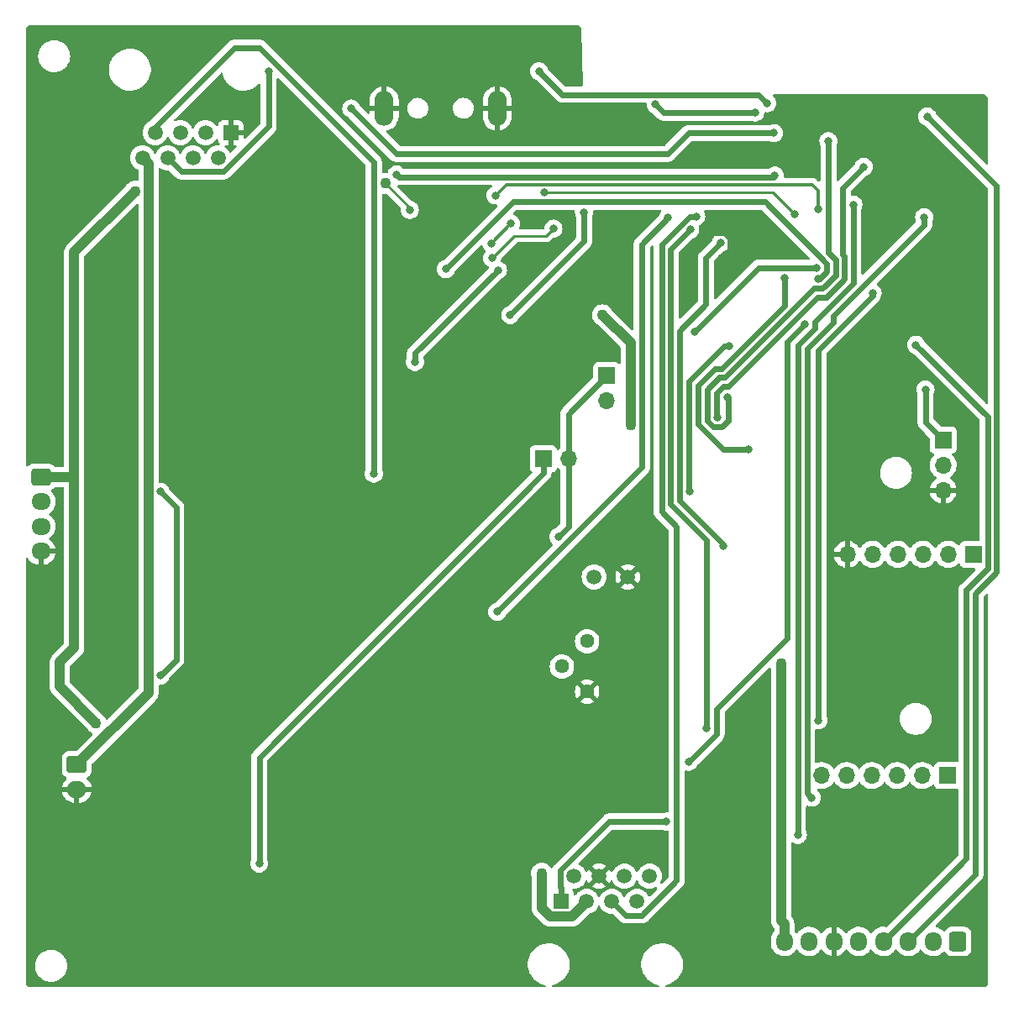
<source format=gbl>
G04 #@! TF.GenerationSoftware,KiCad,Pcbnew,6.0.7*
G04 #@! TF.CreationDate,2022-10-22T12:42:31-05:00*
G04 #@! TF.ProjectId,EsquemaGeneral,45737175-656d-4614-9765-6e6572616c2e,rev?*
G04 #@! TF.SameCoordinates,Original*
G04 #@! TF.FileFunction,Copper,L2,Bot*
G04 #@! TF.FilePolarity,Positive*
%FSLAX46Y46*%
G04 Gerber Fmt 4.6, Leading zero omitted, Abs format (unit mm)*
G04 Created by KiCad (PCBNEW 6.0.7) date 2022-10-22 12:42:31*
%MOMM*%
%LPD*%
G01*
G04 APERTURE LIST*
G04 Aperture macros list*
%AMRoundRect*
0 Rectangle with rounded corners*
0 $1 Rounding radius*
0 $2 $3 $4 $5 $6 $7 $8 $9 X,Y pos of 4 corners*
0 Add a 4 corners polygon primitive as box body*
4,1,4,$2,$3,$4,$5,$6,$7,$8,$9,$2,$3,0*
0 Add four circle primitives for the rounded corners*
1,1,$1+$1,$2,$3*
1,1,$1+$1,$4,$5*
1,1,$1+$1,$6,$7*
1,1,$1+$1,$8,$9*
0 Add four rect primitives between the rounded corners*
20,1,$1+$1,$2,$3,$4,$5,0*
20,1,$1+$1,$4,$5,$6,$7,0*
20,1,$1+$1,$6,$7,$8,$9,0*
20,1,$1+$1,$8,$9,$2,$3,0*%
G04 Aperture macros list end*
G04 #@! TA.AperFunction,ComponentPad*
%ADD10RoundRect,0.250000X-0.725000X0.600000X-0.725000X-0.600000X0.725000X-0.600000X0.725000X0.600000X0*%
G04 #@! TD*
G04 #@! TA.AperFunction,ComponentPad*
%ADD11O,1.950000X1.700000*%
G04 #@! TD*
G04 #@! TA.AperFunction,ComponentPad*
%ADD12R,1.700000X1.700000*%
G04 #@! TD*
G04 #@! TA.AperFunction,ComponentPad*
%ADD13O,1.700000X1.700000*%
G04 #@! TD*
G04 #@! TA.AperFunction,ComponentPad*
%ADD14RoundRect,0.250000X0.600000X0.725000X-0.600000X0.725000X-0.600000X-0.725000X0.600000X-0.725000X0*%
G04 #@! TD*
G04 #@! TA.AperFunction,ComponentPad*
%ADD15O,1.700000X1.950000*%
G04 #@! TD*
G04 #@! TA.AperFunction,ComponentPad*
%ADD16C,1.440000*%
G04 #@! TD*
G04 #@! TA.AperFunction,ComponentPad*
%ADD17R,1.500000X1.500000*%
G04 #@! TD*
G04 #@! TA.AperFunction,ComponentPad*
%ADD18C,1.500000*%
G04 #@! TD*
G04 #@! TA.AperFunction,ComponentPad*
%ADD19O,1.900000X3.500000*%
G04 #@! TD*
G04 #@! TA.AperFunction,ComponentPad*
%ADD20RoundRect,0.250000X-0.750000X0.600000X-0.750000X-0.600000X0.750000X-0.600000X0.750000X0.600000X0*%
G04 #@! TD*
G04 #@! TA.AperFunction,ComponentPad*
%ADD21O,2.000000X1.700000*%
G04 #@! TD*
G04 #@! TA.AperFunction,ViaPad*
%ADD22C,1.100000*%
G04 #@! TD*
G04 #@! TA.AperFunction,ViaPad*
%ADD23C,0.800000*%
G04 #@! TD*
G04 #@! TA.AperFunction,Conductor*
%ADD24C,1.000000*%
G04 #@! TD*
G04 #@! TA.AperFunction,Conductor*
%ADD25C,0.300000*%
G04 #@! TD*
G04 #@! TA.AperFunction,Conductor*
%ADD26C,0.600000*%
G04 #@! TD*
G04 #@! TA.AperFunction,Conductor*
%ADD27C,0.250000*%
G04 #@! TD*
G04 #@! TA.AperFunction,Conductor*
%ADD28C,0.200000*%
G04 #@! TD*
G04 APERTURE END LIST*
D10*
X80530000Y-87550000D03*
D11*
X80530000Y-90050000D03*
X80530000Y-92550000D03*
X80530000Y-95050000D03*
D12*
X137520000Y-77360000D03*
D13*
X137520000Y-79900000D03*
D12*
X171450000Y-83820000D03*
D13*
X171450000Y-86360000D03*
X171450000Y-88900000D03*
D14*
X172940000Y-134370000D03*
D15*
X170440000Y-134370000D03*
X167940000Y-134370000D03*
X165440000Y-134370000D03*
X162940000Y-134370000D03*
X160440000Y-134370000D03*
X157940000Y-134370000D03*
X155440000Y-134370000D03*
D16*
X135565000Y-104110000D03*
X133025000Y-106650000D03*
X135565000Y-109190000D03*
D17*
X99650000Y-52840000D03*
D18*
X98380000Y-55380000D03*
X97110000Y-52840000D03*
X95840000Y-55380000D03*
X94570000Y-52840000D03*
X93300000Y-55380000D03*
X92030000Y-52840000D03*
X90760000Y-55380000D03*
D17*
X132957500Y-130330000D03*
D18*
X134227500Y-127790000D03*
X135497500Y-130330000D03*
X136767500Y-127790000D03*
X138037500Y-130330000D03*
X139307500Y-127790000D03*
X140577500Y-130330000D03*
X141847500Y-127790000D03*
D12*
X174480000Y-95350000D03*
D13*
X171940000Y-95350000D03*
X169400000Y-95350000D03*
X166860000Y-95350000D03*
X164320000Y-95350000D03*
X161780000Y-95350000D03*
D12*
X171889200Y-117642000D03*
D13*
X169349200Y-117642000D03*
X166809200Y-117642000D03*
X164269200Y-117642000D03*
X161729200Y-117642000D03*
X159189200Y-117642000D03*
D18*
X136275000Y-97630000D03*
X139675000Y-97630000D03*
D12*
X131150000Y-85730000D03*
D13*
X133690000Y-85730000D03*
D19*
X115110000Y-50390000D03*
X126510000Y-50390000D03*
D20*
X84130000Y-116540000D03*
D21*
X84130000Y-119040000D03*
D22*
X86067900Y-112343600D03*
X90004900Y-58759600D03*
X139944900Y-82351700D03*
X137113400Y-71220200D03*
D23*
X145440000Y-64930000D03*
X88500000Y-109280000D03*
X163950000Y-101180000D03*
X110490000Y-95100000D03*
X150210000Y-131320000D03*
X81410000Y-126650000D03*
X128010000Y-112690000D03*
X105430000Y-50940000D03*
X133670000Y-120700000D03*
X96660000Y-117580000D03*
X171280000Y-106770000D03*
X96600000Y-79570000D03*
X120880000Y-129920000D03*
X159340000Y-129090000D03*
X149080000Y-65470000D03*
X106160000Y-62910000D03*
X84470000Y-52060000D03*
X168330000Y-122910000D03*
X116980000Y-64320000D03*
X137550000Y-66250000D03*
X143110000Y-118120000D03*
X121410000Y-60810000D03*
X99440000Y-136570000D03*
X99440000Y-104190000D03*
X81210000Y-74100000D03*
X103670000Y-94980000D03*
X134960000Y-53710000D03*
X82480000Y-58700000D03*
X85680000Y-106740000D03*
X117210000Y-95230000D03*
X87940000Y-74290000D03*
X101540000Y-50700000D03*
X101080000Y-111090000D03*
X141330000Y-101150000D03*
X104300000Y-79380000D03*
X116110000Y-69700000D03*
X109830000Y-119600000D03*
X96410000Y-72860000D03*
X123170000Y-79390000D03*
X97200000Y-95070000D03*
X129430000Y-94690000D03*
X123600000Y-58750000D03*
X81770000Y-104460000D03*
X140880000Y-50310000D03*
X103990000Y-73130000D03*
X133610000Y-77850000D03*
X141940000Y-53760000D03*
X141820000Y-95470000D03*
X169000000Y-91370000D03*
X110240000Y-79380000D03*
X114890000Y-111570000D03*
X151800000Y-113400000D03*
X135252000Y-60854300D03*
X127813200Y-71231700D03*
X158702700Y-66450000D03*
X146398700Y-72901100D03*
D22*
X155100100Y-106332500D03*
D23*
X143708500Y-61440800D03*
X126518900Y-101145000D03*
X142467594Y-50010500D03*
X152499502Y-50820000D03*
X154400000Y-52890000D03*
X111790000Y-50410000D03*
X154490000Y-57160000D03*
X116360000Y-57060000D03*
X145960700Y-62617000D03*
X147610900Y-112869100D03*
X146562500Y-61300200D03*
X155429800Y-67507400D03*
X151811000Y-84811000D03*
X149059900Y-63916700D03*
X149292200Y-94470300D03*
X149920400Y-74371800D03*
X145902900Y-89034200D03*
X92565900Y-107571100D03*
X92565900Y-89034200D03*
X132659300Y-93570000D03*
X164340700Y-68990000D03*
X158858600Y-112090500D03*
X158854600Y-67550400D03*
X121328500Y-66599500D03*
X157486400Y-72182100D03*
X145823900Y-116250000D03*
X158200500Y-119873600D03*
X169534900Y-61370000D03*
X156805400Y-123637500D03*
X162403900Y-60100000D03*
X168715100Y-74231800D03*
X163444000Y-56290000D03*
X148709400Y-81520800D03*
X114071000Y-87223100D03*
X169672000Y-78740000D03*
X149676500Y-79535700D03*
X103479400Y-46657500D03*
X130722500Y-46657500D03*
X159878900Y-53685500D03*
X153730000Y-49870000D03*
X169852600Y-51210000D03*
D22*
X115220500Y-57960500D03*
D23*
X117700000Y-60630000D03*
X143526800Y-122281200D03*
D22*
X130978000Y-127486500D03*
D23*
X102512300Y-126513500D03*
X118214200Y-75970700D03*
X126583700Y-66700000D03*
X156460000Y-61050000D03*
X125990000Y-65490000D03*
X132170000Y-62520000D03*
X131250000Y-58830800D03*
X125910898Y-64029102D03*
X126330000Y-59180000D03*
X158879400Y-60539502D03*
X127910000Y-62030000D03*
D24*
X139944900Y-74051700D02*
X137113400Y-71220200D01*
X83861500Y-87550000D02*
X83861500Y-64903000D01*
X83861500Y-87550000D02*
X80530000Y-87550000D01*
X83861500Y-104765557D02*
X83861500Y-87550000D01*
X83861500Y-64903000D02*
X90004900Y-58759600D01*
X82410000Y-106217057D02*
X83861500Y-104765557D01*
X139944900Y-82351700D02*
X139944900Y-74051700D01*
X86067900Y-112343600D02*
X82410000Y-108685700D01*
X82410000Y-108685700D02*
X82410000Y-106217057D01*
D25*
X149411982Y-63066700D02*
X147303300Y-63066700D01*
X88500000Y-109280000D02*
X88220000Y-109280000D01*
X88220000Y-109280000D02*
X85680000Y-106740000D01*
X149080000Y-65470000D02*
X149909900Y-64640100D01*
X147303300Y-63066700D02*
X145440000Y-64930000D01*
X149909900Y-64640100D02*
X149909900Y-63564618D01*
X149909900Y-63564618D02*
X149411982Y-63066700D01*
D26*
X135251900Y-60854300D02*
X135252000Y-60854300D01*
X135251900Y-63793000D02*
X135251900Y-60854300D01*
X127813200Y-71231700D02*
X135251900Y-63793000D01*
X146398700Y-72901100D02*
X152849800Y-66450000D01*
X152849800Y-66450000D02*
X158702700Y-66450000D01*
D24*
X155100100Y-132254800D02*
X155100100Y-106332500D01*
X155440000Y-134370000D02*
X155440000Y-132594700D01*
X155440000Y-132594700D02*
X155100100Y-132254800D01*
X84130000Y-116540000D02*
X91355200Y-109314800D01*
X91355200Y-55975200D02*
X90760000Y-55380000D01*
X91355200Y-109314800D02*
X91355200Y-55975200D01*
D26*
X126518900Y-101145000D02*
X141095200Y-86568700D01*
X141075000Y-81854900D02*
X141075000Y-64074300D01*
X141075000Y-64074300D02*
X143708500Y-61440800D01*
X141095200Y-81875100D02*
X141075000Y-81854900D01*
X141095200Y-86568700D02*
X141095200Y-81875100D01*
X143277094Y-50820000D02*
X142467594Y-50010500D01*
X152499502Y-50820000D02*
X143277094Y-50820000D01*
X145800000Y-52890000D02*
X154400000Y-52890000D01*
X143710000Y-54980000D02*
X145800000Y-52890000D01*
X111790000Y-50410000D02*
X116360000Y-54980000D01*
X116360000Y-54980000D02*
X143710000Y-54980000D01*
X154340000Y-57310000D02*
X154490000Y-57160000D01*
X116360000Y-57060000D02*
X116610000Y-57310000D01*
X116610000Y-57310000D02*
X154340000Y-57310000D01*
X145960700Y-62617000D02*
X143976000Y-64601700D01*
X143976000Y-64601700D02*
X143976000Y-90278500D01*
X143976000Y-90278500D02*
X147610900Y-93913400D01*
X147610900Y-93913400D02*
X147610900Y-112869100D01*
X139438100Y-131730600D02*
X138037500Y-130330000D01*
X145862900Y-61300200D02*
X143075700Y-64087400D01*
X144589100Y-92553500D02*
X144589100Y-128239300D01*
X141097800Y-131730600D02*
X139438100Y-131730600D01*
X143075700Y-64087400D02*
X143075700Y-91040100D01*
X143075700Y-91040100D02*
X144589100Y-92553500D01*
X146562500Y-61300200D02*
X145862900Y-61300200D01*
X144589100Y-128239300D02*
X141097800Y-131730600D01*
X149311700Y-84811000D02*
X151811000Y-84811000D01*
X146773000Y-82272300D02*
X149311700Y-84811000D01*
X155429800Y-67507400D02*
X155429800Y-70277200D01*
X155429800Y-70277200D02*
X149081500Y-76625500D01*
X148479700Y-76625500D02*
X146773000Y-78332200D01*
X146773000Y-78332200D02*
X146773000Y-82272300D01*
X149081500Y-76625500D02*
X148479700Y-76625500D01*
X144876300Y-89904100D02*
X149292200Y-94320000D01*
X147530000Y-65446600D02*
X147530000Y-70147400D01*
X149059900Y-63916700D02*
X147530000Y-65446600D01*
X144876300Y-72801100D02*
X144876300Y-89904100D01*
X149292200Y-94320000D02*
X149292200Y-94470300D01*
X147530000Y-70147400D02*
X144876300Y-72801100D01*
X94150000Y-90618300D02*
X92565900Y-89034200D01*
X145812500Y-88943800D02*
X145902900Y-89034200D01*
X145812500Y-77919400D02*
X145812500Y-88943800D01*
X94150000Y-105987000D02*
X94150000Y-90618300D01*
X149360100Y-74371800D02*
X145812500Y-77919400D01*
X92565900Y-107571100D02*
X94150000Y-105987000D01*
X149920400Y-74371800D02*
X149360100Y-74371800D01*
X133690000Y-81190000D02*
X133690000Y-85730000D01*
X137520000Y-77360000D02*
X133690000Y-81190000D01*
X133690000Y-85730000D02*
X133690000Y-92539300D01*
X133690000Y-92539300D02*
X132659300Y-93570000D01*
X158858600Y-112090500D02*
X158858600Y-74771200D01*
X164340700Y-69289100D02*
X164340700Y-68990000D01*
X158858600Y-74771200D02*
X164340700Y-69289100D01*
X159017000Y-67550400D02*
X158854600Y-67550400D01*
X128097700Y-59830300D02*
X153497700Y-59830300D01*
X159703000Y-66035600D02*
X159703000Y-66864400D01*
X159703000Y-66864400D02*
X159017000Y-67550400D01*
X121328500Y-66599500D02*
X128097700Y-59830300D01*
X153497700Y-59830300D02*
X159703000Y-66035600D01*
X145823900Y-116250000D02*
X148611200Y-113462700D01*
X148611200Y-110907100D02*
X155698800Y-103819500D01*
X155698800Y-73969700D02*
X157486400Y-72182100D01*
X155698800Y-103819500D02*
X155698800Y-73969700D01*
X148611200Y-113462700D02*
X148611200Y-110907100D01*
X157721700Y-74634800D02*
X160367100Y-71989400D01*
X157721700Y-119394800D02*
X157721700Y-74634800D01*
X169534900Y-62125700D02*
X169534900Y-61370000D01*
X160367100Y-71293500D02*
X169534900Y-62125700D01*
X160367100Y-71989400D02*
X160367100Y-71293500D01*
X158200500Y-119873600D02*
X157721700Y-119394800D01*
X158486700Y-72596500D02*
X158486700Y-71900600D01*
X156805400Y-123637500D02*
X156805400Y-74277800D01*
X156805400Y-74277800D02*
X158486700Y-72596500D01*
X162403900Y-67983400D02*
X162403900Y-60100000D01*
X158486700Y-71900600D02*
X162403900Y-67983400D01*
X165440000Y-134370000D02*
X173790000Y-126020000D01*
X175930000Y-96800000D02*
X175930000Y-81446700D01*
X175930000Y-81446700D02*
X168715100Y-74231800D01*
X173790000Y-98940000D02*
X175930000Y-96800000D01*
X173790000Y-126020000D02*
X173790000Y-98940000D01*
X149284000Y-78426100D02*
X149827600Y-78426100D01*
X92030000Y-52263000D02*
X100003500Y-44289500D01*
X159663000Y-69451000D02*
X161503600Y-67610400D01*
X114071000Y-55811100D02*
X114071000Y-87223100D01*
X148643900Y-81455300D02*
X148643900Y-79066200D01*
X161322500Y-58411500D02*
X163444000Y-56290000D01*
X102549400Y-44289500D02*
X114071000Y-55811100D01*
X161322500Y-65108500D02*
X161322500Y-58411500D01*
X149827600Y-78426100D02*
X158802700Y-69451000D01*
X148643900Y-79066200D02*
X149284000Y-78426100D01*
X148709400Y-81520800D02*
X148643900Y-81455300D01*
X100003500Y-44289500D02*
X102549400Y-44289500D01*
X161503600Y-67610400D02*
X161503600Y-65289600D01*
X161503600Y-65289600D02*
X161322500Y-65108500D01*
X92030000Y-52840000D02*
X92030000Y-52263000D01*
X158802700Y-69451000D02*
X159663000Y-69451000D01*
X169672000Y-82042000D02*
X171450000Y-83820000D01*
X169672000Y-78740000D02*
X169672000Y-82042000D01*
X133075500Y-49010500D02*
X130722500Y-46657500D01*
X149454600Y-77525800D02*
X158429700Y-68550700D01*
X153730000Y-49870000D02*
X152870500Y-49010500D01*
X159290000Y-68550700D02*
X160603300Y-67237400D01*
X160603300Y-67237400D02*
X160603300Y-65662600D01*
X158429700Y-68550700D02*
X159290000Y-68550700D01*
X160603300Y-65662600D02*
X159878900Y-64938200D01*
X152870500Y-49010500D02*
X133075500Y-49010500D01*
X148870600Y-77525800D02*
X149454600Y-77525800D01*
X103479400Y-52193400D02*
X98925700Y-56747100D01*
X147673300Y-81899300D02*
X147673300Y-78723100D01*
X159878900Y-64938200D02*
X159878900Y-53685500D01*
X148298500Y-82524500D02*
X147673300Y-81899300D01*
X149757000Y-81907300D02*
X149139800Y-82524500D01*
X149676500Y-79535700D02*
X149757000Y-79616200D01*
X149139800Y-82524500D02*
X148298500Y-82524500D01*
X147673300Y-78723100D02*
X148870600Y-77525800D01*
X98925700Y-56747100D02*
X94667100Y-56747100D01*
X94667100Y-56747100D02*
X93300000Y-55380000D01*
X149757000Y-79616200D02*
X149757000Y-81907300D01*
X103479400Y-46657500D02*
X103479400Y-52193400D01*
X174690000Y-99312792D02*
X176830000Y-97172792D01*
X174690000Y-127620000D02*
X174690000Y-99312792D01*
X167940000Y-134370000D02*
X174690000Y-127620000D01*
X176830000Y-97172792D02*
X176830000Y-58187400D01*
X176830000Y-58187400D02*
X169852600Y-51210000D01*
D27*
X117700000Y-60440000D02*
X115220500Y-57960500D01*
X117700000Y-60630000D02*
X117700000Y-60440000D01*
D26*
X137801200Y-122281200D02*
X143526800Y-122281200D01*
X132856500Y-128878700D02*
X132856500Y-127225900D01*
X132957500Y-130330000D02*
X132957500Y-128979700D01*
X132856500Y-127225900D02*
X137801200Y-122281200D01*
X132957500Y-128979700D02*
X132856500Y-128878700D01*
D24*
X135497500Y-130330000D02*
X135497500Y-130421800D01*
X135497500Y-130421800D02*
X134038900Y-131880400D01*
X130978000Y-130991900D02*
X130978000Y-127486500D01*
X131866500Y-131880400D02*
X130978000Y-130991900D01*
X134038900Y-131880400D02*
X131866500Y-131880400D01*
D26*
X131150000Y-85730000D02*
X131150000Y-87180300D01*
X131150000Y-87180300D02*
X102512300Y-115818000D01*
X102512300Y-115818000D02*
X102512300Y-126513500D01*
X118214200Y-75970700D02*
X118214200Y-75069500D01*
X118214200Y-75069500D02*
X126583700Y-66700000D01*
D27*
X125990000Y-65490000D02*
X128230000Y-63250000D01*
X128230000Y-63250000D02*
X131440000Y-63250000D01*
X131440000Y-63250000D02*
X132170000Y-62520000D01*
X131250000Y-58830800D02*
X131259200Y-58840000D01*
X154250000Y-58840000D02*
X156460000Y-61050000D01*
X131259200Y-58840000D02*
X154250000Y-58840000D01*
D25*
X158250000Y-58060000D02*
X127450000Y-58060000D01*
D28*
X125910898Y-64029102D02*
X125920898Y-64019102D01*
D25*
X158879400Y-58689400D02*
X158250000Y-58060000D01*
X125920898Y-64019102D02*
X127910000Y-62030000D01*
X127450000Y-58060000D02*
X126330000Y-59180000D01*
X158879400Y-60539502D02*
X158879400Y-58689400D01*
G04 #@! TA.AperFunction,Conductor*
G36*
X104496412Y-47380358D02*
G01*
X104502995Y-47386487D01*
X113225595Y-56109087D01*
X113259621Y-56171399D01*
X113262500Y-56198182D01*
X113262500Y-86772703D01*
X113245620Y-86835702D01*
X113236473Y-86851544D01*
X113177458Y-87033172D01*
X113176768Y-87039733D01*
X113176768Y-87039735D01*
X113167799Y-87125070D01*
X113157496Y-87223100D01*
X113158186Y-87229665D01*
X113173801Y-87378229D01*
X113177458Y-87413028D01*
X113236473Y-87594656D01*
X113239776Y-87600378D01*
X113239777Y-87600379D01*
X113253287Y-87623779D01*
X113331960Y-87760044D01*
X113459747Y-87901966D01*
X113614248Y-88014218D01*
X113620276Y-88016902D01*
X113620278Y-88016903D01*
X113782681Y-88089209D01*
X113788712Y-88091894D01*
X113882113Y-88111747D01*
X113969056Y-88130228D01*
X113969061Y-88130228D01*
X113975513Y-88131600D01*
X114166487Y-88131600D01*
X114172939Y-88130228D01*
X114172944Y-88130228D01*
X114259887Y-88111747D01*
X114353288Y-88091894D01*
X114359319Y-88089209D01*
X114521722Y-88016903D01*
X114521724Y-88016902D01*
X114527752Y-88014218D01*
X114682253Y-87901966D01*
X114810040Y-87760044D01*
X114888713Y-87623779D01*
X114902223Y-87600379D01*
X114902224Y-87600378D01*
X114905527Y-87594656D01*
X114964542Y-87413028D01*
X114968200Y-87378229D01*
X114983814Y-87229665D01*
X114984504Y-87223100D01*
X114974201Y-87125070D01*
X114965232Y-87039735D01*
X114965232Y-87039733D01*
X114964542Y-87033172D01*
X114905527Y-86851544D01*
X114896380Y-86835702D01*
X114879500Y-86772703D01*
X114879500Y-59127801D01*
X114899502Y-59059680D01*
X114953158Y-59013187D01*
X115020419Y-59002687D01*
X115144855Y-59017525D01*
X115198225Y-59023889D01*
X115204360Y-59023417D01*
X115204362Y-59023417D01*
X115286060Y-59017130D01*
X115316645Y-59014777D01*
X115386100Y-59029494D01*
X115415407Y-59051311D01*
X116763743Y-60399647D01*
X116797769Y-60461959D01*
X116799958Y-60501912D01*
X116791461Y-60582763D01*
X116786496Y-60630000D01*
X116787186Y-60636565D01*
X116802549Y-60782732D01*
X116806458Y-60819928D01*
X116865473Y-61001556D01*
X116868776Y-61007278D01*
X116868777Y-61007279D01*
X116901249Y-61063521D01*
X116960960Y-61166944D01*
X116965378Y-61171851D01*
X116965379Y-61171852D01*
X117025733Y-61238882D01*
X117088747Y-61308866D01*
X117172890Y-61370000D01*
X117221905Y-61405611D01*
X117243248Y-61421118D01*
X117249276Y-61423802D01*
X117249278Y-61423803D01*
X117404824Y-61493056D01*
X117417712Y-61498794D01*
X117511112Y-61518647D01*
X117598056Y-61537128D01*
X117598061Y-61537128D01*
X117604513Y-61538500D01*
X117795487Y-61538500D01*
X117801939Y-61537128D01*
X117801944Y-61537128D01*
X117888888Y-61518647D01*
X117982288Y-61498794D01*
X117995176Y-61493056D01*
X118150722Y-61423803D01*
X118150724Y-61423802D01*
X118156752Y-61421118D01*
X118178096Y-61405611D01*
X118227110Y-61370000D01*
X118311253Y-61308866D01*
X118374267Y-61238882D01*
X118434621Y-61171852D01*
X118434622Y-61171851D01*
X118439040Y-61166944D01*
X118498751Y-61063521D01*
X118531223Y-61007279D01*
X118531224Y-61007278D01*
X118534527Y-61001556D01*
X118593542Y-60819928D01*
X118597452Y-60782732D01*
X118612814Y-60636565D01*
X118613504Y-60630000D01*
X118607849Y-60576197D01*
X118594232Y-60446635D01*
X118594232Y-60446633D01*
X118593542Y-60440072D01*
X118534527Y-60258444D01*
X118439040Y-60093056D01*
X118433703Y-60087128D01*
X118315675Y-59956045D01*
X118315674Y-59956044D01*
X118311253Y-59951134D01*
X118212157Y-59879136D01*
X118162094Y-59842763D01*
X118162093Y-59842762D01*
X118156752Y-59838882D01*
X118150724Y-59836198D01*
X118150722Y-59836197D01*
X117988319Y-59763891D01*
X117988318Y-59763891D01*
X117982288Y-59761206D01*
X117936021Y-59751372D01*
X117873124Y-59717220D01*
X116489499Y-58333595D01*
X116455473Y-58271283D01*
X116460538Y-58200468D01*
X116503085Y-58143632D01*
X116569605Y-58118821D01*
X116578594Y-58118500D01*
X116595419Y-58118500D01*
X116595859Y-58118501D01*
X116694343Y-58118845D01*
X116694348Y-58118845D01*
X116697870Y-58118857D01*
X116699070Y-58118589D01*
X116700707Y-58118500D01*
X125887752Y-58118500D01*
X125955873Y-58138502D01*
X126002366Y-58192158D01*
X126012470Y-58262432D01*
X125982976Y-58327012D01*
X125939001Y-58359607D01*
X125879278Y-58386197D01*
X125879276Y-58386198D01*
X125873248Y-58388882D01*
X125718747Y-58501134D01*
X125590960Y-58643056D01*
X125587659Y-58648774D01*
X125500079Y-58800467D01*
X125495473Y-58808444D01*
X125436458Y-58990072D01*
X125435768Y-58996633D01*
X125435768Y-58996635D01*
X125425510Y-59094239D01*
X125416496Y-59180000D01*
X125436458Y-59369928D01*
X125495473Y-59551556D01*
X125498776Y-59557278D01*
X125498777Y-59557279D01*
X125505414Y-59568774D01*
X125590960Y-59716944D01*
X125595378Y-59721851D01*
X125595379Y-59721852D01*
X125633231Y-59763891D01*
X125718747Y-59858866D01*
X125873248Y-59971118D01*
X125879276Y-59973802D01*
X125879278Y-59973803D01*
X126005877Y-60030168D01*
X126047712Y-60048794D01*
X126141112Y-60068647D01*
X126228056Y-60087128D01*
X126228061Y-60087128D01*
X126234513Y-60088500D01*
X126391919Y-60088500D01*
X126460040Y-60108502D01*
X126506533Y-60162158D01*
X126516637Y-60232432D01*
X126487143Y-60297012D01*
X126481015Y-60303594D01*
X123776408Y-63008200D01*
X121076588Y-65708020D01*
X121038743Y-65734032D01*
X121022269Y-65741366D01*
X120877778Y-65805697D01*
X120877776Y-65805698D01*
X120871748Y-65808382D01*
X120866407Y-65812262D01*
X120866406Y-65812263D01*
X120836926Y-65833682D01*
X120717247Y-65920634D01*
X120712826Y-65925544D01*
X120712825Y-65925545D01*
X120622335Y-66026045D01*
X120589460Y-66062556D01*
X120493973Y-66227944D01*
X120434958Y-66409572D01*
X120434268Y-66416133D01*
X120434268Y-66416135D01*
X120433724Y-66421310D01*
X120414996Y-66599500D01*
X120434958Y-66789428D01*
X120493973Y-66971056D01*
X120589460Y-67136444D01*
X120593878Y-67141351D01*
X120593879Y-67141352D01*
X120701952Y-67261379D01*
X120717247Y-67278366D01*
X120871748Y-67390618D01*
X120877776Y-67393302D01*
X120877778Y-67393303D01*
X120887587Y-67397670D01*
X121046212Y-67468294D01*
X121135331Y-67487237D01*
X121226556Y-67506628D01*
X121226561Y-67506628D01*
X121233013Y-67508000D01*
X121423987Y-67508000D01*
X121430439Y-67506628D01*
X121430444Y-67506628D01*
X121521669Y-67487237D01*
X121610788Y-67468294D01*
X121769413Y-67397670D01*
X121779222Y-67393303D01*
X121779224Y-67393302D01*
X121785252Y-67390618D01*
X121939753Y-67278366D01*
X121955048Y-67261379D01*
X122063121Y-67141352D01*
X122063122Y-67141351D01*
X122067540Y-67136444D01*
X122163027Y-66971056D01*
X122183854Y-66906958D01*
X122214592Y-66856800D01*
X124831503Y-64239889D01*
X124893815Y-64205863D01*
X124964630Y-64210928D01*
X125021466Y-64253475D01*
X125040431Y-64290047D01*
X125076371Y-64400658D01*
X125171858Y-64566046D01*
X125176276Y-64570953D01*
X125176277Y-64570954D01*
X125295227Y-64703062D01*
X125295230Y-64703065D01*
X125299645Y-64707968D01*
X125302141Y-64709782D01*
X125338696Y-64769117D01*
X125337344Y-64840101D01*
X125310783Y-64886615D01*
X125250960Y-64953056D01*
X125212665Y-65019385D01*
X125178295Y-65078916D01*
X125155473Y-65118444D01*
X125096458Y-65300072D01*
X125076496Y-65490000D01*
X125077186Y-65496565D01*
X125093499Y-65651770D01*
X125096458Y-65679928D01*
X125155473Y-65861556D01*
X125250960Y-66026944D01*
X125255378Y-66031851D01*
X125255379Y-66031852D01*
X125369096Y-66158148D01*
X125378747Y-66168866D01*
X125533248Y-66281118D01*
X125539274Y-66283801D01*
X125539281Y-66283805D01*
X125591297Y-66306963D01*
X125645393Y-66352942D01*
X125666043Y-66420870D01*
X125646691Y-66489178D01*
X125629144Y-66511165D01*
X121591357Y-70548951D01*
X117649042Y-74491266D01*
X117648105Y-74492194D01*
X117583693Y-74555271D01*
X117560202Y-74591721D01*
X117552783Y-74602046D01*
X117525724Y-74635943D01*
X117522659Y-74642284D01*
X117522658Y-74642285D01*
X117511128Y-74666137D01*
X117503599Y-74679554D01*
X117485435Y-74707738D01*
X117483027Y-74714355D01*
X117483024Y-74714360D01*
X117470608Y-74748473D01*
X117465647Y-74760216D01*
X117449846Y-74792903D01*
X117449844Y-74792908D01*
X117446779Y-74799249D01*
X117445196Y-74806107D01*
X117445195Y-74806109D01*
X117439235Y-74831926D01*
X117434868Y-74846669D01*
X117423397Y-74878185D01*
X117422514Y-74885175D01*
X117422512Y-74885183D01*
X117417962Y-74921201D01*
X117415726Y-74933753D01*
X117405976Y-74975985D01*
X117405951Y-74983031D01*
X117405951Y-74983034D01*
X117405834Y-75016556D01*
X117405805Y-75017438D01*
X117405700Y-75018269D01*
X117405700Y-75054919D01*
X117405699Y-75055359D01*
X117405578Y-75090161D01*
X117405343Y-75157370D01*
X117405611Y-75158570D01*
X117405700Y-75160207D01*
X117405700Y-75520303D01*
X117388820Y-75583302D01*
X117379673Y-75599144D01*
X117320658Y-75780772D01*
X117300696Y-75970700D01*
X117301386Y-75977265D01*
X117318633Y-76141358D01*
X117320658Y-76160628D01*
X117379673Y-76342256D01*
X117475160Y-76507644D01*
X117479578Y-76512551D01*
X117479579Y-76512552D01*
X117565977Y-76608507D01*
X117602947Y-76649566D01*
X117757448Y-76761818D01*
X117763476Y-76764502D01*
X117763478Y-76764503D01*
X117925881Y-76836809D01*
X117931912Y-76839494D01*
X118025312Y-76859347D01*
X118112256Y-76877828D01*
X118112261Y-76877828D01*
X118118713Y-76879200D01*
X118309687Y-76879200D01*
X118316139Y-76877828D01*
X118316144Y-76877828D01*
X118403088Y-76859347D01*
X118496488Y-76839494D01*
X118502519Y-76836809D01*
X118664922Y-76764503D01*
X118664924Y-76764502D01*
X118670952Y-76761818D01*
X118825453Y-76649566D01*
X118862423Y-76608507D01*
X118948821Y-76512552D01*
X118948822Y-76512551D01*
X118953240Y-76507644D01*
X119048727Y-76342256D01*
X119107742Y-76160628D01*
X119109768Y-76141358D01*
X119127014Y-75977265D01*
X119127704Y-75970700D01*
X119107742Y-75780772D01*
X119048727Y-75599144D01*
X119039580Y-75583302D01*
X119022700Y-75520303D01*
X119022700Y-75456582D01*
X119042702Y-75388461D01*
X119059605Y-75367487D01*
X126835612Y-67591480D01*
X126873458Y-67565468D01*
X127034422Y-67493803D01*
X127034424Y-67493802D01*
X127040452Y-67491118D01*
X127071867Y-67468294D01*
X127095857Y-67450864D01*
X127194953Y-67378866D01*
X127285444Y-67278366D01*
X127318321Y-67241852D01*
X127318322Y-67241851D01*
X127322740Y-67236944D01*
X127418227Y-67071556D01*
X127477242Y-66889928D01*
X127497204Y-66700000D01*
X127477242Y-66510072D01*
X127418227Y-66328444D01*
X127322740Y-66163056D01*
X127232250Y-66062556D01*
X127199375Y-66026045D01*
X127199374Y-66026044D01*
X127194953Y-66021134D01*
X127040452Y-65908882D01*
X127034426Y-65906199D01*
X127034419Y-65906195D01*
X126942026Y-65865060D01*
X126887930Y-65819080D01*
X126867280Y-65751153D01*
X126873440Y-65711018D01*
X126877053Y-65699898D01*
X126883542Y-65679928D01*
X126886502Y-65651770D01*
X126900907Y-65514707D01*
X126927920Y-65449050D01*
X126937122Y-65438782D01*
X128455499Y-63920405D01*
X128517811Y-63886379D01*
X128544594Y-63883500D01*
X131361233Y-63883500D01*
X131372416Y-63884027D01*
X131379909Y-63885702D01*
X131387835Y-63885453D01*
X131387836Y-63885453D01*
X131447986Y-63883562D01*
X131451945Y-63883500D01*
X131479856Y-63883500D01*
X131483791Y-63883003D01*
X131483856Y-63882995D01*
X131495693Y-63882062D01*
X131527951Y-63881048D01*
X131531970Y-63880922D01*
X131539889Y-63880673D01*
X131559343Y-63875021D01*
X131578700Y-63871013D01*
X131590930Y-63869468D01*
X131590931Y-63869468D01*
X131598797Y-63868474D01*
X131606168Y-63865555D01*
X131606170Y-63865555D01*
X131639912Y-63852196D01*
X131651142Y-63848351D01*
X131685983Y-63838229D01*
X131685984Y-63838229D01*
X131693593Y-63836018D01*
X131700412Y-63831985D01*
X131700417Y-63831983D01*
X131711028Y-63825707D01*
X131728776Y-63817012D01*
X131747617Y-63809552D01*
X131755192Y-63804049D01*
X131783387Y-63783564D01*
X131793307Y-63777048D01*
X131824535Y-63758580D01*
X131824538Y-63758578D01*
X131831362Y-63754542D01*
X131845683Y-63740221D01*
X131860717Y-63727380D01*
X131870693Y-63720132D01*
X131877107Y-63715472D01*
X131905293Y-63681401D01*
X131913282Y-63672622D01*
X132120499Y-63465405D01*
X132182811Y-63431379D01*
X132209594Y-63428500D01*
X132265487Y-63428500D01*
X132271939Y-63427128D01*
X132271944Y-63427128D01*
X132361376Y-63408118D01*
X132452288Y-63388794D01*
X132472588Y-63379756D01*
X132620722Y-63313803D01*
X132620724Y-63313802D01*
X132626752Y-63311118D01*
X132647745Y-63295866D01*
X132732963Y-63233951D01*
X132781253Y-63198866D01*
X132821701Y-63153944D01*
X132904621Y-63061852D01*
X132904622Y-63061851D01*
X132909040Y-63056944D01*
X133004527Y-62891556D01*
X133063542Y-62709928D01*
X133074729Y-62603495D01*
X133082814Y-62526565D01*
X133083504Y-62520000D01*
X133073737Y-62427072D01*
X133064232Y-62336635D01*
X133064232Y-62336633D01*
X133063542Y-62330072D01*
X133004527Y-62148444D01*
X132909040Y-61983056D01*
X132853184Y-61921021D01*
X132785675Y-61846045D01*
X132785674Y-61846044D01*
X132781253Y-61841134D01*
X132626752Y-61728882D01*
X132620724Y-61726198D01*
X132620722Y-61726197D01*
X132458319Y-61653891D01*
X132458318Y-61653891D01*
X132452288Y-61651206D01*
X132358887Y-61631353D01*
X132271944Y-61612872D01*
X132271939Y-61612872D01*
X132265487Y-61611500D01*
X132074513Y-61611500D01*
X132068061Y-61612872D01*
X132068056Y-61612872D01*
X131981113Y-61631353D01*
X131887712Y-61651206D01*
X131881682Y-61653891D01*
X131881681Y-61653891D01*
X131719278Y-61726197D01*
X131719276Y-61726198D01*
X131713248Y-61728882D01*
X131558747Y-61841134D01*
X131554326Y-61846044D01*
X131554325Y-61846045D01*
X131486817Y-61921021D01*
X131430960Y-61983056D01*
X131335473Y-62148444D01*
X131276458Y-62330072D01*
X131275768Y-62336633D01*
X131275768Y-62336635D01*
X131266263Y-62427072D01*
X131259294Y-62493384D01*
X131259093Y-62495292D01*
X131232080Y-62560949D01*
X131222873Y-62571223D01*
X131214494Y-62579601D01*
X131152180Y-62613622D01*
X131125404Y-62616500D01*
X128838667Y-62616500D01*
X128770546Y-62596498D01*
X128724053Y-62542842D01*
X128713949Y-62472568D01*
X128729547Y-62427502D01*
X128744527Y-62401556D01*
X128803542Y-62219928D01*
X128811960Y-62139841D01*
X128822814Y-62036565D01*
X128823504Y-62030000D01*
X128803542Y-61840072D01*
X128744527Y-61658444D01*
X128649040Y-61493056D01*
X128586685Y-61423803D01*
X128525675Y-61356045D01*
X128525674Y-61356044D01*
X128521253Y-61351134D01*
X128422157Y-61279136D01*
X128372094Y-61242763D01*
X128372093Y-61242762D01*
X128366752Y-61238882D01*
X128360724Y-61236198D01*
X128360722Y-61236197D01*
X128198319Y-61163891D01*
X128198318Y-61163891D01*
X128192288Y-61161206D01*
X128185832Y-61159834D01*
X128179548Y-61157792D01*
X128179993Y-61156421D01*
X128124153Y-61126272D01*
X128089834Y-61064122D01*
X128094563Y-60993283D01*
X128123731Y-60947661D01*
X128395687Y-60675705D01*
X128457999Y-60641679D01*
X128484782Y-60638800D01*
X134221209Y-60638800D01*
X134289330Y-60658802D01*
X134335823Y-60712458D01*
X134346519Y-60777969D01*
X134338496Y-60854300D01*
X134339186Y-60860865D01*
X134354575Y-61007279D01*
X134358458Y-61044228D01*
X134417473Y-61225856D01*
X134425598Y-61239928D01*
X134426519Y-61241524D01*
X134443400Y-61304524D01*
X134443400Y-63405919D01*
X134423398Y-63474040D01*
X134406495Y-63495014D01*
X127561288Y-70340220D01*
X127523442Y-70366232D01*
X127362478Y-70437897D01*
X127362476Y-70437898D01*
X127356448Y-70440582D01*
X127351107Y-70444462D01*
X127351106Y-70444463D01*
X127314945Y-70470736D01*
X127201947Y-70552834D01*
X127074160Y-70694756D01*
X127051100Y-70734697D01*
X127009317Y-70807068D01*
X126978673Y-70860144D01*
X126919658Y-71041772D01*
X126899696Y-71231700D01*
X126900386Y-71238265D01*
X126918668Y-71412204D01*
X126919658Y-71421628D01*
X126978673Y-71603256D01*
X127074160Y-71768644D01*
X127201947Y-71910566D01*
X127356448Y-72022818D01*
X127362476Y-72025502D01*
X127362478Y-72025503D01*
X127522159Y-72096597D01*
X127530912Y-72100494D01*
X127624313Y-72120347D01*
X127711256Y-72138828D01*
X127711261Y-72138828D01*
X127717713Y-72140200D01*
X127908687Y-72140200D01*
X127915139Y-72138828D01*
X127915144Y-72138828D01*
X128002087Y-72120347D01*
X128095488Y-72100494D01*
X128104241Y-72096597D01*
X128263922Y-72025503D01*
X128263924Y-72025502D01*
X128269952Y-72022818D01*
X128424453Y-71910566D01*
X128552240Y-71768644D01*
X128647727Y-71603256D01*
X128668554Y-71539158D01*
X128699292Y-71489000D01*
X135817058Y-64371234D01*
X135817995Y-64370306D01*
X135877375Y-64312157D01*
X135877376Y-64312156D01*
X135882407Y-64307229D01*
X135905898Y-64270779D01*
X135913317Y-64260454D01*
X135940376Y-64226557D01*
X135943440Y-64220218D01*
X135943443Y-64220214D01*
X135954974Y-64196362D01*
X135962501Y-64182949D01*
X135976847Y-64160687D01*
X135976848Y-64160684D01*
X135980665Y-64154762D01*
X135983076Y-64148139D01*
X135995492Y-64114027D01*
X136000453Y-64102283D01*
X136016252Y-64069601D01*
X136016253Y-64069599D01*
X136019321Y-64063252D01*
X136026866Y-64030573D01*
X136031234Y-64015825D01*
X136042703Y-63984315D01*
X136043585Y-63977329D01*
X136043587Y-63977323D01*
X136048138Y-63941299D01*
X136050374Y-63928747D01*
X136058538Y-63893386D01*
X136058538Y-63893383D01*
X136060124Y-63886515D01*
X136060153Y-63878462D01*
X136060266Y-63845944D01*
X136060295Y-63845062D01*
X136060400Y-63844231D01*
X136060400Y-63807428D01*
X136060483Y-63783564D01*
X136060745Y-63708657D01*
X136060745Y-63708652D01*
X136060757Y-63705130D01*
X136060489Y-63703930D01*
X136060400Y-63702293D01*
X136060400Y-61304870D01*
X136077282Y-61241868D01*
X136080557Y-61236197D01*
X136086527Y-61225856D01*
X136145542Y-61044228D01*
X136149426Y-61007279D01*
X136164814Y-60860865D01*
X136165504Y-60854300D01*
X136157481Y-60777969D01*
X136170253Y-60708133D01*
X136218755Y-60656286D01*
X136282791Y-60638800D01*
X142925117Y-60638800D01*
X142993238Y-60658802D01*
X143039731Y-60712458D01*
X143049835Y-60782732D01*
X143018755Y-60849109D01*
X142969460Y-60903856D01*
X142913053Y-61001556D01*
X142885084Y-61050000D01*
X142873973Y-61069244D01*
X142853146Y-61133343D01*
X142822408Y-61183501D01*
X141657387Y-62348521D01*
X140509842Y-63496066D01*
X140508905Y-63496994D01*
X140444493Y-63560071D01*
X140421002Y-63596521D01*
X140413583Y-63606846D01*
X140386524Y-63640743D01*
X140383459Y-63647084D01*
X140383458Y-63647085D01*
X140371928Y-63670937D01*
X140364399Y-63684354D01*
X140346235Y-63712538D01*
X140343827Y-63719155D01*
X140343824Y-63719160D01*
X140331408Y-63753273D01*
X140326447Y-63765016D01*
X140310647Y-63797700D01*
X140310644Y-63797709D01*
X140307579Y-63804049D01*
X140300034Y-63836731D01*
X140295668Y-63851467D01*
X140286605Y-63876367D01*
X140286604Y-63876373D01*
X140284197Y-63882985D01*
X140283315Y-63889966D01*
X140283313Y-63889975D01*
X140278762Y-63926001D01*
X140276526Y-63938553D01*
X140266776Y-63980785D01*
X140266751Y-63987831D01*
X140266751Y-63987834D01*
X140266634Y-64021356D01*
X140266605Y-64022238D01*
X140266500Y-64023069D01*
X140266500Y-64059872D01*
X140266143Y-64162170D01*
X140266411Y-64163370D01*
X140266500Y-64165007D01*
X140266500Y-72642876D01*
X140246498Y-72710997D01*
X140192842Y-72757490D01*
X140122568Y-72767594D01*
X140057988Y-72738100D01*
X140051405Y-72731971D01*
X138067447Y-70748013D01*
X138045291Y-70718072D01*
X138002209Y-70637047D01*
X138002208Y-70637045D01*
X137999313Y-70631601D01*
X137935072Y-70552834D01*
X137872010Y-70475511D01*
X137872007Y-70475508D01*
X137868115Y-70470736D01*
X137861170Y-70464990D01*
X137712918Y-70342345D01*
X137712919Y-70342345D01*
X137708170Y-70338417D01*
X137702753Y-70335488D01*
X137702750Y-70335486D01*
X137530990Y-70242616D01*
X137530985Y-70242614D01*
X137525570Y-70239686D01*
X137327271Y-70178302D01*
X137321146Y-70177658D01*
X137321145Y-70177658D01*
X137126954Y-70157248D01*
X137126952Y-70157248D01*
X137120825Y-70156604D01*
X137034915Y-70164423D01*
X136920236Y-70174859D01*
X136920233Y-70174860D01*
X136914097Y-70175418D01*
X136908191Y-70177156D01*
X136908187Y-70177157D01*
X136760332Y-70220673D01*
X136714960Y-70234027D01*
X136531000Y-70330199D01*
X136369223Y-70460271D01*
X136365265Y-70464988D01*
X136365263Y-70464990D01*
X136360442Y-70470736D01*
X136235791Y-70619289D01*
X136232827Y-70624681D01*
X136232824Y-70624685D01*
X136165024Y-70748013D01*
X136135787Y-70801195D01*
X136073021Y-70999061D01*
X136049882Y-71205350D01*
X136067252Y-71412204D01*
X136124469Y-71611745D01*
X136127287Y-71617227D01*
X136127288Y-71617231D01*
X136216535Y-71790886D01*
X136219355Y-71796373D01*
X136348294Y-71959054D01*
X136352981Y-71963043D01*
X136352984Y-71963046D01*
X136501684Y-72089599D01*
X136506376Y-72093592D01*
X136518726Y-72100494D01*
X136613944Y-72153710D01*
X136641568Y-72174603D01*
X138899495Y-74432529D01*
X138933520Y-74494841D01*
X138936400Y-74521624D01*
X138936400Y-76047487D01*
X138916398Y-76115608D01*
X138862742Y-76162101D01*
X138792468Y-76172205D01*
X138734140Y-76145566D01*
X138733261Y-76146739D01*
X138616705Y-76059385D01*
X138480316Y-76008255D01*
X138418134Y-76001500D01*
X136621866Y-76001500D01*
X136559684Y-76008255D01*
X136423295Y-76059385D01*
X136306739Y-76146739D01*
X136219385Y-76263295D01*
X136168255Y-76399684D01*
X136161500Y-76461866D01*
X136161500Y-77522918D01*
X136141498Y-77591039D01*
X136124595Y-77612013D01*
X133124842Y-80611766D01*
X133123905Y-80612694D01*
X133059493Y-80675771D01*
X133036002Y-80712221D01*
X133028583Y-80722546D01*
X133001524Y-80756443D01*
X132998459Y-80762784D01*
X132998458Y-80762785D01*
X132986928Y-80786637D01*
X132979399Y-80800054D01*
X132961235Y-80828238D01*
X132958827Y-80834855D01*
X132958824Y-80834860D01*
X132946408Y-80868973D01*
X132941447Y-80880716D01*
X132925646Y-80913403D01*
X132925644Y-80913408D01*
X132922579Y-80919749D01*
X132920996Y-80926607D01*
X132920995Y-80926609D01*
X132915035Y-80952426D01*
X132910668Y-80967169D01*
X132899197Y-80998685D01*
X132898314Y-81005675D01*
X132898312Y-81005683D01*
X132893762Y-81041701D01*
X132891526Y-81054253D01*
X132890160Y-81060172D01*
X132881776Y-81096485D01*
X132881751Y-81103531D01*
X132881751Y-81103534D01*
X132881634Y-81137056D01*
X132881605Y-81137938D01*
X132881500Y-81138769D01*
X132881500Y-81175419D01*
X132881499Y-81175859D01*
X132881202Y-81261097D01*
X132881143Y-81277870D01*
X132881411Y-81279070D01*
X132881500Y-81280707D01*
X132881500Y-84575195D01*
X132861498Y-84643316D01*
X132831153Y-84675955D01*
X132789106Y-84707525D01*
X132789100Y-84707531D01*
X132784965Y-84710635D01*
X132728537Y-84769684D01*
X132704283Y-84795064D01*
X132642759Y-84830494D01*
X132571846Y-84827037D01*
X132514060Y-84785791D01*
X132495207Y-84752243D01*
X132453767Y-84641703D01*
X132450615Y-84633295D01*
X132363261Y-84516739D01*
X132246705Y-84429385D01*
X132110316Y-84378255D01*
X132048134Y-84371500D01*
X130251866Y-84371500D01*
X130189684Y-84378255D01*
X130053295Y-84429385D01*
X129936739Y-84516739D01*
X129849385Y-84633295D01*
X129798255Y-84769684D01*
X129791500Y-84831866D01*
X129791500Y-86628134D01*
X129798255Y-86690316D01*
X129849385Y-86826705D01*
X129936739Y-86943261D01*
X129995877Y-86987582D01*
X130038391Y-87044439D01*
X130043417Y-87115258D01*
X130009406Y-87177502D01*
X101947142Y-115239766D01*
X101946205Y-115240694D01*
X101881793Y-115303771D01*
X101858302Y-115340221D01*
X101850883Y-115350546D01*
X101823824Y-115384443D01*
X101820759Y-115390784D01*
X101820758Y-115390785D01*
X101809228Y-115414637D01*
X101801699Y-115428054D01*
X101783535Y-115456238D01*
X101781127Y-115462855D01*
X101781124Y-115462860D01*
X101768708Y-115496973D01*
X101763747Y-115508716D01*
X101747946Y-115541403D01*
X101747944Y-115541408D01*
X101744879Y-115547749D01*
X101743296Y-115554607D01*
X101743295Y-115554609D01*
X101737335Y-115580426D01*
X101732968Y-115595169D01*
X101721497Y-115626685D01*
X101720614Y-115633675D01*
X101720612Y-115633683D01*
X101716062Y-115669701D01*
X101713826Y-115682253D01*
X101704076Y-115724485D01*
X101704051Y-115731531D01*
X101704051Y-115731534D01*
X101703934Y-115765056D01*
X101703905Y-115765938D01*
X101703800Y-115766769D01*
X101703800Y-115803419D01*
X101703799Y-115803859D01*
X101703489Y-115892817D01*
X101703443Y-115905870D01*
X101703711Y-115907070D01*
X101703800Y-115908707D01*
X101703800Y-126063103D01*
X101686920Y-126126102D01*
X101677773Y-126141944D01*
X101618758Y-126323572D01*
X101618068Y-126330133D01*
X101618068Y-126330135D01*
X101606158Y-126443457D01*
X101598796Y-126513500D01*
X101599486Y-126520065D01*
X101617773Y-126694053D01*
X101618758Y-126703428D01*
X101677773Y-126885056D01*
X101681076Y-126890778D01*
X101681077Y-126890779D01*
X101702522Y-126927922D01*
X101773260Y-127050444D01*
X101777678Y-127055351D01*
X101777679Y-127055352D01*
X101896625Y-127187455D01*
X101901047Y-127192366D01*
X101927344Y-127211472D01*
X102036487Y-127290769D01*
X102055548Y-127304618D01*
X102061576Y-127307302D01*
X102061578Y-127307303D01*
X102223981Y-127379609D01*
X102230012Y-127382294D01*
X102323412Y-127402147D01*
X102410356Y-127420628D01*
X102410361Y-127420628D01*
X102416813Y-127422000D01*
X102607787Y-127422000D01*
X102614239Y-127420628D01*
X102614244Y-127420628D01*
X102701188Y-127402147D01*
X102794588Y-127382294D01*
X102800619Y-127379609D01*
X102963022Y-127307303D01*
X102963024Y-127307302D01*
X102969052Y-127304618D01*
X102988114Y-127290769D01*
X103097256Y-127211472D01*
X103123553Y-127192366D01*
X103127975Y-127187455D01*
X103246921Y-127055352D01*
X103246922Y-127055351D01*
X103251340Y-127050444D01*
X103322078Y-126927922D01*
X103343523Y-126890779D01*
X103343524Y-126890778D01*
X103346827Y-126885056D01*
X103405842Y-126703428D01*
X103406828Y-126694053D01*
X103425114Y-126520065D01*
X103425804Y-126513500D01*
X103418442Y-126443457D01*
X103406532Y-126330135D01*
X103406532Y-126330133D01*
X103405842Y-126323572D01*
X103346827Y-126141944D01*
X103337680Y-126126102D01*
X103320800Y-126063103D01*
X103320800Y-116205082D01*
X103340802Y-116136961D01*
X103357705Y-116115987D01*
X109255071Y-110218621D01*
X134900933Y-110218621D01*
X134910227Y-110230635D01*
X134944146Y-110254385D01*
X134953641Y-110259868D01*
X135138413Y-110346028D01*
X135148705Y-110349774D01*
X135345632Y-110402540D01*
X135356425Y-110404443D01*
X135559525Y-110422212D01*
X135570475Y-110422212D01*
X135773575Y-110404443D01*
X135784368Y-110402540D01*
X135981295Y-110349774D01*
X135991587Y-110346028D01*
X136176359Y-110259868D01*
X136185854Y-110254385D01*
X136220607Y-110230051D01*
X136228983Y-110219572D01*
X136221916Y-110206127D01*
X135577811Y-109562021D01*
X135563868Y-109554408D01*
X135562034Y-109554539D01*
X135555420Y-109558790D01*
X134907360Y-110206851D01*
X134900933Y-110218621D01*
X109255071Y-110218621D01*
X110278217Y-109195475D01*
X134332788Y-109195475D01*
X134350557Y-109398575D01*
X134352460Y-109409368D01*
X134405226Y-109606295D01*
X134408972Y-109616587D01*
X134495135Y-109801364D01*
X134500613Y-109810850D01*
X134524949Y-109845607D01*
X134535428Y-109853983D01*
X134548872Y-109846917D01*
X135192979Y-109202811D01*
X135199356Y-109191132D01*
X135929408Y-109191132D01*
X135929539Y-109192966D01*
X135933790Y-109199580D01*
X136581851Y-109847640D01*
X136593621Y-109854067D01*
X136605635Y-109844772D01*
X136629387Y-109810850D01*
X136634865Y-109801364D01*
X136721028Y-109616587D01*
X136724774Y-109606295D01*
X136777540Y-109409368D01*
X136779443Y-109398575D01*
X136797212Y-109195475D01*
X136797212Y-109184525D01*
X136779443Y-108981425D01*
X136777540Y-108970632D01*
X136724774Y-108773705D01*
X136721028Y-108763413D01*
X136634865Y-108578636D01*
X136629387Y-108569150D01*
X136605051Y-108534393D01*
X136594572Y-108526017D01*
X136581128Y-108533083D01*
X135937021Y-109177189D01*
X135929408Y-109191132D01*
X135199356Y-109191132D01*
X135200592Y-109188868D01*
X135200461Y-109187034D01*
X135196210Y-109180420D01*
X134548149Y-108532360D01*
X134536379Y-108525933D01*
X134524365Y-108535228D01*
X134500613Y-108569150D01*
X134495135Y-108578636D01*
X134408972Y-108763413D01*
X134405226Y-108773705D01*
X134352460Y-108970632D01*
X134350557Y-108981425D01*
X134332788Y-109184525D01*
X134332788Y-109195475D01*
X110278217Y-109195475D01*
X111313264Y-108160428D01*
X134901017Y-108160428D01*
X134908083Y-108173872D01*
X135552189Y-108817979D01*
X135566132Y-108825592D01*
X135567966Y-108825461D01*
X135574580Y-108821210D01*
X136222640Y-108173149D01*
X136229067Y-108161379D01*
X136219773Y-108149365D01*
X136185854Y-108125615D01*
X136176359Y-108120132D01*
X135991587Y-108033972D01*
X135981295Y-108030226D01*
X135784368Y-107977460D01*
X135773575Y-107975557D01*
X135570475Y-107957788D01*
X135559525Y-107957788D01*
X135356425Y-107975557D01*
X135345632Y-107977460D01*
X135148705Y-108030226D01*
X135138413Y-108033972D01*
X134953636Y-108120135D01*
X134944150Y-108125613D01*
X134909393Y-108149949D01*
X134901017Y-108160428D01*
X111313264Y-108160428D01*
X112823692Y-106650000D01*
X131791807Y-106650000D01*
X131810542Y-106864142D01*
X131866178Y-107071777D01*
X131957024Y-107266596D01*
X132080319Y-107442681D01*
X132232319Y-107594681D01*
X132408403Y-107717976D01*
X132413381Y-107720297D01*
X132413384Y-107720299D01*
X132598241Y-107806499D01*
X132603223Y-107808822D01*
X132608531Y-107810244D01*
X132608533Y-107810245D01*
X132805543Y-107863034D01*
X132805545Y-107863034D01*
X132810858Y-107864458D01*
X133025000Y-107883193D01*
X133239142Y-107864458D01*
X133244455Y-107863034D01*
X133244457Y-107863034D01*
X133441467Y-107810245D01*
X133441469Y-107810244D01*
X133446777Y-107808822D01*
X133451759Y-107806499D01*
X133636616Y-107720299D01*
X133636619Y-107720297D01*
X133641597Y-107717976D01*
X133817681Y-107594681D01*
X133969681Y-107442681D01*
X134092976Y-107266596D01*
X134183822Y-107071777D01*
X134239458Y-106864142D01*
X134258193Y-106650000D01*
X134239458Y-106435858D01*
X134223672Y-106376945D01*
X134185245Y-106233533D01*
X134185244Y-106233531D01*
X134183822Y-106228223D01*
X134179824Y-106219650D01*
X134095299Y-106038385D01*
X134095297Y-106038382D01*
X134092976Y-106033404D01*
X133969681Y-105857319D01*
X133817681Y-105705319D01*
X133641597Y-105582024D01*
X133636619Y-105579703D01*
X133636616Y-105579701D01*
X133451759Y-105493501D01*
X133451758Y-105493500D01*
X133446777Y-105491178D01*
X133441469Y-105489756D01*
X133441467Y-105489755D01*
X133244457Y-105436966D01*
X133244455Y-105436966D01*
X133239142Y-105435542D01*
X133025000Y-105416807D01*
X132810858Y-105435542D01*
X132805545Y-105436966D01*
X132805543Y-105436966D01*
X132608533Y-105489755D01*
X132608531Y-105489756D01*
X132603223Y-105491178D01*
X132598243Y-105493500D01*
X132598241Y-105493501D01*
X132413385Y-105579701D01*
X132413382Y-105579703D01*
X132408404Y-105582024D01*
X132232319Y-105705319D01*
X132080319Y-105857319D01*
X131957024Y-106033404D01*
X131954703Y-106038382D01*
X131954701Y-106038385D01*
X131870176Y-106219650D01*
X131866178Y-106228223D01*
X131864756Y-106233531D01*
X131864755Y-106233533D01*
X131826328Y-106376945D01*
X131810542Y-106435858D01*
X131791807Y-106650000D01*
X112823692Y-106650000D01*
X115363692Y-104110000D01*
X134331807Y-104110000D01*
X134350542Y-104324142D01*
X134406178Y-104531777D01*
X134408500Y-104536757D01*
X134408501Y-104536759D01*
X134492799Y-104717535D01*
X134497024Y-104726596D01*
X134620319Y-104902681D01*
X134772319Y-105054681D01*
X134948403Y-105177976D01*
X134953381Y-105180297D01*
X134953384Y-105180299D01*
X135138241Y-105266499D01*
X135143223Y-105268822D01*
X135148531Y-105270244D01*
X135148533Y-105270245D01*
X135345543Y-105323034D01*
X135345545Y-105323034D01*
X135350858Y-105324458D01*
X135565000Y-105343193D01*
X135779142Y-105324458D01*
X135784455Y-105323034D01*
X135784457Y-105323034D01*
X135981467Y-105270245D01*
X135981469Y-105270244D01*
X135986777Y-105268822D01*
X135991759Y-105266499D01*
X136176616Y-105180299D01*
X136176619Y-105180297D01*
X136181597Y-105177976D01*
X136357681Y-105054681D01*
X136509681Y-104902681D01*
X136632976Y-104726596D01*
X136637202Y-104717535D01*
X136721499Y-104536759D01*
X136721500Y-104536757D01*
X136723822Y-104531777D01*
X136779458Y-104324142D01*
X136798193Y-104110000D01*
X136779458Y-103895858D01*
X136723822Y-103688223D01*
X136632976Y-103493404D01*
X136509681Y-103317319D01*
X136357681Y-103165319D01*
X136181597Y-103042024D01*
X136176619Y-103039703D01*
X136176616Y-103039701D01*
X135991759Y-102953501D01*
X135991758Y-102953500D01*
X135986777Y-102951178D01*
X135981469Y-102949756D01*
X135981467Y-102949755D01*
X135784457Y-102896966D01*
X135784455Y-102896966D01*
X135779142Y-102895542D01*
X135565000Y-102876807D01*
X135350858Y-102895542D01*
X135345545Y-102896966D01*
X135345543Y-102896966D01*
X135148533Y-102949755D01*
X135148531Y-102949756D01*
X135143223Y-102951178D01*
X135138243Y-102953500D01*
X135138241Y-102953501D01*
X134953385Y-103039701D01*
X134953382Y-103039703D01*
X134948404Y-103042024D01*
X134772319Y-103165319D01*
X134620319Y-103317319D01*
X134497024Y-103493404D01*
X134406178Y-103688223D01*
X134350542Y-103895858D01*
X134331807Y-104110000D01*
X115363692Y-104110000D01*
X131715158Y-87758534D01*
X131716095Y-87757606D01*
X131775475Y-87699457D01*
X131775476Y-87699456D01*
X131780507Y-87694529D01*
X131803998Y-87658079D01*
X131811417Y-87647754D01*
X131838476Y-87613857D01*
X131844992Y-87600379D01*
X131853072Y-87583663D01*
X131860602Y-87570245D01*
X131865140Y-87563204D01*
X131878765Y-87542062D01*
X131881173Y-87535445D01*
X131881176Y-87535440D01*
X131893592Y-87501327D01*
X131898553Y-87489584D01*
X131914353Y-87456900D01*
X131914356Y-87456891D01*
X131917421Y-87450551D01*
X131924966Y-87417872D01*
X131929334Y-87403125D01*
X131940803Y-87371615D01*
X131941685Y-87364630D01*
X131941687Y-87364623D01*
X131946237Y-87328608D01*
X131948472Y-87316057D01*
X131956640Y-87280678D01*
X131958225Y-87273815D01*
X131958367Y-87233226D01*
X131958396Y-87232357D01*
X131958500Y-87231531D01*
X131958500Y-87211291D01*
X131978502Y-87143170D01*
X132032158Y-87096677D01*
X132070892Y-87086028D01*
X132083086Y-87084703D01*
X132110316Y-87081745D01*
X132246705Y-87030615D01*
X132363261Y-86943261D01*
X132450615Y-86826705D01*
X132470308Y-86774174D01*
X132494598Y-86709382D01*
X132537240Y-86652618D01*
X132603802Y-86627918D01*
X132673150Y-86643126D01*
X132707817Y-86671114D01*
X132736250Y-86703938D01*
X132740225Y-86707238D01*
X132740228Y-86707241D01*
X132835985Y-86786740D01*
X132875620Y-86845643D01*
X132881500Y-86883684D01*
X132881500Y-92152218D01*
X132861498Y-92220339D01*
X132844595Y-92241313D01*
X132407388Y-92678520D01*
X132369542Y-92704532D01*
X132208578Y-92776197D01*
X132208576Y-92776198D01*
X132202548Y-92778882D01*
X132048047Y-92891134D01*
X131920260Y-93033056D01*
X131916959Y-93038774D01*
X131849151Y-93156221D01*
X131824773Y-93198444D01*
X131765758Y-93380072D01*
X131765068Y-93386633D01*
X131765068Y-93386635D01*
X131750269Y-93527445D01*
X131745796Y-93570000D01*
X131746486Y-93576565D01*
X131763970Y-93742912D01*
X131765758Y-93759928D01*
X131824773Y-93941556D01*
X131828076Y-93947278D01*
X131828077Y-93947279D01*
X131853608Y-93991500D01*
X131920260Y-94106944D01*
X131924678Y-94111851D01*
X131924679Y-94111852D01*
X132004080Y-94200036D01*
X132048047Y-94248866D01*
X132054143Y-94253295D01*
X132058203Y-94256245D01*
X132101555Y-94312468D01*
X132107629Y-94383205D01*
X132073234Y-94447274D01*
X126266988Y-100253520D01*
X126229142Y-100279532D01*
X126068178Y-100351197D01*
X126068176Y-100351198D01*
X126062148Y-100353882D01*
X125907647Y-100466134D01*
X125779860Y-100608056D01*
X125684373Y-100773444D01*
X125625358Y-100955072D01*
X125605396Y-101145000D01*
X125625358Y-101334928D01*
X125684373Y-101516556D01*
X125779860Y-101681944D01*
X125907647Y-101823866D01*
X126062148Y-101936118D01*
X126068176Y-101938802D01*
X126068178Y-101938803D01*
X126230581Y-102011109D01*
X126236612Y-102013794D01*
X126330013Y-102033647D01*
X126416956Y-102052128D01*
X126416961Y-102052128D01*
X126423413Y-102053500D01*
X126614387Y-102053500D01*
X126620839Y-102052128D01*
X126620844Y-102052128D01*
X126707787Y-102033647D01*
X126801188Y-102013794D01*
X126807219Y-102011109D01*
X126969622Y-101938803D01*
X126969624Y-101938802D01*
X126975652Y-101936118D01*
X127130153Y-101823866D01*
X127257940Y-101681944D01*
X127353427Y-101516556D01*
X127374254Y-101452458D01*
X127404992Y-101402300D01*
X131177292Y-97630000D01*
X135011693Y-97630000D01*
X135030885Y-97849371D01*
X135087880Y-98062076D01*
X135090205Y-98067061D01*
X135178618Y-98256666D01*
X135178621Y-98256671D01*
X135180944Y-98261653D01*
X135184100Y-98266160D01*
X135184101Y-98266162D01*
X135295861Y-98425771D01*
X135307251Y-98442038D01*
X135462962Y-98597749D01*
X135643346Y-98724056D01*
X135842924Y-98817120D01*
X136055629Y-98874115D01*
X136275000Y-98893307D01*
X136494371Y-98874115D01*
X136707076Y-98817120D01*
X136906654Y-98724056D01*
X136969342Y-98680161D01*
X138989393Y-98680161D01*
X138998687Y-98692175D01*
X139039088Y-98720464D01*
X139048584Y-98725947D01*
X139238113Y-98814326D01*
X139248405Y-98818072D01*
X139450401Y-98872196D01*
X139461196Y-98874099D01*
X139669525Y-98892326D01*
X139680475Y-98892326D01*
X139888804Y-98874099D01*
X139899599Y-98872196D01*
X140101595Y-98818072D01*
X140111887Y-98814326D01*
X140301416Y-98725947D01*
X140310912Y-98720464D01*
X140352148Y-98691590D01*
X140360523Y-98681112D01*
X140353457Y-98667668D01*
X139687811Y-98002021D01*
X139673868Y-97994408D01*
X139672034Y-97994539D01*
X139665420Y-97998790D01*
X138995820Y-98668391D01*
X138989393Y-98680161D01*
X136969342Y-98680161D01*
X137087038Y-98597749D01*
X137242749Y-98442038D01*
X137254140Y-98425771D01*
X137365899Y-98266162D01*
X137365900Y-98266160D01*
X137369056Y-98261653D01*
X137371379Y-98256671D01*
X137371382Y-98256666D01*
X137459795Y-98067061D01*
X137462120Y-98062076D01*
X137519115Y-97849371D01*
X137537828Y-97635475D01*
X138412674Y-97635475D01*
X138430901Y-97843804D01*
X138432804Y-97854599D01*
X138486928Y-98056595D01*
X138490674Y-98066887D01*
X138579054Y-98256417D01*
X138584534Y-98265907D01*
X138613411Y-98307149D01*
X138623887Y-98315523D01*
X138637334Y-98308455D01*
X139302979Y-97642811D01*
X139309356Y-97631132D01*
X140039408Y-97631132D01*
X140039539Y-97632966D01*
X140043790Y-97639580D01*
X140713391Y-98309180D01*
X140725161Y-98315607D01*
X140737176Y-98306311D01*
X140765466Y-98265907D01*
X140770946Y-98256417D01*
X140859326Y-98066887D01*
X140863072Y-98056595D01*
X140917196Y-97854599D01*
X140919099Y-97843804D01*
X140937326Y-97635475D01*
X140937326Y-97624525D01*
X140919099Y-97416196D01*
X140917196Y-97405401D01*
X140863072Y-97203405D01*
X140859326Y-97193113D01*
X140770946Y-97003583D01*
X140765466Y-96994093D01*
X140736589Y-96952851D01*
X140726113Y-96944477D01*
X140712666Y-96951545D01*
X140047021Y-97617189D01*
X140039408Y-97631132D01*
X139309356Y-97631132D01*
X139310592Y-97628868D01*
X139310461Y-97627034D01*
X139306210Y-97620420D01*
X138636609Y-96950820D01*
X138624839Y-96944393D01*
X138612824Y-96953689D01*
X138584534Y-96994093D01*
X138579054Y-97003583D01*
X138490674Y-97193113D01*
X138486928Y-97203405D01*
X138432804Y-97405401D01*
X138430901Y-97416196D01*
X138412674Y-97624525D01*
X138412674Y-97635475D01*
X137537828Y-97635475D01*
X137538307Y-97630000D01*
X137519115Y-97410629D01*
X137462120Y-97197924D01*
X137371498Y-97003583D01*
X137371382Y-97003334D01*
X137371379Y-97003329D01*
X137369056Y-96998347D01*
X137337786Y-96953689D01*
X137245908Y-96822473D01*
X137245906Y-96822470D01*
X137242749Y-96817962D01*
X137087038Y-96662251D01*
X137079804Y-96657185D01*
X136969342Y-96579839D01*
X136967982Y-96578887D01*
X138989477Y-96578887D01*
X138996545Y-96592334D01*
X139662189Y-97257979D01*
X139676132Y-97265592D01*
X139677966Y-97265461D01*
X139684580Y-97261210D01*
X140354180Y-96591609D01*
X140360607Y-96579839D01*
X140351313Y-96567825D01*
X140310912Y-96539536D01*
X140301416Y-96534053D01*
X140111887Y-96445674D01*
X140101595Y-96441928D01*
X139899599Y-96387804D01*
X139888804Y-96385901D01*
X139680475Y-96367674D01*
X139669525Y-96367674D01*
X139461196Y-96385901D01*
X139450401Y-96387804D01*
X139248405Y-96441928D01*
X139238113Y-96445674D01*
X139048583Y-96534054D01*
X139039093Y-96539534D01*
X138997851Y-96568411D01*
X138989477Y-96578887D01*
X136967982Y-96578887D01*
X136906654Y-96535944D01*
X136707076Y-96442880D01*
X136494371Y-96385885D01*
X136275000Y-96366693D01*
X136055629Y-96385885D01*
X135842924Y-96442880D01*
X135749562Y-96486415D01*
X135648334Y-96533618D01*
X135648329Y-96533621D01*
X135643347Y-96535944D01*
X135638840Y-96539100D01*
X135638838Y-96539101D01*
X135467473Y-96659092D01*
X135467470Y-96659094D01*
X135462962Y-96662251D01*
X135307251Y-96817962D01*
X135304094Y-96822470D01*
X135304092Y-96822473D01*
X135212214Y-96953689D01*
X135180944Y-96998347D01*
X135178621Y-97003329D01*
X135178618Y-97003334D01*
X135178502Y-97003583D01*
X135087880Y-97197924D01*
X135030885Y-97410629D01*
X135011693Y-97630000D01*
X131177292Y-97630000D01*
X141660358Y-87146934D01*
X141661295Y-87146006D01*
X141720675Y-87087857D01*
X141720676Y-87087856D01*
X141725707Y-87082929D01*
X141749198Y-87046479D01*
X141756617Y-87036154D01*
X141783676Y-87002257D01*
X141798273Y-86972062D01*
X141805802Y-86958645D01*
X141823965Y-86930462D01*
X141826373Y-86923845D01*
X141826376Y-86923840D01*
X141838792Y-86889727D01*
X141843753Y-86877984D01*
X141859554Y-86845297D01*
X141859556Y-86845292D01*
X141862621Y-86838951D01*
X141870165Y-86806272D01*
X141874532Y-86791531D01*
X141886003Y-86760015D01*
X141886886Y-86753025D01*
X141886888Y-86753017D01*
X141891438Y-86716999D01*
X141893674Y-86704447D01*
X141901838Y-86669086D01*
X141901838Y-86669083D01*
X141903424Y-86662215D01*
X141903474Y-86648069D01*
X141903566Y-86621644D01*
X141903595Y-86620762D01*
X141903700Y-86619931D01*
X141903700Y-86583128D01*
X141904003Y-86496278D01*
X141904045Y-86484357D01*
X141904045Y-86484352D01*
X141904057Y-86480830D01*
X141903789Y-86479630D01*
X141903700Y-86477993D01*
X141903700Y-81884314D01*
X141903707Y-81882994D01*
X141903718Y-81881919D01*
X141904651Y-81792879D01*
X141895489Y-81750503D01*
X141893430Y-81737932D01*
X141888597Y-81694845D01*
X141886542Y-81688944D01*
X141883500Y-81661820D01*
X141883500Y-64461382D01*
X141903502Y-64393261D01*
X141920405Y-64372287D01*
X142052105Y-64240587D01*
X142114417Y-64206561D01*
X142185232Y-64211626D01*
X142242068Y-64254173D01*
X142266879Y-64320693D01*
X142267200Y-64329682D01*
X142267200Y-91030886D01*
X142267193Y-91032206D01*
X142266249Y-91122321D01*
X142275411Y-91164697D01*
X142277469Y-91177263D01*
X142282303Y-91220355D01*
X142284619Y-91227006D01*
X142284620Y-91227010D01*
X142293333Y-91252030D01*
X142297496Y-91266842D01*
X142304581Y-91299610D01*
X142322908Y-91338913D01*
X142327690Y-91350689D01*
X142341955Y-91391652D01*
X142345689Y-91397627D01*
X142345690Y-91397630D01*
X142359727Y-91420095D01*
X142367066Y-91433612D01*
X142378259Y-91457614D01*
X142381238Y-91464002D01*
X142385555Y-91469567D01*
X142385556Y-91469569D01*
X142407806Y-91498253D01*
X142415102Y-91508712D01*
X142438074Y-91545476D01*
X142443034Y-91550471D01*
X142443035Y-91550472D01*
X142466676Y-91574279D01*
X142467261Y-91574904D01*
X142467778Y-91575570D01*
X142493768Y-91601560D01*
X142565885Y-91674182D01*
X142566922Y-91674840D01*
X142568151Y-91675943D01*
X143743695Y-92851487D01*
X143777721Y-92913799D01*
X143780600Y-92940582D01*
X143780600Y-121250753D01*
X143760598Y-121318874D01*
X143706942Y-121365367D01*
X143636668Y-121375471D01*
X143628906Y-121374089D01*
X143628739Y-121374071D01*
X143622287Y-121372700D01*
X143431313Y-121372700D01*
X143424861Y-121374072D01*
X143424856Y-121374072D01*
X143337912Y-121392553D01*
X143244512Y-121412406D01*
X143238482Y-121415091D01*
X143238481Y-121415091D01*
X143133555Y-121461807D01*
X143082306Y-121472700D01*
X137810414Y-121472700D01*
X137809094Y-121472693D01*
X137808019Y-121472682D01*
X137718979Y-121471749D01*
X137676603Y-121480911D01*
X137664037Y-121482969D01*
X137620945Y-121487803D01*
X137614294Y-121490119D01*
X137614290Y-121490120D01*
X137589270Y-121498833D01*
X137574457Y-121502996D01*
X137541690Y-121510081D01*
X137502387Y-121528408D01*
X137490611Y-121533190D01*
X137449648Y-121547455D01*
X137443673Y-121551189D01*
X137443670Y-121551190D01*
X137421205Y-121565227D01*
X137407688Y-121572566D01*
X137383686Y-121583759D01*
X137377298Y-121586738D01*
X137371733Y-121591055D01*
X137371731Y-121591056D01*
X137343047Y-121613306D01*
X137332588Y-121620602D01*
X137301796Y-121639842D01*
X137301793Y-121639844D01*
X137295824Y-121643574D01*
X137290829Y-121648534D01*
X137290828Y-121648535D01*
X137267021Y-121672176D01*
X137266396Y-121672761D01*
X137265730Y-121673278D01*
X137239740Y-121699268D01*
X137167118Y-121771385D01*
X137166460Y-121772422D01*
X137165357Y-121773651D01*
X132291342Y-126647666D01*
X132290405Y-126648594D01*
X132225993Y-126711671D01*
X132202502Y-126748121D01*
X132195083Y-126758446D01*
X132168024Y-126792343D01*
X132164959Y-126798684D01*
X132164958Y-126798685D01*
X132153428Y-126822537D01*
X132145899Y-126835954D01*
X132127735Y-126864138D01*
X132125327Y-126870755D01*
X132125324Y-126870760D01*
X132112908Y-126904873D01*
X132107949Y-126916614D01*
X132104565Y-126923614D01*
X132056905Y-126976236D01*
X131988362Y-126994739D01*
X131920697Y-126973247D01*
X131879876Y-126927922D01*
X131866811Y-126903351D01*
X131866810Y-126903350D01*
X131863913Y-126897901D01*
X131773336Y-126786842D01*
X131736610Y-126741811D01*
X131736607Y-126741808D01*
X131732715Y-126737036D01*
X131725770Y-126731290D01*
X131577518Y-126608645D01*
X131577519Y-126608645D01*
X131572770Y-126604717D01*
X131567353Y-126601788D01*
X131567350Y-126601786D01*
X131395590Y-126508916D01*
X131395585Y-126508914D01*
X131390170Y-126505986D01*
X131191871Y-126444602D01*
X131185746Y-126443958D01*
X131185745Y-126443958D01*
X130991554Y-126423548D01*
X130991552Y-126423548D01*
X130985425Y-126422904D01*
X130899515Y-126430723D01*
X130784836Y-126441159D01*
X130784833Y-126441160D01*
X130778697Y-126441718D01*
X130772791Y-126443456D01*
X130772787Y-126443457D01*
X130634651Y-126484113D01*
X130579560Y-126500327D01*
X130395600Y-126596499D01*
X130390800Y-126600359D01*
X130390799Y-126600359D01*
X130380493Y-126608645D01*
X130233823Y-126726571D01*
X130229865Y-126731288D01*
X130229863Y-126731290D01*
X130178634Y-126792343D01*
X130100391Y-126885589D01*
X130097427Y-126890981D01*
X130097424Y-126890985D01*
X130050557Y-126976236D01*
X130000387Y-127067495D01*
X129937621Y-127265361D01*
X129936935Y-127271478D01*
X129936934Y-127271482D01*
X129926611Y-127363515D01*
X129914482Y-127471650D01*
X129914998Y-127477794D01*
X129928188Y-127634867D01*
X129931852Y-127678504D01*
X129957603Y-127768308D01*
X129964619Y-127792777D01*
X129969500Y-127827507D01*
X129969500Y-130930057D01*
X129968763Y-130943664D01*
X129967351Y-130956666D01*
X129964676Y-130981288D01*
X129965213Y-130987423D01*
X129969050Y-131031288D01*
X129969379Y-131036114D01*
X129969500Y-131038586D01*
X129969500Y-131041669D01*
X129969801Y-131044737D01*
X129973690Y-131084406D01*
X129973812Y-131085719D01*
X129981913Y-131178313D01*
X129983400Y-131183432D01*
X129983920Y-131188733D01*
X130010791Y-131277734D01*
X130011126Y-131278867D01*
X130037091Y-131368236D01*
X130039544Y-131372968D01*
X130041084Y-131378069D01*
X130043978Y-131383512D01*
X130084731Y-131460160D01*
X130085343Y-131461326D01*
X130113061Y-131514798D01*
X130128108Y-131543826D01*
X130131431Y-131547989D01*
X130133934Y-131552696D01*
X130192755Y-131624818D01*
X130193446Y-131625674D01*
X130224738Y-131664873D01*
X130227242Y-131667377D01*
X130227884Y-131668095D01*
X130231585Y-131672428D01*
X130258935Y-131705962D01*
X130294267Y-131735191D01*
X130303037Y-131743172D01*
X131109649Y-132549783D01*
X131118751Y-132559927D01*
X131142468Y-132589425D01*
X131147196Y-132593392D01*
X131180921Y-132621691D01*
X131184569Y-132624872D01*
X131186381Y-132626515D01*
X131188575Y-132628709D01*
X131221849Y-132656042D01*
X131222647Y-132656704D01*
X131293974Y-132716554D01*
X131298644Y-132719122D01*
X131302761Y-132722503D01*
X131384620Y-132766395D01*
X131385780Y-132767024D01*
X131461889Y-132808866D01*
X131461894Y-132808868D01*
X131467287Y-132811833D01*
X131472365Y-132813444D01*
X131477063Y-132815963D01*
X131565998Y-132843153D01*
X131567202Y-132843528D01*
X131655806Y-132871635D01*
X131661097Y-132872228D01*
X131666198Y-132873788D01*
X131758811Y-132883195D01*
X131759931Y-132883315D01*
X131809727Y-132888900D01*
X131813256Y-132888900D01*
X131814239Y-132888955D01*
X131819926Y-132889403D01*
X131840183Y-132891460D01*
X131856836Y-132893152D01*
X131856839Y-132893152D01*
X131862963Y-132893774D01*
X131908612Y-132889459D01*
X131920469Y-132888900D01*
X133977057Y-132888900D01*
X133990664Y-132889637D01*
X134022162Y-132893059D01*
X134022167Y-132893059D01*
X134028288Y-132893724D01*
X134054538Y-132891427D01*
X134078288Y-132889350D01*
X134083114Y-132889021D01*
X134085586Y-132888900D01*
X134088669Y-132888900D01*
X134101376Y-132887654D01*
X134131406Y-132884710D01*
X134132719Y-132884588D01*
X134176984Y-132880715D01*
X134225313Y-132876487D01*
X134230432Y-132875000D01*
X134235733Y-132874480D01*
X134324734Y-132847609D01*
X134325867Y-132847274D01*
X134409314Y-132823030D01*
X134409318Y-132823028D01*
X134415236Y-132821309D01*
X134419968Y-132818856D01*
X134425069Y-132817316D01*
X134440962Y-132808866D01*
X134507160Y-132773669D01*
X134508326Y-132773057D01*
X134585353Y-132733129D01*
X134590826Y-132730292D01*
X134594989Y-132726969D01*
X134599696Y-132724466D01*
X134671818Y-132665645D01*
X134672674Y-132664954D01*
X134711873Y-132633662D01*
X134714377Y-132631158D01*
X134715095Y-132630516D01*
X134719428Y-132626815D01*
X134752962Y-132599465D01*
X134782188Y-132564137D01*
X134790177Y-132555358D01*
X135767513Y-131578022D01*
X135823996Y-131545411D01*
X135924265Y-131518543D01*
X135924264Y-131518543D01*
X135929576Y-131517120D01*
X136129154Y-131424056D01*
X136309538Y-131297749D01*
X136465249Y-131142038D01*
X136505144Y-131085063D01*
X136588399Y-130966162D01*
X136588400Y-130966160D01*
X136591556Y-130961653D01*
X136593879Y-130956671D01*
X136593882Y-130956666D01*
X136653305Y-130829231D01*
X136700222Y-130775946D01*
X136768499Y-130756485D01*
X136836459Y-130777027D01*
X136881695Y-130829231D01*
X136941118Y-130956666D01*
X136941121Y-130956671D01*
X136943444Y-130961653D01*
X136946600Y-130966160D01*
X136946601Y-130966162D01*
X137029857Y-131085063D01*
X137069751Y-131142038D01*
X137225462Y-131297749D01*
X137405846Y-131424056D01*
X137605424Y-131517120D01*
X137818129Y-131574115D01*
X138037500Y-131593307D01*
X138042975Y-131592828D01*
X138042977Y-131592828D01*
X138089239Y-131588781D01*
X138158843Y-131602771D01*
X138189314Y-131625206D01*
X138859819Y-132295710D01*
X138860747Y-132296648D01*
X138918938Y-132356071D01*
X138918945Y-132356077D01*
X138923871Y-132361107D01*
X138929790Y-132364922D01*
X138929798Y-132364928D01*
X138960314Y-132384594D01*
X138970659Y-132392027D01*
X139004543Y-132419076D01*
X139010882Y-132422140D01*
X139010883Y-132422141D01*
X139034737Y-132433672D01*
X139048154Y-132441201D01*
X139076338Y-132459365D01*
X139082955Y-132461773D01*
X139082960Y-132461776D01*
X139117073Y-132474192D01*
X139128816Y-132479153D01*
X139161500Y-132494953D01*
X139161509Y-132494956D01*
X139167849Y-132498021D01*
X139190319Y-132503209D01*
X139200528Y-132505566D01*
X139215268Y-132509932D01*
X139246785Y-132521403D01*
X139253770Y-132522285D01*
X139253777Y-132522287D01*
X139289792Y-132526837D01*
X139302343Y-132529072D01*
X139344585Y-132538825D01*
X139351629Y-132538850D01*
X139351633Y-132538850D01*
X139385174Y-132538967D01*
X139386043Y-132538996D01*
X139386869Y-132539100D01*
X139423233Y-132539100D01*
X139423673Y-132539101D01*
X139522436Y-132539446D01*
X139522442Y-132539446D01*
X139525970Y-132539458D01*
X139527173Y-132539189D01*
X139528817Y-132539100D01*
X141088586Y-132539100D01*
X141089906Y-132539107D01*
X141180021Y-132540051D01*
X141222397Y-132530889D01*
X141234963Y-132528831D01*
X141278055Y-132523997D01*
X141284706Y-132521681D01*
X141284710Y-132521680D01*
X141309730Y-132512967D01*
X141324542Y-132508804D01*
X141350419Y-132503209D01*
X141357310Y-132501719D01*
X141396613Y-132483392D01*
X141408389Y-132478610D01*
X141449352Y-132464345D01*
X141455327Y-132460611D01*
X141455330Y-132460610D01*
X141477795Y-132446573D01*
X141491312Y-132439234D01*
X141515314Y-132428041D01*
X141515315Y-132428040D01*
X141521702Y-132425062D01*
X141555953Y-132398494D01*
X141566412Y-132391198D01*
X141597204Y-132371958D01*
X141597207Y-132371956D01*
X141603176Y-132368226D01*
X141610345Y-132361107D01*
X141631979Y-132339624D01*
X141632604Y-132339039D01*
X141633270Y-132338522D01*
X141659260Y-132312532D01*
X141731882Y-132240415D01*
X141732540Y-132239378D01*
X141733643Y-132238149D01*
X145154258Y-128817534D01*
X145155195Y-128816606D01*
X145214575Y-128758457D01*
X145214576Y-128758456D01*
X145219607Y-128753529D01*
X145243098Y-128717079D01*
X145250517Y-128706754D01*
X145277576Y-128672857D01*
X145292173Y-128642662D01*
X145299702Y-128629245D01*
X145314048Y-128606984D01*
X145317865Y-128601062D01*
X145320273Y-128594445D01*
X145320276Y-128594440D01*
X145332692Y-128560327D01*
X145337653Y-128548584D01*
X145353453Y-128515900D01*
X145353456Y-128515891D01*
X145356521Y-128509551D01*
X145364066Y-128476872D01*
X145368434Y-128462125D01*
X145376767Y-128439230D01*
X145379903Y-128430615D01*
X145380785Y-128423630D01*
X145380787Y-128423623D01*
X145385337Y-128387608D01*
X145387572Y-128375057D01*
X145395740Y-128339678D01*
X145397325Y-128332815D01*
X145397467Y-128292228D01*
X145397496Y-128291358D01*
X145397600Y-128290531D01*
X145397600Y-128253890D01*
X145397665Y-128235355D01*
X145397945Y-128154957D01*
X145397945Y-128154952D01*
X145397957Y-128151430D01*
X145397689Y-128150230D01*
X145397600Y-128148592D01*
X145397600Y-117243781D01*
X145417602Y-117175660D01*
X145471258Y-117129167D01*
X145541532Y-117119063D01*
X145549797Y-117120534D01*
X145721956Y-117157128D01*
X145721961Y-117157128D01*
X145728413Y-117158500D01*
X145919387Y-117158500D01*
X145925839Y-117157128D01*
X145925844Y-117157128D01*
X146012788Y-117138647D01*
X146106188Y-117118794D01*
X146112219Y-117116109D01*
X146274622Y-117043803D01*
X146274624Y-117043802D01*
X146280652Y-117041118D01*
X146435153Y-116928866D01*
X146541931Y-116810277D01*
X146558521Y-116791852D01*
X146558522Y-116791851D01*
X146562940Y-116786944D01*
X146658427Y-116621556D01*
X146679254Y-116557458D01*
X146709992Y-116507300D01*
X149176358Y-114040934D01*
X149177295Y-114040006D01*
X149236675Y-113981857D01*
X149236676Y-113981856D01*
X149241707Y-113976929D01*
X149265198Y-113940479D01*
X149272617Y-113930154D01*
X149299676Y-113896257D01*
X149302740Y-113889918D01*
X149302743Y-113889914D01*
X149314274Y-113866062D01*
X149321801Y-113852649D01*
X149336147Y-113830387D01*
X149336148Y-113830384D01*
X149339965Y-113824462D01*
X149343988Y-113813409D01*
X149354792Y-113783727D01*
X149359753Y-113771983D01*
X149375552Y-113739301D01*
X149375553Y-113739299D01*
X149378621Y-113732952D01*
X149386166Y-113700273D01*
X149390534Y-113685525D01*
X149402003Y-113654015D01*
X149402885Y-113647029D01*
X149402887Y-113647023D01*
X149407438Y-113610999D01*
X149409674Y-113598447D01*
X149417838Y-113563086D01*
X149417838Y-113563083D01*
X149419424Y-113556215D01*
X149419522Y-113528307D01*
X149419566Y-113515644D01*
X149419595Y-113514762D01*
X149419700Y-113513931D01*
X149419700Y-113477128D01*
X149419968Y-113400326D01*
X149420045Y-113378357D01*
X149420045Y-113378352D01*
X149420057Y-113374830D01*
X149419789Y-113373630D01*
X149419700Y-113371993D01*
X149419700Y-111294182D01*
X149439702Y-111226061D01*
X149456605Y-111205087D01*
X153876505Y-106785187D01*
X153938817Y-106751161D01*
X154009632Y-106756226D01*
X154066468Y-106798773D01*
X154091279Y-106865293D01*
X154091600Y-106874282D01*
X154091600Y-132192957D01*
X154090863Y-132206564D01*
X154090096Y-132213629D01*
X154086776Y-132244188D01*
X154087313Y-132250323D01*
X154091150Y-132294188D01*
X154091479Y-132299014D01*
X154091600Y-132301486D01*
X154091600Y-132304569D01*
X154092381Y-132312532D01*
X154095790Y-132347306D01*
X154095912Y-132348619D01*
X154097954Y-132371958D01*
X154104013Y-132441213D01*
X154105500Y-132446332D01*
X154106020Y-132451633D01*
X154132891Y-132540634D01*
X154133226Y-132541767D01*
X154157411Y-132625008D01*
X154159191Y-132631136D01*
X154161644Y-132635868D01*
X154163184Y-132640969D01*
X154166077Y-132646410D01*
X154206831Y-132723060D01*
X154207443Y-132724226D01*
X154247371Y-132801253D01*
X154250208Y-132806726D01*
X154253531Y-132810889D01*
X154256034Y-132815596D01*
X154314855Y-132887718D01*
X154315546Y-132888574D01*
X154346838Y-132927773D01*
X154349342Y-132930277D01*
X154349984Y-132930995D01*
X154353685Y-132935328D01*
X154381035Y-132968862D01*
X154385814Y-132972816D01*
X154385825Y-132972832D01*
X154390124Y-132977161D01*
X154389301Y-132977978D01*
X154425553Y-133031647D01*
X154431500Y-133069901D01*
X154431500Y-133287299D01*
X154411498Y-133355420D01*
X154402934Y-133367190D01*
X154319760Y-133468627D01*
X154319756Y-133468633D01*
X154316376Y-133472755D01*
X154313738Y-133477390D01*
X154313735Y-133477394D01*
X154277018Y-133541897D01*
X154202325Y-133673114D01*
X154123663Y-133889825D01*
X154122714Y-133895074D01*
X154122713Y-133895077D01*
X154083377Y-134112608D01*
X154083376Y-134112615D01*
X154082639Y-134116692D01*
X154081500Y-134140844D01*
X154081500Y-134552890D01*
X154084320Y-134586127D01*
X154089907Y-134651964D01*
X154096080Y-134724720D01*
X154097418Y-134729875D01*
X154097419Y-134729881D01*
X154138023Y-134886321D01*
X154153999Y-134947872D01*
X154248688Y-135158075D01*
X154377441Y-135349319D01*
X154381120Y-135353176D01*
X154381122Y-135353178D01*
X154442710Y-135417738D01*
X154536576Y-135516135D01*
X154721542Y-135653754D01*
X154726293Y-135656170D01*
X154726297Y-135656172D01*
X154789481Y-135688296D01*
X154927051Y-135758240D01*
X154932145Y-135759822D01*
X154932148Y-135759823D01*
X155097583Y-135811192D01*
X155147227Y-135826607D01*
X155152516Y-135827308D01*
X155370489Y-135856198D01*
X155370494Y-135856198D01*
X155375774Y-135856898D01*
X155381103Y-135856698D01*
X155381105Y-135856698D01*
X155490966Y-135852574D01*
X155606158Y-135848249D01*
X155628802Y-135843498D01*
X155826572Y-135802002D01*
X155831791Y-135800907D01*
X155836750Y-135798949D01*
X155836752Y-135798948D01*
X156041256Y-135718185D01*
X156041258Y-135718184D01*
X156046221Y-135716224D01*
X156051525Y-135713006D01*
X156238757Y-135599390D01*
X156238756Y-135599390D01*
X156243317Y-135596623D01*
X156329209Y-135522090D01*
X156413412Y-135449023D01*
X156413414Y-135449021D01*
X156417445Y-135445523D01*
X156481048Y-135367954D01*
X156560240Y-135271373D01*
X156560244Y-135271367D01*
X156563624Y-135267245D01*
X156581552Y-135235750D01*
X156632632Y-135186445D01*
X156702262Y-135172583D01*
X156768333Y-135198566D01*
X156795573Y-135227716D01*
X156800983Y-135235752D01*
X156877441Y-135349319D01*
X156881120Y-135353176D01*
X156881122Y-135353178D01*
X156942710Y-135417738D01*
X157036576Y-135516135D01*
X157221542Y-135653754D01*
X157226293Y-135656170D01*
X157226297Y-135656172D01*
X157289481Y-135688296D01*
X157427051Y-135758240D01*
X157432145Y-135759822D01*
X157432148Y-135759823D01*
X157597583Y-135811192D01*
X157647227Y-135826607D01*
X157652516Y-135827308D01*
X157870489Y-135856198D01*
X157870494Y-135856198D01*
X157875774Y-135856898D01*
X157881103Y-135856698D01*
X157881105Y-135856698D01*
X157990966Y-135852574D01*
X158106158Y-135848249D01*
X158128802Y-135843498D01*
X158326572Y-135802002D01*
X158331791Y-135800907D01*
X158336750Y-135798949D01*
X158336752Y-135798948D01*
X158541256Y-135718185D01*
X158541258Y-135718184D01*
X158546221Y-135716224D01*
X158551525Y-135713006D01*
X158738757Y-135599390D01*
X158738756Y-135599390D01*
X158743317Y-135596623D01*
X158829209Y-135522090D01*
X158913412Y-135449023D01*
X158913414Y-135449021D01*
X158917445Y-135445523D01*
X158981048Y-135367954D01*
X159060240Y-135271373D01*
X159060244Y-135271367D01*
X159063624Y-135267245D01*
X159077413Y-135243022D01*
X159081829Y-135235265D01*
X159132912Y-135185959D01*
X159202542Y-135172098D01*
X159268613Y-135198082D01*
X159295851Y-135227232D01*
X159374852Y-135344578D01*
X159381519Y-135352870D01*
X159533228Y-135511900D01*
X159541186Y-135518941D01*
X159717525Y-135650141D01*
X159726562Y-135655745D01*
X159922484Y-135755357D01*
X159932335Y-135759357D01*
X160142240Y-135824534D01*
X160152624Y-135826817D01*
X160168043Y-135828861D01*
X160182207Y-135826665D01*
X160186000Y-135813478D01*
X160186000Y-132928808D01*
X160182027Y-132915277D01*
X160171420Y-132913752D01*
X160053579Y-132938477D01*
X160043383Y-132941537D01*
X159838971Y-133022263D01*
X159829439Y-133026994D01*
X159641538Y-133141016D01*
X159632948Y-133147280D01*
X159466948Y-133291327D01*
X159459528Y-133298958D01*
X159320174Y-133468911D01*
X159314152Y-133477674D01*
X159298762Y-133504711D01*
X159247680Y-133554018D01*
X159178049Y-133567880D01*
X159111978Y-133541897D01*
X159084739Y-133512747D01*
X159048869Y-133459468D01*
X159002559Y-133390681D01*
X158843424Y-133223865D01*
X158658458Y-133086246D01*
X158653707Y-133083830D01*
X158653703Y-133083828D01*
X158535588Y-133023776D01*
X158452949Y-132981760D01*
X158447855Y-132980178D01*
X158447852Y-132980177D01*
X158237871Y-132914976D01*
X158232773Y-132913393D01*
X158227484Y-132912692D01*
X158009511Y-132883802D01*
X158009506Y-132883802D01*
X158004226Y-132883102D01*
X157998897Y-132883302D01*
X157998895Y-132883302D01*
X157889034Y-132887426D01*
X157773842Y-132891751D01*
X157768623Y-132892846D01*
X157746566Y-132897474D01*
X157548209Y-132939093D01*
X157543250Y-132941051D01*
X157543248Y-132941052D01*
X157338744Y-133021815D01*
X157338742Y-133021816D01*
X157333779Y-133023776D01*
X157329220Y-133026543D01*
X157329217Y-133026544D01*
X157234113Y-133084255D01*
X157136683Y-133143377D01*
X157132653Y-133146874D01*
X156975144Y-133283553D01*
X156962555Y-133294477D01*
X156943809Y-133317339D01*
X156819760Y-133468627D01*
X156819756Y-133468633D01*
X156816376Y-133472755D01*
X156798448Y-133504250D01*
X156747368Y-133553555D01*
X156677738Y-133567417D01*
X156611667Y-133541434D01*
X156584427Y-133512284D01*
X156505542Y-133395111D01*
X156505539Y-133395107D01*
X156502559Y-133390681D01*
X156483331Y-133370525D01*
X156450783Y-133307429D01*
X156448500Y-133283553D01*
X156448500Y-132656542D01*
X156449237Y-132642935D01*
X156452659Y-132611437D01*
X156452659Y-132611432D01*
X156453324Y-132605311D01*
X156448950Y-132555309D01*
X156448621Y-132550484D01*
X156448500Y-132548013D01*
X156448500Y-132544931D01*
X156445068Y-132509934D01*
X156444309Y-132502189D01*
X156444187Y-132500874D01*
X156440395Y-132457528D01*
X156436087Y-132408287D01*
X156434600Y-132403168D01*
X156434080Y-132397867D01*
X156407218Y-132308894D01*
X156406862Y-132307694D01*
X156380909Y-132218363D01*
X156378455Y-132213629D01*
X156376916Y-132208531D01*
X156333316Y-132126531D01*
X156332702Y-132125363D01*
X156292726Y-132048241D01*
X156292725Y-132048240D01*
X156289892Y-132042774D01*
X156286569Y-132038611D01*
X156284066Y-132033904D01*
X156225245Y-131961782D01*
X156224554Y-131960926D01*
X156193262Y-131921727D01*
X156190758Y-131919223D01*
X156190116Y-131918505D01*
X156186415Y-131914172D01*
X156159065Y-131880638D01*
X156154286Y-131876684D01*
X156154275Y-131876668D01*
X156149976Y-131872339D01*
X156150799Y-131871522D01*
X156114547Y-131817853D01*
X156108600Y-131779599D01*
X156108600Y-124501502D01*
X156128602Y-124433381D01*
X156182258Y-124386888D01*
X156252532Y-124376784D01*
X156308661Y-124399566D01*
X156343306Y-124424737D01*
X156348648Y-124428618D01*
X156354676Y-124431302D01*
X156354678Y-124431303D01*
X156512349Y-124501502D01*
X156523112Y-124506294D01*
X156616513Y-124526147D01*
X156703456Y-124544628D01*
X156703461Y-124544628D01*
X156709913Y-124546000D01*
X156900887Y-124546000D01*
X156907339Y-124544628D01*
X156907344Y-124544628D01*
X156994287Y-124526147D01*
X157087688Y-124506294D01*
X157098451Y-124501502D01*
X157256122Y-124431303D01*
X157256124Y-124431302D01*
X157262152Y-124428618D01*
X157302139Y-124399566D01*
X157333495Y-124376784D01*
X157416653Y-124316366D01*
X157544440Y-124174444D01*
X157639927Y-124009056D01*
X157698942Y-123827428D01*
X157718904Y-123637500D01*
X157698942Y-123447572D01*
X157639927Y-123265944D01*
X157630780Y-123250102D01*
X157613900Y-123187103D01*
X157613900Y-120800929D01*
X157633902Y-120732808D01*
X157687558Y-120686315D01*
X157757832Y-120676211D01*
X157791148Y-120685822D01*
X157918212Y-120742394D01*
X158011613Y-120762247D01*
X158098556Y-120780728D01*
X158098561Y-120780728D01*
X158105013Y-120782100D01*
X158295987Y-120782100D01*
X158302439Y-120780728D01*
X158302444Y-120780728D01*
X158389387Y-120762247D01*
X158482788Y-120742394D01*
X158504319Y-120732808D01*
X158651222Y-120667403D01*
X158651224Y-120667402D01*
X158657252Y-120664718D01*
X158811753Y-120552466D01*
X158939540Y-120410544D01*
X158997814Y-120309610D01*
X159031723Y-120250879D01*
X159031724Y-120250878D01*
X159035027Y-120245156D01*
X159094042Y-120063528D01*
X159114004Y-119873600D01*
X159110311Y-119838462D01*
X159094732Y-119690235D01*
X159094732Y-119690233D01*
X159094042Y-119683672D01*
X159035027Y-119502044D01*
X158939540Y-119336656D01*
X158917301Y-119311957D01*
X158816170Y-119199639D01*
X158816167Y-119199637D01*
X158811753Y-119194734D01*
X158806415Y-119190856D01*
X158805036Y-119189614D01*
X158767797Y-119129168D01*
X158769150Y-119058184D01*
X158808666Y-118999200D01*
X158873797Y-118970943D01*
X158914469Y-118972510D01*
X159027797Y-118995567D01*
X159032972Y-118995757D01*
X159032974Y-118995757D01*
X159245873Y-119003564D01*
X159245877Y-119003564D01*
X159251037Y-119003753D01*
X159256157Y-119003097D01*
X159256159Y-119003097D01*
X159467488Y-118976025D01*
X159467489Y-118976025D01*
X159472616Y-118975368D01*
X159482142Y-118972510D01*
X159681629Y-118912661D01*
X159681634Y-118912659D01*
X159686584Y-118911174D01*
X159887194Y-118812896D01*
X160069060Y-118683173D01*
X160227296Y-118525489D01*
X160357653Y-118344077D01*
X160358976Y-118345028D01*
X160405845Y-118301857D01*
X160475780Y-118289625D01*
X160541226Y-118317144D01*
X160569075Y-118348994D01*
X160629187Y-118447088D01*
X160775450Y-118615938D01*
X160947326Y-118758632D01*
X161140200Y-118871338D01*
X161348892Y-118951030D01*
X161353960Y-118952061D01*
X161353963Y-118952062D01*
X161446767Y-118970943D01*
X161567797Y-118995567D01*
X161572972Y-118995757D01*
X161572974Y-118995757D01*
X161785873Y-119003564D01*
X161785877Y-119003564D01*
X161791037Y-119003753D01*
X161796157Y-119003097D01*
X161796159Y-119003097D01*
X162007488Y-118976025D01*
X162007489Y-118976025D01*
X162012616Y-118975368D01*
X162022142Y-118972510D01*
X162221629Y-118912661D01*
X162221634Y-118912659D01*
X162226584Y-118911174D01*
X162427194Y-118812896D01*
X162609060Y-118683173D01*
X162767296Y-118525489D01*
X162897653Y-118344077D01*
X162898976Y-118345028D01*
X162945845Y-118301857D01*
X163015780Y-118289625D01*
X163081226Y-118317144D01*
X163109075Y-118348994D01*
X163169187Y-118447088D01*
X163315450Y-118615938D01*
X163487326Y-118758632D01*
X163680200Y-118871338D01*
X163888892Y-118951030D01*
X163893960Y-118952061D01*
X163893963Y-118952062D01*
X163986767Y-118970943D01*
X164107797Y-118995567D01*
X164112972Y-118995757D01*
X164112974Y-118995757D01*
X164325873Y-119003564D01*
X164325877Y-119003564D01*
X164331037Y-119003753D01*
X164336157Y-119003097D01*
X164336159Y-119003097D01*
X164547488Y-118976025D01*
X164547489Y-118976025D01*
X164552616Y-118975368D01*
X164562142Y-118972510D01*
X164761629Y-118912661D01*
X164761634Y-118912659D01*
X164766584Y-118911174D01*
X164967194Y-118812896D01*
X165149060Y-118683173D01*
X165307296Y-118525489D01*
X165437653Y-118344077D01*
X165438976Y-118345028D01*
X165485845Y-118301857D01*
X165555780Y-118289625D01*
X165621226Y-118317144D01*
X165649075Y-118348994D01*
X165709187Y-118447088D01*
X165855450Y-118615938D01*
X166027326Y-118758632D01*
X166220200Y-118871338D01*
X166428892Y-118951030D01*
X166433960Y-118952061D01*
X166433963Y-118952062D01*
X166526767Y-118970943D01*
X166647797Y-118995567D01*
X166652972Y-118995757D01*
X166652974Y-118995757D01*
X166865873Y-119003564D01*
X166865877Y-119003564D01*
X166871037Y-119003753D01*
X166876157Y-119003097D01*
X166876159Y-119003097D01*
X167087488Y-118976025D01*
X167087489Y-118976025D01*
X167092616Y-118975368D01*
X167102142Y-118972510D01*
X167301629Y-118912661D01*
X167301634Y-118912659D01*
X167306584Y-118911174D01*
X167507194Y-118812896D01*
X167689060Y-118683173D01*
X167847296Y-118525489D01*
X167977653Y-118344077D01*
X167978976Y-118345028D01*
X168025845Y-118301857D01*
X168095780Y-118289625D01*
X168161226Y-118317144D01*
X168189075Y-118348994D01*
X168249187Y-118447088D01*
X168395450Y-118615938D01*
X168567326Y-118758632D01*
X168760200Y-118871338D01*
X168968892Y-118951030D01*
X168973960Y-118952061D01*
X168973963Y-118952062D01*
X169066767Y-118970943D01*
X169187797Y-118995567D01*
X169192972Y-118995757D01*
X169192974Y-118995757D01*
X169405873Y-119003564D01*
X169405877Y-119003564D01*
X169411037Y-119003753D01*
X169416157Y-119003097D01*
X169416159Y-119003097D01*
X169627488Y-118976025D01*
X169627489Y-118976025D01*
X169632616Y-118975368D01*
X169642142Y-118972510D01*
X169841629Y-118912661D01*
X169841634Y-118912659D01*
X169846584Y-118911174D01*
X170047194Y-118812896D01*
X170229060Y-118683173D01*
X170337291Y-118575319D01*
X170399662Y-118541404D01*
X170470468Y-118546592D01*
X170527230Y-118589238D01*
X170544212Y-118620341D01*
X170566401Y-118679529D01*
X170588585Y-118738705D01*
X170675939Y-118855261D01*
X170792495Y-118942615D01*
X170928884Y-118993745D01*
X170991066Y-119000500D01*
X172787334Y-119000500D01*
X172841893Y-118994573D01*
X172911774Y-119007101D01*
X172963790Y-119055421D01*
X172981500Y-119119836D01*
X172981500Y-125632919D01*
X172961498Y-125701040D01*
X172944595Y-125722014D01*
X165794809Y-132871800D01*
X165732497Y-132905826D01*
X165689162Y-132907613D01*
X165577745Y-132892846D01*
X165509510Y-132883802D01*
X165509506Y-132883802D01*
X165504226Y-132883102D01*
X165498897Y-132883302D01*
X165498895Y-132883302D01*
X165389034Y-132887426D01*
X165273842Y-132891751D01*
X165268623Y-132892846D01*
X165246566Y-132897474D01*
X165048209Y-132939093D01*
X165043250Y-132941051D01*
X165043248Y-132941052D01*
X164838744Y-133021815D01*
X164838742Y-133021816D01*
X164833779Y-133023776D01*
X164829220Y-133026543D01*
X164829217Y-133026544D01*
X164734113Y-133084255D01*
X164636683Y-133143377D01*
X164632653Y-133146874D01*
X164475144Y-133283553D01*
X164462555Y-133294477D01*
X164443809Y-133317339D01*
X164319760Y-133468627D01*
X164319756Y-133468633D01*
X164316376Y-133472755D01*
X164298448Y-133504250D01*
X164247368Y-133553555D01*
X164177738Y-133567417D01*
X164111667Y-133541434D01*
X164084427Y-133512284D01*
X164057814Y-133472755D01*
X164002559Y-133390681D01*
X163843424Y-133223865D01*
X163658458Y-133086246D01*
X163653707Y-133083830D01*
X163653703Y-133083828D01*
X163535588Y-133023776D01*
X163452949Y-132981760D01*
X163447855Y-132980178D01*
X163447852Y-132980177D01*
X163237871Y-132914976D01*
X163232773Y-132913393D01*
X163227484Y-132912692D01*
X163009511Y-132883802D01*
X163009506Y-132883802D01*
X163004226Y-132883102D01*
X162998897Y-132883302D01*
X162998895Y-132883302D01*
X162889034Y-132887426D01*
X162773842Y-132891751D01*
X162768623Y-132892846D01*
X162746566Y-132897474D01*
X162548209Y-132939093D01*
X162543250Y-132941051D01*
X162543248Y-132941052D01*
X162338744Y-133021815D01*
X162338742Y-133021816D01*
X162333779Y-133023776D01*
X162329220Y-133026543D01*
X162329217Y-133026544D01*
X162234113Y-133084255D01*
X162136683Y-133143377D01*
X162132653Y-133146874D01*
X161975144Y-133283553D01*
X161962555Y-133294477D01*
X161943809Y-133317339D01*
X161819760Y-133468627D01*
X161819756Y-133468633D01*
X161816376Y-133472755D01*
X161813733Y-133477398D01*
X161798171Y-133504735D01*
X161747088Y-133554041D01*
X161677458Y-133567902D01*
X161611387Y-133541918D01*
X161584149Y-133512768D01*
X161505148Y-133395422D01*
X161498481Y-133387130D01*
X161346772Y-133228100D01*
X161338814Y-133221059D01*
X161162475Y-133089859D01*
X161153438Y-133084255D01*
X160957516Y-132984643D01*
X160947665Y-132980643D01*
X160737760Y-132915466D01*
X160727376Y-132913183D01*
X160711957Y-132911139D01*
X160697793Y-132913335D01*
X160694000Y-132926522D01*
X160694000Y-135811192D01*
X160697973Y-135824723D01*
X160708580Y-135826248D01*
X160826421Y-135801523D01*
X160836617Y-135798463D01*
X161041029Y-135717737D01*
X161050561Y-135713006D01*
X161238462Y-135598984D01*
X161247052Y-135592720D01*
X161413052Y-135448673D01*
X161420472Y-135441042D01*
X161559826Y-135271089D01*
X161565848Y-135262326D01*
X161581238Y-135235289D01*
X161632320Y-135185982D01*
X161701951Y-135172120D01*
X161768022Y-135198103D01*
X161795261Y-135227253D01*
X161824773Y-135271089D01*
X161877441Y-135349319D01*
X161881120Y-135353176D01*
X161881122Y-135353178D01*
X161942710Y-135417738D01*
X162036576Y-135516135D01*
X162221542Y-135653754D01*
X162226293Y-135656170D01*
X162226297Y-135656172D01*
X162289481Y-135688296D01*
X162427051Y-135758240D01*
X162432145Y-135759822D01*
X162432148Y-135759823D01*
X162597583Y-135811192D01*
X162647227Y-135826607D01*
X162652516Y-135827308D01*
X162870489Y-135856198D01*
X162870494Y-135856198D01*
X162875774Y-135856898D01*
X162881103Y-135856698D01*
X162881105Y-135856698D01*
X162990966Y-135852574D01*
X163106158Y-135848249D01*
X163128802Y-135843498D01*
X163326572Y-135802002D01*
X163331791Y-135800907D01*
X163336750Y-135798949D01*
X163336752Y-135798948D01*
X163541256Y-135718185D01*
X163541258Y-135718184D01*
X163546221Y-135716224D01*
X163551525Y-135713006D01*
X163738757Y-135599390D01*
X163738756Y-135599390D01*
X163743317Y-135596623D01*
X163829209Y-135522090D01*
X163913412Y-135449023D01*
X163913414Y-135449021D01*
X163917445Y-135445523D01*
X163981048Y-135367954D01*
X164060240Y-135271373D01*
X164060244Y-135271367D01*
X164063624Y-135267245D01*
X164081552Y-135235750D01*
X164132632Y-135186445D01*
X164202262Y-135172583D01*
X164268333Y-135198566D01*
X164295573Y-135227716D01*
X164300983Y-135235752D01*
X164377441Y-135349319D01*
X164381120Y-135353176D01*
X164381122Y-135353178D01*
X164442710Y-135417738D01*
X164536576Y-135516135D01*
X164721542Y-135653754D01*
X164726293Y-135656170D01*
X164726297Y-135656172D01*
X164789481Y-135688296D01*
X164927051Y-135758240D01*
X164932145Y-135759822D01*
X164932148Y-135759823D01*
X165097583Y-135811192D01*
X165147227Y-135826607D01*
X165152516Y-135827308D01*
X165370489Y-135856198D01*
X165370494Y-135856198D01*
X165375774Y-135856898D01*
X165381103Y-135856698D01*
X165381105Y-135856698D01*
X165490966Y-135852574D01*
X165606158Y-135848249D01*
X165628802Y-135843498D01*
X165826572Y-135802002D01*
X165831791Y-135800907D01*
X165836750Y-135798949D01*
X165836752Y-135798948D01*
X166041256Y-135718185D01*
X166041258Y-135718184D01*
X166046221Y-135716224D01*
X166051525Y-135713006D01*
X166238757Y-135599390D01*
X166238756Y-135599390D01*
X166243317Y-135596623D01*
X166329209Y-135522090D01*
X166413412Y-135449023D01*
X166413414Y-135449021D01*
X166417445Y-135445523D01*
X166481048Y-135367954D01*
X166560240Y-135271373D01*
X166560244Y-135271367D01*
X166563624Y-135267245D01*
X166581552Y-135235750D01*
X166632632Y-135186445D01*
X166702262Y-135172583D01*
X166768333Y-135198566D01*
X166795573Y-135227716D01*
X166800983Y-135235752D01*
X166877441Y-135349319D01*
X166881120Y-135353176D01*
X166881122Y-135353178D01*
X166942710Y-135417738D01*
X167036576Y-135516135D01*
X167221542Y-135653754D01*
X167226293Y-135656170D01*
X167226297Y-135656172D01*
X167289481Y-135688296D01*
X167427051Y-135758240D01*
X167432145Y-135759822D01*
X167432148Y-135759823D01*
X167597583Y-135811192D01*
X167647227Y-135826607D01*
X167652516Y-135827308D01*
X167870489Y-135856198D01*
X167870494Y-135856198D01*
X167875774Y-135856898D01*
X167881103Y-135856698D01*
X167881105Y-135856698D01*
X167990966Y-135852574D01*
X168106158Y-135848249D01*
X168128802Y-135843498D01*
X168326572Y-135802002D01*
X168331791Y-135800907D01*
X168336750Y-135798949D01*
X168336752Y-135798948D01*
X168541256Y-135718185D01*
X168541258Y-135718184D01*
X168546221Y-135716224D01*
X168551525Y-135713006D01*
X168738757Y-135599390D01*
X168738756Y-135599390D01*
X168743317Y-135596623D01*
X168829209Y-135522090D01*
X168913412Y-135449023D01*
X168913414Y-135449021D01*
X168917445Y-135445523D01*
X168981048Y-135367954D01*
X169060240Y-135271373D01*
X169060244Y-135271367D01*
X169063624Y-135267245D01*
X169081552Y-135235750D01*
X169132632Y-135186445D01*
X169202262Y-135172583D01*
X169268333Y-135198566D01*
X169295573Y-135227716D01*
X169300983Y-135235752D01*
X169377441Y-135349319D01*
X169381120Y-135353176D01*
X169381122Y-135353178D01*
X169442710Y-135417738D01*
X169536576Y-135516135D01*
X169721542Y-135653754D01*
X169726293Y-135656170D01*
X169726297Y-135656172D01*
X169789481Y-135688296D01*
X169927051Y-135758240D01*
X169932145Y-135759822D01*
X169932148Y-135759823D01*
X170097583Y-135811192D01*
X170147227Y-135826607D01*
X170152516Y-135827308D01*
X170370489Y-135856198D01*
X170370494Y-135856198D01*
X170375774Y-135856898D01*
X170381103Y-135856698D01*
X170381105Y-135856698D01*
X170490966Y-135852574D01*
X170606158Y-135848249D01*
X170628802Y-135843498D01*
X170826572Y-135802002D01*
X170831791Y-135800907D01*
X170836750Y-135798949D01*
X170836752Y-135798948D01*
X171041256Y-135718185D01*
X171041258Y-135718184D01*
X171046221Y-135716224D01*
X171051525Y-135713006D01*
X171238757Y-135599390D01*
X171238756Y-135599390D01*
X171243317Y-135596623D01*
X171329209Y-135522090D01*
X171413412Y-135449023D01*
X171413414Y-135449021D01*
X171417445Y-135445523D01*
X171446670Y-135409880D01*
X171505329Y-135369886D01*
X171576299Y-135367954D01*
X171637048Y-135404698D01*
X171651248Y-135423468D01*
X171715863Y-135527883D01*
X171741522Y-135569348D01*
X171866697Y-135694305D01*
X171872927Y-135698145D01*
X171872928Y-135698146D01*
X172010090Y-135782694D01*
X172017262Y-135787115D01*
X172052938Y-135798948D01*
X172178611Y-135840632D01*
X172178613Y-135840632D01*
X172185139Y-135842797D01*
X172191975Y-135843497D01*
X172191978Y-135843498D01*
X172227663Y-135847154D01*
X172289600Y-135853500D01*
X173590400Y-135853500D01*
X173593646Y-135853163D01*
X173593650Y-135853163D01*
X173689308Y-135843238D01*
X173689312Y-135843237D01*
X173696166Y-135842526D01*
X173702702Y-135840345D01*
X173702704Y-135840345D01*
X173834806Y-135796272D01*
X173863946Y-135786550D01*
X174014348Y-135693478D01*
X174139305Y-135568303D01*
X174143146Y-135562072D01*
X174228275Y-135423968D01*
X174228276Y-135423966D01*
X174232115Y-135417738D01*
X174282031Y-135267245D01*
X174285632Y-135256389D01*
X174285632Y-135256387D01*
X174287797Y-135249861D01*
X174289293Y-135235265D01*
X174293102Y-135198082D01*
X174298500Y-135145400D01*
X174298500Y-133594600D01*
X174294292Y-133554041D01*
X174288238Y-133495692D01*
X174288237Y-133495688D01*
X174287526Y-133488834D01*
X174283710Y-133477394D01*
X174233868Y-133328002D01*
X174231550Y-133321054D01*
X174138478Y-133170652D01*
X174013303Y-133045695D01*
X173982965Y-133026994D01*
X173868968Y-132956725D01*
X173868966Y-132956724D01*
X173862738Y-132952885D01*
X173749353Y-132915277D01*
X173701389Y-132899368D01*
X173701387Y-132899368D01*
X173694861Y-132897203D01*
X173688025Y-132896503D01*
X173688022Y-132896502D01*
X173644969Y-132892091D01*
X173590400Y-132886500D01*
X172289600Y-132886500D01*
X172286354Y-132886837D01*
X172286350Y-132886837D01*
X172190692Y-132896762D01*
X172190688Y-132896763D01*
X172183834Y-132897474D01*
X172177298Y-132899655D01*
X172177296Y-132899655D01*
X172045194Y-132943728D01*
X172016054Y-132953450D01*
X171865652Y-133046522D01*
X171740695Y-133171697D01*
X171657029Y-133307429D01*
X171650920Y-133317339D01*
X171598148Y-133364832D01*
X171528076Y-133376256D01*
X171462952Y-133347982D01*
X171452490Y-133338195D01*
X171347103Y-133227722D01*
X171343424Y-133223865D01*
X171158458Y-133086246D01*
X171153707Y-133083830D01*
X171153703Y-133083828D01*
X171035588Y-133023776D01*
X170952949Y-132981760D01*
X170938138Y-132977161D01*
X170784953Y-132929595D01*
X170725828Y-132890292D01*
X170697338Y-132825263D01*
X170708528Y-132755153D01*
X170733223Y-132720168D01*
X175255110Y-128198281D01*
X175256047Y-128197353D01*
X175315474Y-128139158D01*
X175315475Y-128139156D01*
X175320507Y-128134229D01*
X175324322Y-128128309D01*
X175324327Y-128128303D01*
X175343994Y-128097786D01*
X175351427Y-128087441D01*
X175378476Y-128053557D01*
X175393073Y-128023362D01*
X175400602Y-128009945D01*
X175414948Y-127987684D01*
X175418765Y-127981762D01*
X175421173Y-127975145D01*
X175421176Y-127975140D01*
X175433592Y-127941027D01*
X175438553Y-127929284D01*
X175454353Y-127896600D01*
X175454356Y-127896591D01*
X175457421Y-127890251D01*
X175464966Y-127857572D01*
X175469334Y-127842825D01*
X175480803Y-127811315D01*
X175481685Y-127804330D01*
X175481687Y-127804323D01*
X175486237Y-127768308D01*
X175488472Y-127755757D01*
X175498225Y-127713515D01*
X175498348Y-127678504D01*
X175498367Y-127672926D01*
X175498396Y-127672057D01*
X175498500Y-127671231D01*
X175498500Y-127634714D01*
X175498858Y-127532130D01*
X175498589Y-127530927D01*
X175498500Y-127529283D01*
X175498500Y-99699874D01*
X175518502Y-99631753D01*
X175535405Y-99610779D01*
X175784905Y-99361279D01*
X175847217Y-99327253D01*
X175918032Y-99332318D01*
X175974868Y-99374865D01*
X175999679Y-99441385D01*
X176000000Y-99450374D01*
X176000000Y-138647810D01*
X175979998Y-138715931D01*
X175963095Y-138736905D01*
X175736905Y-138963095D01*
X175674593Y-138997121D01*
X175647810Y-139000000D01*
X143542171Y-139000000D01*
X143474050Y-138979998D01*
X143427557Y-138926342D01*
X143417453Y-138856068D01*
X143446947Y-138791488D01*
X143506673Y-138753104D01*
X143516620Y-138750618D01*
X143582838Y-138736905D01*
X143685842Y-138715574D01*
X143956843Y-138619607D01*
X144212312Y-138487750D01*
X144215813Y-138485289D01*
X144215817Y-138485287D01*
X144329917Y-138405096D01*
X144447523Y-138322441D01*
X144646102Y-138137910D01*
X144654979Y-138129661D01*
X144654981Y-138129658D01*
X144658122Y-138126740D01*
X144840213Y-137904268D01*
X144990427Y-137659142D01*
X145105983Y-137395898D01*
X145184744Y-137119406D01*
X145225251Y-136834784D01*
X145225277Y-136830000D01*
X145226735Y-136551583D01*
X145226735Y-136551576D01*
X145226757Y-136547297D01*
X145189232Y-136262266D01*
X145113371Y-135984964D01*
X145071090Y-135885838D01*
X145002263Y-135724476D01*
X145002261Y-135724472D01*
X145000577Y-135720524D01*
X144878253Y-135516135D01*
X144855143Y-135477521D01*
X144855140Y-135477517D01*
X144852939Y-135473839D01*
X144673187Y-135249472D01*
X144549789Y-135132372D01*
X144467758Y-135054527D01*
X144467755Y-135054525D01*
X144464649Y-135051577D01*
X144231183Y-134883814D01*
X144209343Y-134872250D01*
X144167650Y-134850175D01*
X143977108Y-134749288D01*
X143707127Y-134650489D01*
X143426236Y-134589245D01*
X143395185Y-134586801D01*
X143203218Y-134571693D01*
X143203209Y-134571693D01*
X143200761Y-134571500D01*
X143045229Y-134571500D01*
X143043093Y-134571646D01*
X143043082Y-134571646D01*
X142834952Y-134585835D01*
X142834946Y-134585836D01*
X142830675Y-134586127D01*
X142826480Y-134586996D01*
X142826478Y-134586996D01*
X142767760Y-134599156D01*
X142549158Y-134644426D01*
X142278157Y-134740393D01*
X142022688Y-134872250D01*
X142019187Y-134874711D01*
X142019183Y-134874713D01*
X142009094Y-134881804D01*
X141787477Y-135037559D01*
X141709097Y-135110394D01*
X141589326Y-135221693D01*
X141576878Y-135233260D01*
X141394787Y-135455732D01*
X141357772Y-135516135D01*
X141251758Y-135689134D01*
X141244573Y-135700858D01*
X141242847Y-135704791D01*
X141242846Y-135704792D01*
X141176164Y-135856698D01*
X141129017Y-135964102D01*
X141050256Y-136240594D01*
X141009749Y-136525216D01*
X141009727Y-136529505D01*
X141009726Y-136529512D01*
X141008265Y-136808417D01*
X141008243Y-136812703D01*
X141045768Y-137097734D01*
X141121629Y-137375036D01*
X141123313Y-137378984D01*
X141203391Y-137566722D01*
X141234423Y-137639476D01*
X141382061Y-137886161D01*
X141561813Y-138110528D01*
X141770351Y-138308423D01*
X142003817Y-138476186D01*
X142007612Y-138478195D01*
X142007613Y-138478196D01*
X142029369Y-138489715D01*
X142257892Y-138610712D01*
X142527873Y-138709511D01*
X142555681Y-138715574D01*
X142717664Y-138750892D01*
X142779960Y-138784947D01*
X142813955Y-138847275D01*
X142808857Y-138918089D01*
X142766283Y-138974904D01*
X142699751Y-138999683D01*
X142690822Y-139000000D01*
X132112171Y-139000000D01*
X132044050Y-138979998D01*
X131997557Y-138926342D01*
X131987453Y-138856068D01*
X132016947Y-138791488D01*
X132076673Y-138753104D01*
X132086620Y-138750618D01*
X132152838Y-138736905D01*
X132255842Y-138715574D01*
X132526843Y-138619607D01*
X132782312Y-138487750D01*
X132785813Y-138485289D01*
X132785817Y-138485287D01*
X132899917Y-138405096D01*
X133017523Y-138322441D01*
X133216102Y-138137910D01*
X133224979Y-138129661D01*
X133224981Y-138129658D01*
X133228122Y-138126740D01*
X133410213Y-137904268D01*
X133560427Y-137659142D01*
X133675983Y-137395898D01*
X133754744Y-137119406D01*
X133795251Y-136834784D01*
X133795277Y-136830000D01*
X133796735Y-136551583D01*
X133796735Y-136551576D01*
X133796757Y-136547297D01*
X133759232Y-136262266D01*
X133683371Y-135984964D01*
X133641090Y-135885838D01*
X133572263Y-135724476D01*
X133572261Y-135724472D01*
X133570577Y-135720524D01*
X133448253Y-135516135D01*
X133425143Y-135477521D01*
X133425140Y-135477517D01*
X133422939Y-135473839D01*
X133243187Y-135249472D01*
X133119789Y-135132372D01*
X133037758Y-135054527D01*
X133037755Y-135054525D01*
X133034649Y-135051577D01*
X132801183Y-134883814D01*
X132779343Y-134872250D01*
X132737650Y-134850175D01*
X132547108Y-134749288D01*
X132277127Y-134650489D01*
X131996236Y-134589245D01*
X131965185Y-134586801D01*
X131773218Y-134571693D01*
X131773209Y-134571693D01*
X131770761Y-134571500D01*
X131615229Y-134571500D01*
X131613093Y-134571646D01*
X131613082Y-134571646D01*
X131404952Y-134585835D01*
X131404946Y-134585836D01*
X131400675Y-134586127D01*
X131396480Y-134586996D01*
X131396478Y-134586996D01*
X131337760Y-134599156D01*
X131119158Y-134644426D01*
X130848157Y-134740393D01*
X130592688Y-134872250D01*
X130589187Y-134874711D01*
X130589183Y-134874713D01*
X130579094Y-134881804D01*
X130357477Y-135037559D01*
X130279097Y-135110394D01*
X130159326Y-135221693D01*
X130146878Y-135233260D01*
X129964787Y-135455732D01*
X129927772Y-135516135D01*
X129821758Y-135689134D01*
X129814573Y-135700858D01*
X129812847Y-135704791D01*
X129812846Y-135704792D01*
X129746164Y-135856698D01*
X129699017Y-135964102D01*
X129620256Y-136240594D01*
X129579749Y-136525216D01*
X129579727Y-136529505D01*
X129579726Y-136529512D01*
X129578265Y-136808417D01*
X129578243Y-136812703D01*
X129615768Y-137097734D01*
X129691629Y-137375036D01*
X129693313Y-137378984D01*
X129773391Y-137566722D01*
X129804423Y-137639476D01*
X129952061Y-137886161D01*
X130131813Y-138110528D01*
X130340351Y-138308423D01*
X130573817Y-138476186D01*
X130577612Y-138478195D01*
X130577613Y-138478196D01*
X130599369Y-138489715D01*
X130827892Y-138610712D01*
X131097873Y-138709511D01*
X131125681Y-138715574D01*
X131287664Y-138750892D01*
X131349960Y-138784947D01*
X131383955Y-138847275D01*
X131378857Y-138918089D01*
X131336283Y-138974904D01*
X131269751Y-138999683D01*
X131260822Y-139000000D01*
X79352190Y-139000000D01*
X79284069Y-138979998D01*
X79263095Y-138963095D01*
X79036905Y-138736905D01*
X79002879Y-138674593D01*
X79000000Y-138647810D01*
X79000000Y-136830000D01*
X79926526Y-136830000D01*
X79946391Y-137082403D01*
X79947545Y-137087210D01*
X79947546Y-137087216D01*
X79985179Y-137243968D01*
X80005495Y-137328591D01*
X80007388Y-137333162D01*
X80007389Y-137333164D01*
X80031665Y-137391770D01*
X80102384Y-137562502D01*
X80234672Y-137778376D01*
X80399102Y-137970898D01*
X80591624Y-138135328D01*
X80807498Y-138267616D01*
X80812068Y-138269509D01*
X80812072Y-138269511D01*
X81036836Y-138362611D01*
X81041409Y-138364505D01*
X81126032Y-138384821D01*
X81282784Y-138422454D01*
X81282790Y-138422455D01*
X81287597Y-138423609D01*
X81387416Y-138431465D01*
X81474345Y-138438307D01*
X81474352Y-138438307D01*
X81476801Y-138438500D01*
X81603199Y-138438500D01*
X81605648Y-138438307D01*
X81605655Y-138438307D01*
X81692584Y-138431465D01*
X81792403Y-138423609D01*
X81797210Y-138422455D01*
X81797216Y-138422454D01*
X81953968Y-138384821D01*
X82038591Y-138364505D01*
X82043164Y-138362611D01*
X82267928Y-138269511D01*
X82267932Y-138269509D01*
X82272502Y-138267616D01*
X82488376Y-138135328D01*
X82680898Y-137970898D01*
X82845328Y-137778376D01*
X82977616Y-137562502D01*
X83048336Y-137391770D01*
X83072611Y-137333164D01*
X83072612Y-137333162D01*
X83074505Y-137328591D01*
X83094821Y-137243968D01*
X83132454Y-137087216D01*
X83132455Y-137087210D01*
X83133609Y-137082403D01*
X83153474Y-136830000D01*
X83133609Y-136577597D01*
X83074505Y-136331409D01*
X83045865Y-136262266D01*
X82979511Y-136102072D01*
X82979509Y-136102068D01*
X82977616Y-136097498D01*
X82845328Y-135881624D01*
X82685342Y-135694305D01*
X82684106Y-135692858D01*
X82680898Y-135689102D01*
X82488376Y-135524672D01*
X82272502Y-135392384D01*
X82267932Y-135390491D01*
X82267928Y-135390489D01*
X82043164Y-135297389D01*
X82043162Y-135297388D01*
X82038591Y-135295495D01*
X81936932Y-135271089D01*
X81797216Y-135237546D01*
X81797210Y-135237545D01*
X81792403Y-135236391D01*
X81692584Y-135228535D01*
X81605655Y-135221693D01*
X81605648Y-135221693D01*
X81603199Y-135221500D01*
X81476801Y-135221500D01*
X81474352Y-135221693D01*
X81474345Y-135221693D01*
X81387416Y-135228535D01*
X81287597Y-135236391D01*
X81282790Y-135237545D01*
X81282784Y-135237546D01*
X81143068Y-135271089D01*
X81041409Y-135295495D01*
X81036838Y-135297388D01*
X81036836Y-135297389D01*
X80812072Y-135390489D01*
X80812068Y-135390491D01*
X80807498Y-135392384D01*
X80591624Y-135524672D01*
X80399102Y-135689102D01*
X80395894Y-135692858D01*
X80394658Y-135694305D01*
X80234672Y-135881624D01*
X80102384Y-136097498D01*
X80100491Y-136102068D01*
X80100489Y-136102072D01*
X80034135Y-136262266D01*
X80005495Y-136331409D01*
X79946391Y-136577597D01*
X79926526Y-136830000D01*
X79000000Y-136830000D01*
X79000000Y-119308580D01*
X82648752Y-119308580D01*
X82673477Y-119426421D01*
X82676537Y-119436617D01*
X82757263Y-119641029D01*
X82761994Y-119650561D01*
X82876016Y-119838462D01*
X82882280Y-119847052D01*
X83026327Y-120013052D01*
X83033958Y-120020472D01*
X83203911Y-120159826D01*
X83212678Y-120165850D01*
X83403682Y-120274576D01*
X83413346Y-120279041D01*
X83619941Y-120354031D01*
X83630208Y-120356802D01*
X83847655Y-120396123D01*
X83855884Y-120397056D01*
X83860376Y-120397268D01*
X83873124Y-120393525D01*
X83874329Y-120392135D01*
X83876000Y-120384452D01*
X83876000Y-120375970D01*
X84384000Y-120375970D01*
X84388310Y-120390648D01*
X84400193Y-120392711D01*
X84504325Y-120383876D01*
X84514797Y-120382086D01*
X84727535Y-120326870D01*
X84737575Y-120323335D01*
X84937970Y-120233063D01*
X84947256Y-120227894D01*
X85129575Y-120105150D01*
X85137870Y-120098481D01*
X85296900Y-119946772D01*
X85303941Y-119938814D01*
X85435141Y-119762475D01*
X85440745Y-119753438D01*
X85540357Y-119557516D01*
X85544357Y-119547665D01*
X85609534Y-119337760D01*
X85611817Y-119327376D01*
X85613861Y-119311957D01*
X85611665Y-119297793D01*
X85598478Y-119294000D01*
X84402115Y-119294000D01*
X84386876Y-119298475D01*
X84385671Y-119299865D01*
X84384000Y-119307548D01*
X84384000Y-120375970D01*
X83876000Y-120375970D01*
X83876000Y-119312115D01*
X83871525Y-119296876D01*
X83870135Y-119295671D01*
X83862452Y-119294000D01*
X82663808Y-119294000D01*
X82650277Y-119297973D01*
X82648752Y-119308580D01*
X79000000Y-119308580D01*
X79000000Y-95802927D01*
X79020002Y-95734806D01*
X79073658Y-95688313D01*
X79143932Y-95678209D01*
X79208512Y-95707703D01*
X79233719Y-95737561D01*
X79301016Y-95848462D01*
X79307280Y-95857052D01*
X79451327Y-96023052D01*
X79458958Y-96030472D01*
X79628911Y-96169826D01*
X79637678Y-96175850D01*
X79828682Y-96284576D01*
X79838346Y-96289041D01*
X80044941Y-96364031D01*
X80055208Y-96366802D01*
X80258174Y-96403504D01*
X80271414Y-96402085D01*
X80276000Y-96387450D01*
X80276000Y-96383849D01*
X80784000Y-96383849D01*
X80788310Y-96398527D01*
X80800193Y-96400590D01*
X80879325Y-96393876D01*
X80889797Y-96392086D01*
X81102535Y-96336870D01*
X81112575Y-96333335D01*
X81312970Y-96243063D01*
X81322256Y-96237894D01*
X81504575Y-96115150D01*
X81512870Y-96108481D01*
X81671900Y-95956772D01*
X81678941Y-95948814D01*
X81810141Y-95772475D01*
X81815745Y-95763438D01*
X81915357Y-95567516D01*
X81919357Y-95557665D01*
X81984534Y-95347760D01*
X81986817Y-95337376D01*
X81988861Y-95321957D01*
X81986665Y-95307793D01*
X81973478Y-95304000D01*
X80802115Y-95304000D01*
X80786876Y-95308475D01*
X80785671Y-95309865D01*
X80784000Y-95317548D01*
X80784000Y-96383849D01*
X80276000Y-96383849D01*
X80276000Y-94922000D01*
X80296002Y-94853879D01*
X80349658Y-94807386D01*
X80402000Y-94796000D01*
X81971192Y-94796000D01*
X81984723Y-94792027D01*
X81986248Y-94781420D01*
X81961523Y-94663579D01*
X81958463Y-94653383D01*
X81877737Y-94448971D01*
X81873006Y-94439439D01*
X81758984Y-94251538D01*
X81752720Y-94242948D01*
X81608673Y-94076948D01*
X81601042Y-94069528D01*
X81431089Y-93930174D01*
X81422326Y-93924152D01*
X81395289Y-93908762D01*
X81345982Y-93857680D01*
X81332120Y-93788049D01*
X81358103Y-93721978D01*
X81387253Y-93694739D01*
X81440532Y-93658869D01*
X81509319Y-93612559D01*
X81676135Y-93453424D01*
X81813754Y-93268458D01*
X81846156Y-93204729D01*
X81915822Y-93067704D01*
X81918240Y-93062949D01*
X81927519Y-93033068D01*
X81985024Y-92847871D01*
X81986607Y-92842773D01*
X82016898Y-92614226D01*
X82008249Y-92383842D01*
X81960907Y-92158209D01*
X81913059Y-92037051D01*
X81878185Y-91948744D01*
X81878184Y-91948742D01*
X81876224Y-91943779D01*
X81859320Y-91915921D01*
X81759390Y-91751243D01*
X81756623Y-91746683D01*
X81669755Y-91646576D01*
X81609023Y-91576588D01*
X81609021Y-91576586D01*
X81605523Y-91572555D01*
X81521056Y-91503296D01*
X81431373Y-91429760D01*
X81431367Y-91429756D01*
X81427245Y-91426376D01*
X81395750Y-91408448D01*
X81346445Y-91357368D01*
X81332583Y-91287738D01*
X81358566Y-91221667D01*
X81387716Y-91194427D01*
X81484589Y-91129208D01*
X81509319Y-91112559D01*
X81676135Y-90953424D01*
X81813754Y-90768458D01*
X81918240Y-90562949D01*
X81924396Y-90543126D01*
X81985024Y-90347871D01*
X81986607Y-90342773D01*
X81997475Y-90260771D01*
X82016198Y-90119511D01*
X82016198Y-90119506D01*
X82016898Y-90114226D01*
X82016662Y-90107926D01*
X82008449Y-89889173D01*
X82008249Y-89883842D01*
X81960907Y-89658209D01*
X81958948Y-89653248D01*
X81878185Y-89448744D01*
X81878184Y-89448742D01*
X81876224Y-89443779D01*
X81859320Y-89415921D01*
X81759390Y-89251243D01*
X81756623Y-89246683D01*
X81709961Y-89192910D01*
X81609023Y-89076588D01*
X81609021Y-89076586D01*
X81605523Y-89072555D01*
X81569880Y-89043330D01*
X81529886Y-88984671D01*
X81527954Y-88913701D01*
X81564698Y-88852952D01*
X81583468Y-88838752D01*
X81723120Y-88752332D01*
X81729348Y-88748478D01*
X81854305Y-88623303D01*
X81858146Y-88617072D01*
X81862683Y-88611327D01*
X81864013Y-88612377D01*
X81910107Y-88570892D01*
X81964597Y-88558500D01*
X82727000Y-88558500D01*
X82795121Y-88578502D01*
X82841614Y-88632158D01*
X82853000Y-88684500D01*
X82853000Y-104295632D01*
X82832998Y-104363753D01*
X82816095Y-104384727D01*
X81740621Y-105460202D01*
X81730478Y-105469304D01*
X81700975Y-105493025D01*
X81697008Y-105497753D01*
X81668709Y-105531478D01*
X81665528Y-105535126D01*
X81663885Y-105536938D01*
X81661691Y-105539132D01*
X81634358Y-105572406D01*
X81633696Y-105573204D01*
X81573846Y-105644531D01*
X81571278Y-105649201D01*
X81567897Y-105653318D01*
X81560004Y-105668039D01*
X81524023Y-105735143D01*
X81523394Y-105736302D01*
X81481538Y-105812438D01*
X81481535Y-105812446D01*
X81478567Y-105817844D01*
X81476955Y-105822926D01*
X81474438Y-105827620D01*
X81447238Y-105916588D01*
X81446918Y-105917616D01*
X81418765Y-106006363D01*
X81418171Y-106011659D01*
X81416613Y-106016755D01*
X81414260Y-106039926D01*
X81407218Y-106109244D01*
X81407089Y-106110450D01*
X81401500Y-106160284D01*
X81401500Y-106163811D01*
X81401445Y-106164796D01*
X81400998Y-106170476D01*
X81396626Y-106213519D01*
X81397206Y-106219650D01*
X81400941Y-106259166D01*
X81401500Y-106271024D01*
X81401500Y-108623857D01*
X81400763Y-108637464D01*
X81396676Y-108675088D01*
X81397213Y-108681223D01*
X81401050Y-108725088D01*
X81401379Y-108729914D01*
X81401500Y-108732386D01*
X81401500Y-108735469D01*
X81401801Y-108738537D01*
X81405690Y-108778206D01*
X81405812Y-108779519D01*
X81413913Y-108872113D01*
X81415400Y-108877232D01*
X81415920Y-108882533D01*
X81442791Y-108971534D01*
X81443126Y-108972667D01*
X81445671Y-108981425D01*
X81469091Y-109062036D01*
X81471544Y-109066768D01*
X81473084Y-109071869D01*
X81475978Y-109077312D01*
X81516731Y-109153960D01*
X81517343Y-109155126D01*
X81542061Y-109202811D01*
X81560108Y-109237626D01*
X81563431Y-109241789D01*
X81565934Y-109246496D01*
X81624755Y-109318618D01*
X81625446Y-109319474D01*
X81656738Y-109358673D01*
X81659242Y-109361177D01*
X81659884Y-109361895D01*
X81663585Y-109366228D01*
X81690935Y-109399762D01*
X81695682Y-109403689D01*
X81695684Y-109403691D01*
X81726262Y-109428987D01*
X81735042Y-109436977D01*
X85113398Y-112815332D01*
X85136366Y-112846828D01*
X85173855Y-112919773D01*
X85302794Y-113082454D01*
X85307481Y-113086443D01*
X85307484Y-113086446D01*
X85329391Y-113105090D01*
X85460876Y-113216992D01*
X85642080Y-113318264D01*
X85660448Y-113324232D01*
X85719054Y-113364306D01*
X85746690Y-113429703D01*
X85734583Y-113499660D01*
X85710606Y-113533160D01*
X84099171Y-115144595D01*
X84036859Y-115178621D01*
X84010076Y-115181500D01*
X83329600Y-115181500D01*
X83326354Y-115181837D01*
X83326350Y-115181837D01*
X83230692Y-115191762D01*
X83230688Y-115191763D01*
X83223834Y-115192474D01*
X83217298Y-115194655D01*
X83217296Y-115194655D01*
X83115198Y-115228718D01*
X83056054Y-115248450D01*
X82905652Y-115341522D01*
X82780695Y-115466697D01*
X82776855Y-115472927D01*
X82776854Y-115472928D01*
X82730734Y-115547749D01*
X82687885Y-115617262D01*
X82632203Y-115785139D01*
X82621500Y-115889600D01*
X82621500Y-117190400D01*
X82621837Y-117193646D01*
X82621837Y-117193650D01*
X82627039Y-117243781D01*
X82632474Y-117296166D01*
X82688450Y-117463946D01*
X82781522Y-117614348D01*
X82906697Y-117739305D01*
X83052258Y-117829030D01*
X83052780Y-117829352D01*
X83100273Y-117882124D01*
X83111697Y-117952196D01*
X83083423Y-118017320D01*
X83073636Y-118027782D01*
X82963094Y-118133234D01*
X82956059Y-118141186D01*
X82824859Y-118317525D01*
X82819255Y-118326562D01*
X82719643Y-118522484D01*
X82715643Y-118532335D01*
X82650466Y-118742240D01*
X82648183Y-118752624D01*
X82646139Y-118768043D01*
X82648335Y-118782207D01*
X82661522Y-118786000D01*
X85596192Y-118786000D01*
X85609723Y-118782027D01*
X85611248Y-118771420D01*
X85586523Y-118653579D01*
X85583463Y-118643383D01*
X85502737Y-118438971D01*
X85498006Y-118429439D01*
X85383984Y-118241538D01*
X85377720Y-118232948D01*
X85233673Y-118066948D01*
X85226044Y-118059530D01*
X85194431Y-118033609D01*
X85154436Y-117974949D01*
X85152504Y-117903979D01*
X85189248Y-117843230D01*
X85208018Y-117829030D01*
X85348120Y-117742332D01*
X85354348Y-117738478D01*
X85479305Y-117613303D01*
X85572115Y-117462738D01*
X85627797Y-117294861D01*
X85638500Y-117190400D01*
X85638500Y-116509925D01*
X85658502Y-116441804D01*
X85675405Y-116420830D01*
X92024579Y-110071655D01*
X92034722Y-110062553D01*
X92059418Y-110042697D01*
X92064225Y-110038832D01*
X92096492Y-110000378D01*
X92099672Y-109996731D01*
X92101315Y-109994919D01*
X92103509Y-109992725D01*
X92130842Y-109959451D01*
X92131548Y-109958600D01*
X92134143Y-109955508D01*
X92191354Y-109887326D01*
X92193922Y-109882656D01*
X92197303Y-109878539D01*
X92233597Y-109810850D01*
X92241177Y-109796714D01*
X92241806Y-109795555D01*
X92283662Y-109719419D01*
X92283665Y-109719411D01*
X92286633Y-109714013D01*
X92288245Y-109708931D01*
X92290762Y-109704237D01*
X92317947Y-109615323D01*
X92318339Y-109614065D01*
X92344572Y-109531367D01*
X92346435Y-109525494D01*
X92347029Y-109520203D01*
X92348588Y-109515102D01*
X92357990Y-109422537D01*
X92358125Y-109421270D01*
X92359461Y-109409368D01*
X92363700Y-109371573D01*
X92363700Y-109368048D01*
X92363755Y-109367063D01*
X92364204Y-109361359D01*
X92367952Y-109324466D01*
X92367952Y-109324461D01*
X92368574Y-109318338D01*
X92364259Y-109272691D01*
X92363700Y-109260833D01*
X92363700Y-108605600D01*
X92383702Y-108537479D01*
X92437358Y-108490986D01*
X92489700Y-108479600D01*
X92661387Y-108479600D01*
X92667839Y-108478228D01*
X92667844Y-108478228D01*
X92754788Y-108459747D01*
X92848188Y-108439894D01*
X92854219Y-108437209D01*
X93016622Y-108364903D01*
X93016624Y-108364902D01*
X93022652Y-108362218D01*
X93177153Y-108249966D01*
X93267209Y-108149949D01*
X93300521Y-108112952D01*
X93300522Y-108112951D01*
X93304940Y-108108044D01*
X93400427Y-107942656D01*
X93421254Y-107878558D01*
X93451992Y-107828400D01*
X94715063Y-106565328D01*
X94716000Y-106564399D01*
X94775475Y-106506157D01*
X94775476Y-106506156D01*
X94780507Y-106501229D01*
X94784322Y-106495310D01*
X94784328Y-106495302D01*
X94803994Y-106464786D01*
X94811427Y-106454441D01*
X94838476Y-106420557D01*
X94853073Y-106390362D01*
X94860602Y-106376945D01*
X94874948Y-106354684D01*
X94878765Y-106348762D01*
X94881173Y-106342145D01*
X94881176Y-106342140D01*
X94893592Y-106308027D01*
X94898553Y-106296284D01*
X94914353Y-106263600D01*
X94914356Y-106263591D01*
X94917421Y-106257251D01*
X94924966Y-106224572D01*
X94929334Y-106209825D01*
X94930219Y-106207394D01*
X94940803Y-106178315D01*
X94941685Y-106171330D01*
X94941687Y-106171323D01*
X94946237Y-106135308D01*
X94948472Y-106122757D01*
X94956640Y-106087378D01*
X94958225Y-106080515D01*
X94958367Y-106039926D01*
X94958396Y-106039057D01*
X94958500Y-106038231D01*
X94958500Y-106001714D01*
X94958793Y-105917699D01*
X94958846Y-105902664D01*
X94958846Y-105902658D01*
X94958858Y-105899130D01*
X94958589Y-105897927D01*
X94958500Y-105896283D01*
X94958500Y-90627560D01*
X94958507Y-90626241D01*
X94959377Y-90543126D01*
X94959451Y-90536079D01*
X94950289Y-90493703D01*
X94948230Y-90481132D01*
X94944182Y-90445044D01*
X94943397Y-90438045D01*
X94932367Y-90406370D01*
X94928204Y-90391558D01*
X94922609Y-90365681D01*
X94921119Y-90358790D01*
X94902793Y-90319489D01*
X94898008Y-90307706D01*
X94883745Y-90266748D01*
X94865979Y-90238316D01*
X94858640Y-90224799D01*
X94847440Y-90200781D01*
X94847438Y-90200777D01*
X94844463Y-90194398D01*
X94840146Y-90188832D01*
X94817891Y-90160140D01*
X94810597Y-90149685D01*
X94791359Y-90118898D01*
X94787626Y-90112924D01*
X94759024Y-90084121D01*
X94758439Y-90083496D01*
X94757922Y-90082830D01*
X94731932Y-90056840D01*
X94659815Y-89984218D01*
X94658778Y-89983560D01*
X94657549Y-89982457D01*
X93451992Y-88776900D01*
X93421254Y-88726742D01*
X93402468Y-88668925D01*
X93402467Y-88668924D01*
X93400427Y-88662644D01*
X93304940Y-88497256D01*
X93276685Y-88465875D01*
X93181575Y-88360245D01*
X93181574Y-88360244D01*
X93177153Y-88355334D01*
X93047058Y-88260814D01*
X93027994Y-88246963D01*
X93027993Y-88246962D01*
X93022652Y-88243082D01*
X93016624Y-88240398D01*
X93016622Y-88240397D01*
X92854219Y-88168091D01*
X92854218Y-88168091D01*
X92848188Y-88165406D01*
X92754788Y-88145553D01*
X92667844Y-88127072D01*
X92667839Y-88127072D01*
X92661387Y-88125700D01*
X92489700Y-88125700D01*
X92421579Y-88105698D01*
X92375086Y-88052042D01*
X92363700Y-87999700D01*
X92363700Y-56502784D01*
X92383702Y-56434663D01*
X92437358Y-56388170D01*
X92507632Y-56378066D01*
X92561971Y-56399571D01*
X92668346Y-56474056D01*
X92867924Y-56567120D01*
X93080629Y-56624115D01*
X93300000Y-56643307D01*
X93305475Y-56642828D01*
X93305477Y-56642828D01*
X93351740Y-56638781D01*
X93421344Y-56652771D01*
X93451815Y-56675207D01*
X94088866Y-57312258D01*
X94089794Y-57313195D01*
X94129121Y-57353354D01*
X94152871Y-57377607D01*
X94189321Y-57401098D01*
X94199646Y-57408517D01*
X94233543Y-57435576D01*
X94239882Y-57438640D01*
X94239886Y-57438643D01*
X94263738Y-57450174D01*
X94277151Y-57457701D01*
X94299413Y-57472047D01*
X94299416Y-57472048D01*
X94305338Y-57475865D01*
X94311957Y-57478274D01*
X94311961Y-57478276D01*
X94346073Y-57490692D01*
X94357817Y-57495653D01*
X94390499Y-57511452D01*
X94390501Y-57511453D01*
X94396848Y-57514521D01*
X94412865Y-57518219D01*
X94429527Y-57522066D01*
X94444268Y-57526432D01*
X94475785Y-57537903D01*
X94482771Y-57538785D01*
X94482777Y-57538787D01*
X94518801Y-57543338D01*
X94531353Y-57545574D01*
X94566714Y-57553738D01*
X94566717Y-57553738D01*
X94573585Y-57555324D01*
X94580631Y-57555349D01*
X94580634Y-57555349D01*
X94614156Y-57555466D01*
X94615038Y-57555495D01*
X94615869Y-57555600D01*
X94652519Y-57555600D01*
X94652959Y-57555601D01*
X94751443Y-57555945D01*
X94751448Y-57555945D01*
X94754970Y-57555957D01*
X94756170Y-57555689D01*
X94757807Y-57555600D01*
X98916486Y-57555600D01*
X98917806Y-57555607D01*
X99007921Y-57556551D01*
X99050297Y-57547389D01*
X99062863Y-57545331D01*
X99105955Y-57540497D01*
X99112606Y-57538181D01*
X99112610Y-57538180D01*
X99137630Y-57529467D01*
X99152442Y-57525304D01*
X99178319Y-57519709D01*
X99185210Y-57518219D01*
X99224513Y-57499892D01*
X99236289Y-57495110D01*
X99277252Y-57480845D01*
X99283227Y-57477111D01*
X99283230Y-57477110D01*
X99305695Y-57463073D01*
X99319212Y-57455734D01*
X99343214Y-57444541D01*
X99343215Y-57444540D01*
X99349602Y-57441562D01*
X99357963Y-57435077D01*
X99383853Y-57414994D01*
X99394312Y-57407698D01*
X99425104Y-57388458D01*
X99425107Y-57388456D01*
X99431076Y-57384726D01*
X99459879Y-57356124D01*
X99460504Y-57355539D01*
X99461170Y-57355022D01*
X99487160Y-57329032D01*
X99559782Y-57256915D01*
X99560440Y-57255878D01*
X99561543Y-57254649D01*
X104044558Y-52771634D01*
X104045495Y-52770706D01*
X104104875Y-52712557D01*
X104104876Y-52712556D01*
X104109907Y-52707629D01*
X104133398Y-52671179D01*
X104140817Y-52660854D01*
X104167876Y-52626957D01*
X104182473Y-52596762D01*
X104190002Y-52583345D01*
X104208165Y-52555162D01*
X104210573Y-52548545D01*
X104210576Y-52548540D01*
X104222992Y-52514427D01*
X104227953Y-52502684D01*
X104243754Y-52469997D01*
X104243756Y-52469992D01*
X104246821Y-52463651D01*
X104254365Y-52430972D01*
X104258732Y-52416231D01*
X104270203Y-52384715D01*
X104271086Y-52377725D01*
X104271088Y-52377717D01*
X104275638Y-52341699D01*
X104277874Y-52329147D01*
X104286038Y-52293786D01*
X104286038Y-52293783D01*
X104287624Y-52286915D01*
X104287728Y-52257340D01*
X104287766Y-52246344D01*
X104287795Y-52245462D01*
X104287900Y-52244631D01*
X104287900Y-52207828D01*
X104288104Y-52149409D01*
X104288245Y-52109057D01*
X104288245Y-52109052D01*
X104288257Y-52105530D01*
X104287989Y-52104330D01*
X104287900Y-52102693D01*
X104287900Y-47475582D01*
X104307902Y-47407461D01*
X104361558Y-47360968D01*
X104431832Y-47350864D01*
X104496412Y-47380358D01*
G37*
G04 #@! TD.AperFunction*
G04 #@! TA.AperFunction,Conductor*
G36*
X143133555Y-123100593D02*
G01*
X143244512Y-123149994D01*
X143337912Y-123169847D01*
X143424856Y-123188328D01*
X143424861Y-123188328D01*
X143431313Y-123189700D01*
X143622287Y-123189700D01*
X143628744Y-123188328D01*
X143635315Y-123187637D01*
X143635452Y-123188938D01*
X143699194Y-123193802D01*
X143755826Y-123236619D01*
X143780320Y-123303257D01*
X143780600Y-123311647D01*
X143780600Y-127852218D01*
X143760598Y-127920339D01*
X143743695Y-127941313D01*
X143165672Y-128519336D01*
X143103360Y-128553362D01*
X143032545Y-128548297D01*
X142975709Y-128505750D01*
X142950898Y-128439230D01*
X142962382Y-128376991D01*
X142979781Y-128339678D01*
X143034620Y-128222076D01*
X143091615Y-128009371D01*
X143110807Y-127790000D01*
X143091615Y-127570629D01*
X143034620Y-127357924D01*
X142959230Y-127196249D01*
X142943882Y-127163334D01*
X142943879Y-127163329D01*
X142941556Y-127158347D01*
X142910286Y-127113689D01*
X142818408Y-126982473D01*
X142818406Y-126982470D01*
X142815249Y-126977962D01*
X142659538Y-126822251D01*
X142625883Y-126798685D01*
X142541842Y-126739839D01*
X142479154Y-126695944D01*
X142279576Y-126602880D01*
X142066871Y-126545885D01*
X141847500Y-126526693D01*
X141628129Y-126545885D01*
X141415424Y-126602880D01*
X141322062Y-126646415D01*
X141220834Y-126693618D01*
X141220829Y-126693621D01*
X141215847Y-126695944D01*
X141211340Y-126699100D01*
X141211338Y-126699101D01*
X141039973Y-126819092D01*
X141039970Y-126819094D01*
X141035462Y-126822251D01*
X140879751Y-126977962D01*
X140876594Y-126982470D01*
X140876592Y-126982473D01*
X140784714Y-127113689D01*
X140753444Y-127158347D01*
X140751121Y-127163329D01*
X140751118Y-127163334D01*
X140735770Y-127196249D01*
X140700689Y-127271482D01*
X140691695Y-127290769D01*
X140644778Y-127344054D01*
X140576501Y-127363515D01*
X140508541Y-127342973D01*
X140463305Y-127290769D01*
X140454312Y-127271482D01*
X140419230Y-127196249D01*
X140403882Y-127163334D01*
X140403879Y-127163329D01*
X140401556Y-127158347D01*
X140370286Y-127113689D01*
X140278408Y-126982473D01*
X140278406Y-126982470D01*
X140275249Y-126977962D01*
X140119538Y-126822251D01*
X140085883Y-126798685D01*
X140001842Y-126739839D01*
X139939154Y-126695944D01*
X139739576Y-126602880D01*
X139526871Y-126545885D01*
X139307500Y-126526693D01*
X139088129Y-126545885D01*
X138875424Y-126602880D01*
X138782062Y-126646415D01*
X138680834Y-126693618D01*
X138680829Y-126693621D01*
X138675847Y-126695944D01*
X138671340Y-126699100D01*
X138671338Y-126699101D01*
X138499973Y-126819092D01*
X138499970Y-126819094D01*
X138495462Y-126822251D01*
X138339751Y-126977962D01*
X138336594Y-126982470D01*
X138336592Y-126982473D01*
X138244714Y-127113689D01*
X138213444Y-127158347D01*
X138211121Y-127163329D01*
X138211118Y-127163334D01*
X138151419Y-127291360D01*
X138104502Y-127344645D01*
X138036224Y-127364106D01*
X137968264Y-127343564D01*
X137923029Y-127291360D01*
X137863446Y-127163583D01*
X137857966Y-127154093D01*
X137829089Y-127112851D01*
X137818613Y-127104477D01*
X137805166Y-127111545D01*
X137139521Y-127777189D01*
X137131908Y-127791132D01*
X137132039Y-127792966D01*
X137136290Y-127799580D01*
X137805891Y-128469180D01*
X137817661Y-128475607D01*
X137829676Y-128466311D01*
X137857966Y-128425907D01*
X137863446Y-128416417D01*
X137923029Y-128288640D01*
X137969946Y-128235355D01*
X138038224Y-128215894D01*
X138106184Y-128236436D01*
X138151419Y-128288640D01*
X138211118Y-128416666D01*
X138211121Y-128416671D01*
X138213444Y-128421653D01*
X138216600Y-128426160D01*
X138216601Y-128426162D01*
X138334431Y-128594440D01*
X138339751Y-128602038D01*
X138495462Y-128757749D01*
X138675846Y-128884056D01*
X138875424Y-128977120D01*
X139088129Y-129034115D01*
X139307500Y-129053307D01*
X139526871Y-129034115D01*
X139739576Y-128977120D01*
X139939154Y-128884056D01*
X140119538Y-128757749D01*
X140275249Y-128602038D01*
X140280570Y-128594440D01*
X140398399Y-128426162D01*
X140398400Y-128426160D01*
X140401556Y-128421653D01*
X140403879Y-128416671D01*
X140403882Y-128416666D01*
X140446772Y-128324687D01*
X140463305Y-128289231D01*
X140510222Y-128235946D01*
X140578499Y-128216485D01*
X140646459Y-128237027D01*
X140691695Y-128289230D01*
X140708228Y-128324687D01*
X140751118Y-128416666D01*
X140751121Y-128416671D01*
X140753444Y-128421653D01*
X140756600Y-128426160D01*
X140756601Y-128426162D01*
X140874431Y-128594440D01*
X140879751Y-128602038D01*
X141035462Y-128757749D01*
X141215846Y-128884056D01*
X141415424Y-128977120D01*
X141628129Y-129034115D01*
X141847500Y-129053307D01*
X142066871Y-129034115D01*
X142279576Y-128977120D01*
X142434490Y-128904883D01*
X142504682Y-128894222D01*
X142569495Y-128923202D01*
X142608351Y-128982622D01*
X142608914Y-129053616D01*
X142576835Y-129108173D01*
X141899006Y-129786002D01*
X141836694Y-129820028D01*
X141765879Y-129814963D01*
X141709043Y-129772416D01*
X141695717Y-129750158D01*
X141673885Y-129703340D01*
X141673881Y-129703333D01*
X141671556Y-129698347D01*
X141660826Y-129683023D01*
X141548408Y-129522473D01*
X141548406Y-129522470D01*
X141545249Y-129517962D01*
X141389538Y-129362251D01*
X141209154Y-129235944D01*
X141009576Y-129142880D01*
X140796871Y-129085885D01*
X140577500Y-129066693D01*
X140358129Y-129085885D01*
X140145424Y-129142880D01*
X140052264Y-129186321D01*
X139950834Y-129233618D01*
X139950829Y-129233621D01*
X139945847Y-129235944D01*
X139941340Y-129239100D01*
X139941338Y-129239101D01*
X139769973Y-129359092D01*
X139769970Y-129359094D01*
X139765462Y-129362251D01*
X139609751Y-129517962D01*
X139606594Y-129522470D01*
X139606592Y-129522473D01*
X139494174Y-129683023D01*
X139483444Y-129698347D01*
X139481121Y-129703329D01*
X139481118Y-129703334D01*
X139459284Y-129750158D01*
X139426704Y-129820028D01*
X139421695Y-129830769D01*
X139374778Y-129884054D01*
X139306501Y-129903515D01*
X139238541Y-129882973D01*
X139193305Y-129830769D01*
X139188297Y-129820028D01*
X139155716Y-129750158D01*
X139133882Y-129703334D01*
X139133879Y-129703329D01*
X139131556Y-129698347D01*
X139120826Y-129683023D01*
X139008408Y-129522473D01*
X139008406Y-129522470D01*
X139005249Y-129517962D01*
X138849538Y-129362251D01*
X138669154Y-129235944D01*
X138469576Y-129142880D01*
X138256871Y-129085885D01*
X138037500Y-129066693D01*
X137818129Y-129085885D01*
X137605424Y-129142880D01*
X137512264Y-129186321D01*
X137410834Y-129233618D01*
X137410829Y-129233621D01*
X137405847Y-129235944D01*
X137401340Y-129239100D01*
X137401338Y-129239101D01*
X137229973Y-129359092D01*
X137229970Y-129359094D01*
X137225462Y-129362251D01*
X137069751Y-129517962D01*
X137066594Y-129522470D01*
X137066592Y-129522473D01*
X136954174Y-129683023D01*
X136943444Y-129698347D01*
X136941121Y-129703329D01*
X136941118Y-129703334D01*
X136919284Y-129750158D01*
X136886704Y-129820028D01*
X136881695Y-129830769D01*
X136834778Y-129884054D01*
X136766501Y-129903515D01*
X136698541Y-129882973D01*
X136653305Y-129830769D01*
X136648297Y-129820028D01*
X136615716Y-129750158D01*
X136593882Y-129703334D01*
X136593879Y-129703329D01*
X136591556Y-129698347D01*
X136580826Y-129683023D01*
X136468408Y-129522473D01*
X136468406Y-129522470D01*
X136465249Y-129517962D01*
X136309538Y-129362251D01*
X136129154Y-129235944D01*
X135929576Y-129142880D01*
X135716871Y-129085885D01*
X135497500Y-129066693D01*
X135278129Y-129085885D01*
X135065424Y-129142880D01*
X134972264Y-129186321D01*
X134870834Y-129233618D01*
X134870829Y-129233621D01*
X134865847Y-129235944D01*
X134861340Y-129239100D01*
X134861338Y-129239101D01*
X134689973Y-129359092D01*
X134689970Y-129359094D01*
X134685462Y-129362251D01*
X134529751Y-129517962D01*
X134526594Y-129522470D01*
X134526592Y-129522473D01*
X134445213Y-129638695D01*
X134389756Y-129683023D01*
X134319137Y-129690332D01*
X134255776Y-129658301D01*
X134219791Y-129597100D01*
X134216000Y-129566424D01*
X134216000Y-129531866D01*
X134209245Y-129469684D01*
X134158115Y-129333295D01*
X134097808Y-129252827D01*
X134072961Y-129186321D01*
X134088014Y-129116939D01*
X134138189Y-129066709D01*
X134209619Y-129051743D01*
X134222018Y-129052828D01*
X134222025Y-129052828D01*
X134227500Y-129053307D01*
X134446871Y-129034115D01*
X134659576Y-128977120D01*
X134859154Y-128884056D01*
X134921842Y-128840161D01*
X136081893Y-128840161D01*
X136091187Y-128852175D01*
X136131588Y-128880464D01*
X136141084Y-128885947D01*
X136330613Y-128974326D01*
X136340905Y-128978072D01*
X136542901Y-129032196D01*
X136553696Y-129034099D01*
X136762025Y-129052326D01*
X136772975Y-129052326D01*
X136981304Y-129034099D01*
X136992099Y-129032196D01*
X137194095Y-128978072D01*
X137204387Y-128974326D01*
X137393916Y-128885947D01*
X137403412Y-128880464D01*
X137444648Y-128851590D01*
X137453023Y-128841112D01*
X137445957Y-128827668D01*
X136780311Y-128162021D01*
X136766368Y-128154408D01*
X136764534Y-128154539D01*
X136757920Y-128158790D01*
X136088320Y-128828391D01*
X136081893Y-128840161D01*
X134921842Y-128840161D01*
X135039538Y-128757749D01*
X135195249Y-128602038D01*
X135200570Y-128594440D01*
X135318399Y-128426162D01*
X135318400Y-128426160D01*
X135321556Y-128421653D01*
X135323879Y-128416671D01*
X135323882Y-128416666D01*
X135383581Y-128288640D01*
X135430498Y-128235355D01*
X135498776Y-128215894D01*
X135566736Y-128236436D01*
X135611971Y-128288640D01*
X135671554Y-128416417D01*
X135677034Y-128425907D01*
X135705911Y-128467149D01*
X135716387Y-128475523D01*
X135729834Y-128468455D01*
X136395479Y-127802811D01*
X136403092Y-127788868D01*
X136402961Y-127787034D01*
X136398710Y-127780420D01*
X135729109Y-127110820D01*
X135717339Y-127104393D01*
X135705324Y-127113689D01*
X135677034Y-127154093D01*
X135671554Y-127163583D01*
X135611971Y-127291360D01*
X135565054Y-127344645D01*
X135496776Y-127364106D01*
X135428816Y-127343564D01*
X135383581Y-127291360D01*
X135323882Y-127163334D01*
X135323879Y-127163329D01*
X135321556Y-127158347D01*
X135290286Y-127113689D01*
X135198408Y-126982473D01*
X135198406Y-126982470D01*
X135195249Y-126977962D01*
X135039538Y-126822251D01*
X135005883Y-126798685D01*
X134921842Y-126739839D01*
X134920482Y-126738887D01*
X136081977Y-126738887D01*
X136089045Y-126752334D01*
X136754689Y-127417979D01*
X136768632Y-127425592D01*
X136770466Y-127425461D01*
X136777080Y-127421210D01*
X137446680Y-126751609D01*
X137453107Y-126739839D01*
X137443813Y-126727825D01*
X137403412Y-126699536D01*
X137393916Y-126694053D01*
X137204387Y-126605674D01*
X137194095Y-126601928D01*
X136992099Y-126547804D01*
X136981304Y-126545901D01*
X136772975Y-126527674D01*
X136762025Y-126527674D01*
X136553696Y-126545901D01*
X136542901Y-126547804D01*
X136340905Y-126601928D01*
X136330613Y-126605674D01*
X136141083Y-126694054D01*
X136131593Y-126699534D01*
X136090351Y-126728411D01*
X136081977Y-126738887D01*
X134920482Y-126738887D01*
X134859154Y-126695944D01*
X134854173Y-126693621D01*
X134854162Y-126693615D01*
X134797658Y-126667267D01*
X134744374Y-126620350D01*
X134724913Y-126552073D01*
X134745455Y-126484113D01*
X134761814Y-126463978D01*
X138099187Y-123126605D01*
X138161499Y-123092579D01*
X138188282Y-123089700D01*
X143082306Y-123089700D01*
X143133555Y-123100593D01*
G37*
G04 #@! TD.AperFunction*
G04 #@! TA.AperFunction,Conductor*
G36*
X134716674Y-42020002D02*
G01*
X134736744Y-42036009D01*
X134969315Y-42263930D01*
X135003968Y-42325896D01*
X135007098Y-42351376D01*
X135122696Y-48073455D01*
X135104074Y-48141966D01*
X135051369Y-48189533D01*
X134996722Y-48202000D01*
X133462582Y-48202000D01*
X133394461Y-48181998D01*
X133373487Y-48165095D01*
X131608592Y-46400200D01*
X131577854Y-46350042D01*
X131559068Y-46292225D01*
X131559067Y-46292224D01*
X131557027Y-46285944D01*
X131461540Y-46120556D01*
X131333753Y-45978634D01*
X131179252Y-45866382D01*
X131173224Y-45863698D01*
X131173222Y-45863697D01*
X131010819Y-45791391D01*
X131010818Y-45791391D01*
X131004788Y-45788706D01*
X130911388Y-45768853D01*
X130824444Y-45750372D01*
X130824439Y-45750372D01*
X130817987Y-45749000D01*
X130627013Y-45749000D01*
X130620561Y-45750372D01*
X130620556Y-45750372D01*
X130533613Y-45768853D01*
X130440212Y-45788706D01*
X130434182Y-45791391D01*
X130434181Y-45791391D01*
X130271778Y-45863697D01*
X130271776Y-45863698D01*
X130265748Y-45866382D01*
X130111247Y-45978634D01*
X129983460Y-46120556D01*
X129887973Y-46285944D01*
X129828958Y-46467572D01*
X129808996Y-46657500D01*
X129828958Y-46847428D01*
X129887973Y-47029056D01*
X129983460Y-47194444D01*
X129987878Y-47199351D01*
X129987879Y-47199352D01*
X130106825Y-47331455D01*
X130111247Y-47336366D01*
X130265748Y-47448618D01*
X130271776Y-47451302D01*
X130271778Y-47451303D01*
X130432742Y-47522968D01*
X130470588Y-47548980D01*
X132497172Y-49575563D01*
X132498101Y-49576500D01*
X132555668Y-49635285D01*
X132561271Y-49641007D01*
X132567190Y-49644822D01*
X132567198Y-49644828D01*
X132597714Y-49664494D01*
X132608059Y-49671927D01*
X132641943Y-49698976D01*
X132648282Y-49702040D01*
X132648283Y-49702041D01*
X132672137Y-49713572D01*
X132685554Y-49721101D01*
X132713738Y-49739265D01*
X132720355Y-49741673D01*
X132720360Y-49741676D01*
X132754473Y-49754092D01*
X132766216Y-49759053D01*
X132798900Y-49774853D01*
X132798909Y-49774856D01*
X132805249Y-49777921D01*
X132812114Y-49779506D01*
X132837928Y-49785466D01*
X132852668Y-49789832D01*
X132884185Y-49801303D01*
X132891170Y-49802185D01*
X132891177Y-49802187D01*
X132927192Y-49806737D01*
X132939743Y-49808972D01*
X132981985Y-49818725D01*
X132989029Y-49818750D01*
X132989033Y-49818750D01*
X133022574Y-49818867D01*
X133023443Y-49818896D01*
X133024269Y-49819000D01*
X133060633Y-49819000D01*
X133061073Y-49819001D01*
X133159836Y-49819346D01*
X133159842Y-49819346D01*
X133163370Y-49819358D01*
X133164573Y-49819089D01*
X133166217Y-49819000D01*
X141434280Y-49819000D01*
X141502401Y-49839002D01*
X141548894Y-49892658D01*
X141559590Y-49958170D01*
X141554090Y-50010500D01*
X141554780Y-50017065D01*
X141570880Y-50170244D01*
X141574052Y-50200428D01*
X141633067Y-50382056D01*
X141636370Y-50387778D01*
X141636371Y-50387779D01*
X141656569Y-50422763D01*
X141728554Y-50547444D01*
X141732972Y-50552351D01*
X141732973Y-50552352D01*
X141820774Y-50649865D01*
X141856341Y-50689366D01*
X141896574Y-50718597D01*
X142000218Y-50793899D01*
X142010842Y-50801618D01*
X142016870Y-50804302D01*
X142016872Y-50804303D01*
X142062052Y-50824418D01*
X142170101Y-50872524D01*
X142177836Y-50875968D01*
X142215682Y-50901980D01*
X142698860Y-51385158D01*
X142699788Y-51386095D01*
X142736706Y-51423794D01*
X142762865Y-51450507D01*
X142799315Y-51473998D01*
X142809640Y-51481417D01*
X142843537Y-51508476D01*
X142849878Y-51511541D01*
X142849879Y-51511542D01*
X142873731Y-51523072D01*
X142887148Y-51530601D01*
X142915332Y-51548765D01*
X142921949Y-51551173D01*
X142921954Y-51551176D01*
X142956067Y-51563592D01*
X142967810Y-51568553D01*
X143000494Y-51584353D01*
X143000503Y-51584356D01*
X143006843Y-51587421D01*
X143013708Y-51589006D01*
X143039522Y-51594966D01*
X143054262Y-51599332D01*
X143085779Y-51610803D01*
X143092764Y-51611685D01*
X143092771Y-51611687D01*
X143128786Y-51616237D01*
X143141337Y-51618472D01*
X143183579Y-51628225D01*
X143190623Y-51628250D01*
X143190627Y-51628250D01*
X143224166Y-51628367D01*
X143225036Y-51628396D01*
X143225863Y-51628500D01*
X143262352Y-51628500D01*
X143262791Y-51628501D01*
X143361437Y-51628845D01*
X143361442Y-51628845D01*
X143364964Y-51628857D01*
X143366164Y-51628589D01*
X143367802Y-51628500D01*
X152055008Y-51628500D01*
X152106257Y-51639393D01*
X152210254Y-51685695D01*
X152217214Y-51688794D01*
X152310615Y-51708647D01*
X152397558Y-51727128D01*
X152397563Y-51727128D01*
X152404015Y-51728500D01*
X152594989Y-51728500D01*
X152601441Y-51727128D01*
X152601446Y-51727128D01*
X152688389Y-51708647D01*
X152781790Y-51688794D01*
X152788751Y-51685695D01*
X152950224Y-51613803D01*
X152950226Y-51613802D01*
X152956254Y-51611118D01*
X152977221Y-51595885D01*
X153077438Y-51523072D01*
X153110755Y-51498866D01*
X153133157Y-51473986D01*
X153234123Y-51361852D01*
X153234124Y-51361851D01*
X153238542Y-51356944D01*
X153327171Y-51203435D01*
X153330725Y-51197279D01*
X153330726Y-51197278D01*
X153334029Y-51191556D01*
X153393044Y-51009928D01*
X153396484Y-50977201D01*
X153407486Y-50872524D01*
X153434499Y-50806867D01*
X153492721Y-50766238D01*
X153558992Y-50762448D01*
X153618734Y-50775146D01*
X153634513Y-50778500D01*
X153825487Y-50778500D01*
X153831939Y-50777128D01*
X153831944Y-50777128D01*
X153918887Y-50758647D01*
X154012288Y-50738794D01*
X154018319Y-50736109D01*
X154180722Y-50663803D01*
X154180724Y-50663802D01*
X154186752Y-50661118D01*
X154202241Y-50649865D01*
X154257445Y-50609756D01*
X154341253Y-50548866D01*
X154469040Y-50406944D01*
X154564527Y-50241556D01*
X154623542Y-50059928D01*
X154625140Y-50044729D01*
X154642814Y-49876565D01*
X154643504Y-49870000D01*
X154638130Y-49818867D01*
X154624232Y-49686635D01*
X154624232Y-49686633D01*
X154623542Y-49680072D01*
X154564527Y-49498444D01*
X154469040Y-49333056D01*
X154341253Y-49191134D01*
X154335909Y-49187251D01*
X154331002Y-49182833D01*
X154333000Y-49180614D01*
X154297601Y-49134592D01*
X154291611Y-49063849D01*
X154324819Y-49001097D01*
X154386681Y-48966261D01*
X154415280Y-48963022D01*
X169756661Y-48989304D01*
X175647873Y-48999397D01*
X175715959Y-49019516D01*
X175736829Y-49036378D01*
X175963172Y-49263109D01*
X175997143Y-49325450D01*
X176000000Y-49352128D01*
X176000000Y-55909818D01*
X175979998Y-55977939D01*
X175926342Y-56024432D01*
X175856068Y-56034536D01*
X175791488Y-56005042D01*
X175784905Y-55998913D01*
X170738692Y-50952700D01*
X170707954Y-50902542D01*
X170689168Y-50844725D01*
X170689167Y-50844724D01*
X170687127Y-50838444D01*
X170591640Y-50673056D01*
X170568068Y-50646876D01*
X170468275Y-50536045D01*
X170468274Y-50536044D01*
X170463853Y-50531134D01*
X170309352Y-50418882D01*
X170303324Y-50416198D01*
X170303322Y-50416197D01*
X170140919Y-50343891D01*
X170140918Y-50343891D01*
X170134888Y-50341206D01*
X170041487Y-50321353D01*
X169954544Y-50302872D01*
X169954539Y-50302872D01*
X169948087Y-50301500D01*
X169757113Y-50301500D01*
X169750661Y-50302872D01*
X169750656Y-50302872D01*
X169663712Y-50321353D01*
X169570312Y-50341206D01*
X169564282Y-50343891D01*
X169564281Y-50343891D01*
X169401878Y-50416197D01*
X169401876Y-50416198D01*
X169395848Y-50418882D01*
X169241347Y-50531134D01*
X169236926Y-50536044D01*
X169236925Y-50536045D01*
X169137133Y-50646876D01*
X169113560Y-50673056D01*
X169101902Y-50693249D01*
X169035887Y-50807590D01*
X169018073Y-50838444D01*
X168959058Y-51020072D01*
X168958368Y-51026633D01*
X168958368Y-51026635D01*
X168951419Y-51092749D01*
X168939096Y-51210000D01*
X168939786Y-51216565D01*
X168957506Y-51385158D01*
X168959058Y-51399928D01*
X169018073Y-51581556D01*
X169021376Y-51587278D01*
X169021377Y-51587279D01*
X169045176Y-51628500D01*
X169113560Y-51746944D01*
X169241347Y-51888866D01*
X169250360Y-51895414D01*
X169377310Y-51987649D01*
X169395848Y-52001118D01*
X169401876Y-52003802D01*
X169401878Y-52003803D01*
X169562842Y-52075468D01*
X169600688Y-52101480D01*
X172930314Y-55431105D01*
X175963095Y-58463886D01*
X175997121Y-58526198D01*
X176000000Y-58552981D01*
X176000000Y-80069119D01*
X175979998Y-80137240D01*
X175926342Y-80183733D01*
X175856068Y-80193837D01*
X175791488Y-80164343D01*
X175784905Y-80158214D01*
X169601192Y-73974500D01*
X169570454Y-73924342D01*
X169551668Y-73866525D01*
X169551667Y-73866524D01*
X169549627Y-73860244D01*
X169454140Y-73694856D01*
X169435685Y-73674359D01*
X169330775Y-73557845D01*
X169330774Y-73557844D01*
X169326353Y-73552934D01*
X169171852Y-73440682D01*
X169165824Y-73437998D01*
X169165822Y-73437997D01*
X169003419Y-73365691D01*
X169003418Y-73365691D01*
X168997388Y-73363006D01*
X168903987Y-73343153D01*
X168817044Y-73324672D01*
X168817039Y-73324672D01*
X168810587Y-73323300D01*
X168619613Y-73323300D01*
X168613161Y-73324672D01*
X168613156Y-73324672D01*
X168526213Y-73343153D01*
X168432812Y-73363006D01*
X168426782Y-73365691D01*
X168426781Y-73365691D01*
X168264378Y-73437997D01*
X168264376Y-73437998D01*
X168258348Y-73440682D01*
X168103847Y-73552934D01*
X168099426Y-73557844D01*
X168099425Y-73557845D01*
X167994516Y-73674359D01*
X167976060Y-73694856D01*
X167928379Y-73777442D01*
X167910605Y-73808228D01*
X167880573Y-73860244D01*
X167821558Y-74041872D01*
X167801596Y-74231800D01*
X167821558Y-74421728D01*
X167880573Y-74603356D01*
X167976060Y-74768744D01*
X167980478Y-74773651D01*
X167980479Y-74773652D01*
X168014091Y-74810982D01*
X168103847Y-74910666D01*
X168193751Y-74975985D01*
X168250510Y-75017223D01*
X168258348Y-75022918D01*
X168264376Y-75025602D01*
X168264378Y-75025603D01*
X168425342Y-75097268D01*
X168463188Y-75123280D01*
X175084595Y-81744687D01*
X175118621Y-81806999D01*
X175121500Y-81833782D01*
X175121500Y-93865500D01*
X175101498Y-93933621D01*
X175047842Y-93980114D01*
X174995500Y-93991500D01*
X173581866Y-93991500D01*
X173519684Y-93998255D01*
X173383295Y-94049385D01*
X173266739Y-94136739D01*
X173179385Y-94253295D01*
X173176233Y-94261703D01*
X173134919Y-94371907D01*
X173092277Y-94428671D01*
X173025716Y-94453371D01*
X172956367Y-94438163D01*
X172923743Y-94412476D01*
X172873151Y-94356875D01*
X172873142Y-94356866D01*
X172869670Y-94353051D01*
X172865619Y-94349852D01*
X172865615Y-94349848D01*
X172698414Y-94217800D01*
X172698410Y-94217798D01*
X172694359Y-94214598D01*
X172688543Y-94211387D01*
X172642136Y-94185769D01*
X172498789Y-94106638D01*
X172493920Y-94104914D01*
X172493916Y-94104912D01*
X172293087Y-94033795D01*
X172293083Y-94033794D01*
X172288212Y-94032069D01*
X172283119Y-94031162D01*
X172283116Y-94031161D01*
X172073373Y-93993800D01*
X172073367Y-93993799D01*
X172068284Y-93992894D01*
X171994452Y-93991992D01*
X171850081Y-93990228D01*
X171850079Y-93990228D01*
X171844911Y-93990165D01*
X171624091Y-94023955D01*
X171411756Y-94093357D01*
X171213607Y-94196507D01*
X171209474Y-94199610D01*
X171209471Y-94199612D01*
X171101909Y-94280372D01*
X171034965Y-94330635D01*
X171009541Y-94357240D01*
X170907772Y-94463735D01*
X170880629Y-94492138D01*
X170773201Y-94649621D01*
X170718293Y-94694621D01*
X170647768Y-94702792D01*
X170584021Y-94671538D01*
X170563324Y-94647054D01*
X170482822Y-94522617D01*
X170482820Y-94522614D01*
X170480014Y-94518277D01*
X170329670Y-94353051D01*
X170325619Y-94349852D01*
X170325615Y-94349848D01*
X170158414Y-94217800D01*
X170158410Y-94217798D01*
X170154359Y-94214598D01*
X170148543Y-94211387D01*
X170102136Y-94185769D01*
X169958789Y-94106638D01*
X169953920Y-94104914D01*
X169953916Y-94104912D01*
X169753087Y-94033795D01*
X169753083Y-94033794D01*
X169748212Y-94032069D01*
X169743119Y-94031162D01*
X169743116Y-94031161D01*
X169533373Y-93993800D01*
X169533367Y-93993799D01*
X169528284Y-93992894D01*
X169454452Y-93991992D01*
X169310081Y-93990228D01*
X169310079Y-93990228D01*
X169304911Y-93990165D01*
X169084091Y-94023955D01*
X168871756Y-94093357D01*
X168673607Y-94196507D01*
X168669474Y-94199610D01*
X168669471Y-94199612D01*
X168561909Y-94280372D01*
X168494965Y-94330635D01*
X168469541Y-94357240D01*
X168367772Y-94463735D01*
X168340629Y-94492138D01*
X168233201Y-94649621D01*
X168178293Y-94694621D01*
X168107768Y-94702792D01*
X168044021Y-94671538D01*
X168023324Y-94647054D01*
X167942822Y-94522617D01*
X167942820Y-94522614D01*
X167940014Y-94518277D01*
X167789670Y-94353051D01*
X167785619Y-94349852D01*
X167785615Y-94349848D01*
X167618414Y-94217800D01*
X167618410Y-94217798D01*
X167614359Y-94214598D01*
X167608543Y-94211387D01*
X167562136Y-94185769D01*
X167418789Y-94106638D01*
X167413920Y-94104914D01*
X167413916Y-94104912D01*
X167213087Y-94033795D01*
X167213083Y-94033794D01*
X167208212Y-94032069D01*
X167203119Y-94031162D01*
X167203116Y-94031161D01*
X166993373Y-93993800D01*
X166993367Y-93993799D01*
X166988284Y-93992894D01*
X166914452Y-93991992D01*
X166770081Y-93990228D01*
X166770079Y-93990228D01*
X166764911Y-93990165D01*
X166544091Y-94023955D01*
X166331756Y-94093357D01*
X166133607Y-94196507D01*
X166129474Y-94199610D01*
X166129471Y-94199612D01*
X166021909Y-94280372D01*
X165954965Y-94330635D01*
X165929541Y-94357240D01*
X165827772Y-94463735D01*
X165800629Y-94492138D01*
X165693201Y-94649621D01*
X165638293Y-94694621D01*
X165567768Y-94702792D01*
X165504021Y-94671538D01*
X165483324Y-94647054D01*
X165402822Y-94522617D01*
X165402820Y-94522614D01*
X165400014Y-94518277D01*
X165249670Y-94353051D01*
X165245619Y-94349852D01*
X165245615Y-94349848D01*
X165078414Y-94217800D01*
X165078410Y-94217798D01*
X165074359Y-94214598D01*
X165068543Y-94211387D01*
X165022136Y-94185769D01*
X164878789Y-94106638D01*
X164873920Y-94104914D01*
X164873916Y-94104912D01*
X164673087Y-94033795D01*
X164673083Y-94033794D01*
X164668212Y-94032069D01*
X164663119Y-94031162D01*
X164663116Y-94031161D01*
X164453373Y-93993800D01*
X164453367Y-93993799D01*
X164448284Y-93992894D01*
X164374452Y-93991992D01*
X164230081Y-93990228D01*
X164230079Y-93990228D01*
X164224911Y-93990165D01*
X164004091Y-94023955D01*
X163791756Y-94093357D01*
X163593607Y-94196507D01*
X163589474Y-94199610D01*
X163589471Y-94199612D01*
X163481909Y-94280372D01*
X163414965Y-94330635D01*
X163389541Y-94357240D01*
X163287772Y-94463735D01*
X163260629Y-94492138D01*
X163257720Y-94496403D01*
X163257714Y-94496411D01*
X163245404Y-94514457D01*
X163153204Y-94649618D01*
X163152898Y-94650066D01*
X163097987Y-94695069D01*
X163027462Y-94703240D01*
X162963715Y-94671986D01*
X162943018Y-94647502D01*
X162862426Y-94522926D01*
X162856136Y-94514757D01*
X162712806Y-94357240D01*
X162705273Y-94350215D01*
X162538139Y-94218222D01*
X162529552Y-94212517D01*
X162343117Y-94109599D01*
X162333705Y-94105369D01*
X162132959Y-94034280D01*
X162122988Y-94031646D01*
X162051837Y-94018972D01*
X162038540Y-94020432D01*
X162034000Y-94034989D01*
X162034000Y-96668517D01*
X162038064Y-96682359D01*
X162051478Y-96684393D01*
X162058184Y-96683534D01*
X162068262Y-96681392D01*
X162272255Y-96620191D01*
X162281842Y-96616433D01*
X162473095Y-96522739D01*
X162481945Y-96517464D01*
X162655328Y-96393792D01*
X162663200Y-96387139D01*
X162814052Y-96236812D01*
X162820730Y-96228965D01*
X162948022Y-96051819D01*
X162949279Y-96052722D01*
X162996373Y-96009362D01*
X163066311Y-95997145D01*
X163131751Y-96024678D01*
X163159579Y-96056511D01*
X163219987Y-96155088D01*
X163223367Y-96158990D01*
X163234352Y-96171671D01*
X163366250Y-96323938D01*
X163538126Y-96466632D01*
X163731000Y-96579338D01*
X163939692Y-96659030D01*
X163944760Y-96660061D01*
X163944763Y-96660062D01*
X164039862Y-96679410D01*
X164158597Y-96703567D01*
X164163772Y-96703757D01*
X164163774Y-96703757D01*
X164376673Y-96711564D01*
X164376677Y-96711564D01*
X164381837Y-96711753D01*
X164386957Y-96711097D01*
X164386959Y-96711097D01*
X164598288Y-96684025D01*
X164598289Y-96684025D01*
X164603416Y-96683368D01*
X164608366Y-96681883D01*
X164812429Y-96620661D01*
X164812434Y-96620659D01*
X164817384Y-96619174D01*
X165017994Y-96520896D01*
X165199860Y-96391173D01*
X165205151Y-96385901D01*
X165294124Y-96297238D01*
X165358096Y-96233489D01*
X165488453Y-96052077D01*
X165489776Y-96053028D01*
X165536645Y-96009857D01*
X165606580Y-95997625D01*
X165672026Y-96025144D01*
X165699875Y-96056994D01*
X165759987Y-96155088D01*
X165763367Y-96158990D01*
X165774352Y-96171671D01*
X165906250Y-96323938D01*
X166078126Y-96466632D01*
X166271000Y-96579338D01*
X166479692Y-96659030D01*
X166484760Y-96660061D01*
X166484763Y-96660062D01*
X166579862Y-96679410D01*
X166698597Y-96703567D01*
X166703772Y-96703757D01*
X166703774Y-96703757D01*
X166916673Y-96711564D01*
X166916677Y-96711564D01*
X166921837Y-96711753D01*
X166926957Y-96711097D01*
X166926959Y-96711097D01*
X167138288Y-96684025D01*
X167138289Y-96684025D01*
X167143416Y-96683368D01*
X167148366Y-96681883D01*
X167352429Y-96620661D01*
X167352434Y-96620659D01*
X167357384Y-96619174D01*
X167557994Y-96520896D01*
X167739860Y-96391173D01*
X167745151Y-96385901D01*
X167834124Y-96297238D01*
X167898096Y-96233489D01*
X168028453Y-96052077D01*
X168029776Y-96053028D01*
X168076645Y-96009857D01*
X168146580Y-95997625D01*
X168212026Y-96025144D01*
X168239875Y-96056994D01*
X168299987Y-96155088D01*
X168303367Y-96158990D01*
X168314352Y-96171671D01*
X168446250Y-96323938D01*
X168618126Y-96466632D01*
X168811000Y-96579338D01*
X169019692Y-96659030D01*
X169024760Y-96660061D01*
X169024763Y-96660062D01*
X169119862Y-96679410D01*
X169238597Y-96703567D01*
X169243772Y-96703757D01*
X169243774Y-96703757D01*
X169456673Y-96711564D01*
X169456677Y-96711564D01*
X169461837Y-96711753D01*
X169466957Y-96711097D01*
X169466959Y-96711097D01*
X169678288Y-96684025D01*
X169678289Y-96684025D01*
X169683416Y-96683368D01*
X169688366Y-96681883D01*
X169892429Y-96620661D01*
X169892434Y-96620659D01*
X169897384Y-96619174D01*
X170097994Y-96520896D01*
X170279860Y-96391173D01*
X170285151Y-96385901D01*
X170374124Y-96297238D01*
X170438096Y-96233489D01*
X170568453Y-96052077D01*
X170569776Y-96053028D01*
X170616645Y-96009857D01*
X170686580Y-95997625D01*
X170752026Y-96025144D01*
X170779875Y-96056994D01*
X170839987Y-96155088D01*
X170843367Y-96158990D01*
X170854352Y-96171671D01*
X170986250Y-96323938D01*
X171158126Y-96466632D01*
X171351000Y-96579338D01*
X171559692Y-96659030D01*
X171564760Y-96660061D01*
X171564763Y-96660062D01*
X171659862Y-96679410D01*
X171778597Y-96703567D01*
X171783772Y-96703757D01*
X171783774Y-96703757D01*
X171996673Y-96711564D01*
X171996677Y-96711564D01*
X172001837Y-96711753D01*
X172006957Y-96711097D01*
X172006959Y-96711097D01*
X172218288Y-96684025D01*
X172218289Y-96684025D01*
X172223416Y-96683368D01*
X172228366Y-96681883D01*
X172432429Y-96620661D01*
X172432434Y-96620659D01*
X172437384Y-96619174D01*
X172637994Y-96520896D01*
X172819860Y-96391173D01*
X172928091Y-96283319D01*
X172990462Y-96249404D01*
X173061268Y-96254592D01*
X173118030Y-96297238D01*
X173135012Y-96328341D01*
X173157055Y-96387139D01*
X173179385Y-96446705D01*
X173266739Y-96563261D01*
X173383295Y-96650615D01*
X173519684Y-96701745D01*
X173581866Y-96708500D01*
X174573918Y-96708500D01*
X174642039Y-96728502D01*
X174688532Y-96782158D01*
X174698636Y-96852432D01*
X174669142Y-96917012D01*
X174663013Y-96923595D01*
X173224842Y-98361766D01*
X173223905Y-98362694D01*
X173159493Y-98425771D01*
X173136002Y-98462221D01*
X173128583Y-98472546D01*
X173101524Y-98506443D01*
X173098459Y-98512784D01*
X173098458Y-98512785D01*
X173086928Y-98536637D01*
X173079399Y-98550054D01*
X173061235Y-98578238D01*
X173058827Y-98584855D01*
X173058824Y-98584860D01*
X173046408Y-98618973D01*
X173041447Y-98630716D01*
X173025646Y-98663403D01*
X173025644Y-98663408D01*
X173022579Y-98669749D01*
X173020996Y-98676607D01*
X173020995Y-98676609D01*
X173015035Y-98702426D01*
X173010668Y-98717169D01*
X172999197Y-98748685D01*
X172998314Y-98755675D01*
X172998312Y-98755683D01*
X172993762Y-98791701D01*
X172991526Y-98804253D01*
X172988556Y-98817120D01*
X172981776Y-98846485D01*
X172981751Y-98853531D01*
X172981751Y-98853534D01*
X172981634Y-98887056D01*
X172981605Y-98887938D01*
X172981500Y-98888769D01*
X172981500Y-98925572D01*
X172981143Y-99027870D01*
X172981411Y-99029070D01*
X172981500Y-99030707D01*
X172981500Y-116164164D01*
X172961498Y-116232285D01*
X172907842Y-116278778D01*
X172841893Y-116289427D01*
X172787334Y-116283500D01*
X170991066Y-116283500D01*
X170928884Y-116290255D01*
X170792495Y-116341385D01*
X170675939Y-116428739D01*
X170588585Y-116545295D01*
X170585433Y-116553703D01*
X170544119Y-116663907D01*
X170501477Y-116720671D01*
X170434916Y-116745371D01*
X170365567Y-116730163D01*
X170332943Y-116704476D01*
X170282351Y-116648875D01*
X170282342Y-116648866D01*
X170278870Y-116645051D01*
X170274819Y-116641852D01*
X170274815Y-116641848D01*
X170107614Y-116509800D01*
X170107610Y-116509798D01*
X170103559Y-116506598D01*
X169907989Y-116398638D01*
X169903120Y-116396914D01*
X169903116Y-116396912D01*
X169702287Y-116325795D01*
X169702283Y-116325794D01*
X169697412Y-116324069D01*
X169692319Y-116323162D01*
X169692316Y-116323161D01*
X169482573Y-116285800D01*
X169482567Y-116285799D01*
X169477484Y-116284894D01*
X169403652Y-116283992D01*
X169259281Y-116282228D01*
X169259279Y-116282228D01*
X169254111Y-116282165D01*
X169033291Y-116315955D01*
X168820956Y-116385357D01*
X168622807Y-116488507D01*
X168618674Y-116491610D01*
X168618671Y-116491612D01*
X168448300Y-116619530D01*
X168444165Y-116622635D01*
X168404725Y-116663907D01*
X168350480Y-116720671D01*
X168289829Y-116784138D01*
X168182401Y-116941621D01*
X168127493Y-116986621D01*
X168056968Y-116994792D01*
X167993221Y-116963538D01*
X167972524Y-116939054D01*
X167892022Y-116814617D01*
X167892020Y-116814614D01*
X167889214Y-116810277D01*
X167738870Y-116645051D01*
X167734819Y-116641852D01*
X167734815Y-116641848D01*
X167567614Y-116509800D01*
X167567610Y-116509798D01*
X167563559Y-116506598D01*
X167367989Y-116398638D01*
X167363120Y-116396914D01*
X167363116Y-116396912D01*
X167162287Y-116325795D01*
X167162283Y-116325794D01*
X167157412Y-116324069D01*
X167152319Y-116323162D01*
X167152316Y-116323161D01*
X166942573Y-116285800D01*
X166942567Y-116285799D01*
X166937484Y-116284894D01*
X166863652Y-116283992D01*
X166719281Y-116282228D01*
X166719279Y-116282228D01*
X166714111Y-116282165D01*
X166493291Y-116315955D01*
X166280956Y-116385357D01*
X166082807Y-116488507D01*
X166078674Y-116491610D01*
X166078671Y-116491612D01*
X165908300Y-116619530D01*
X165904165Y-116622635D01*
X165864725Y-116663907D01*
X165810480Y-116720671D01*
X165749829Y-116784138D01*
X165642401Y-116941621D01*
X165587493Y-116986621D01*
X165516968Y-116994792D01*
X165453221Y-116963538D01*
X165432524Y-116939054D01*
X165352022Y-116814617D01*
X165352020Y-116814614D01*
X165349214Y-116810277D01*
X165198870Y-116645051D01*
X165194819Y-116641852D01*
X165194815Y-116641848D01*
X165027614Y-116509800D01*
X165027610Y-116509798D01*
X165023559Y-116506598D01*
X164827989Y-116398638D01*
X164823120Y-116396914D01*
X164823116Y-116396912D01*
X164622287Y-116325795D01*
X164622283Y-116325794D01*
X164617412Y-116324069D01*
X164612319Y-116323162D01*
X164612316Y-116323161D01*
X164402573Y-116285800D01*
X164402567Y-116285799D01*
X164397484Y-116284894D01*
X164323652Y-116283992D01*
X164179281Y-116282228D01*
X164179279Y-116282228D01*
X164174111Y-116282165D01*
X163953291Y-116315955D01*
X163740956Y-116385357D01*
X163542807Y-116488507D01*
X163538674Y-116491610D01*
X163538671Y-116491612D01*
X163368300Y-116619530D01*
X163364165Y-116622635D01*
X163324725Y-116663907D01*
X163270480Y-116720671D01*
X163209829Y-116784138D01*
X163102401Y-116941621D01*
X163047493Y-116986621D01*
X162976968Y-116994792D01*
X162913221Y-116963538D01*
X162892524Y-116939054D01*
X162812022Y-116814617D01*
X162812020Y-116814614D01*
X162809214Y-116810277D01*
X162658870Y-116645051D01*
X162654819Y-116641852D01*
X162654815Y-116641848D01*
X162487614Y-116509800D01*
X162487610Y-116509798D01*
X162483559Y-116506598D01*
X162287989Y-116398638D01*
X162283120Y-116396914D01*
X162283116Y-116396912D01*
X162082287Y-116325795D01*
X162082283Y-116325794D01*
X162077412Y-116324069D01*
X162072319Y-116323162D01*
X162072316Y-116323161D01*
X161862573Y-116285800D01*
X161862567Y-116285799D01*
X161857484Y-116284894D01*
X161783652Y-116283992D01*
X161639281Y-116282228D01*
X161639279Y-116282228D01*
X161634111Y-116282165D01*
X161413291Y-116315955D01*
X161200956Y-116385357D01*
X161002807Y-116488507D01*
X160998674Y-116491610D01*
X160998671Y-116491612D01*
X160828300Y-116619530D01*
X160824165Y-116622635D01*
X160784725Y-116663907D01*
X160730480Y-116720671D01*
X160669829Y-116784138D01*
X160562401Y-116941621D01*
X160507493Y-116986621D01*
X160436968Y-116994792D01*
X160373221Y-116963538D01*
X160352524Y-116939054D01*
X160272022Y-116814617D01*
X160272020Y-116814614D01*
X160269214Y-116810277D01*
X160118870Y-116645051D01*
X160114819Y-116641852D01*
X160114815Y-116641848D01*
X159947614Y-116509800D01*
X159947610Y-116509798D01*
X159943559Y-116506598D01*
X159747989Y-116398638D01*
X159743120Y-116396914D01*
X159743116Y-116396912D01*
X159542287Y-116325795D01*
X159542283Y-116325794D01*
X159537412Y-116324069D01*
X159532319Y-116323162D01*
X159532316Y-116323161D01*
X159322573Y-116285800D01*
X159322567Y-116285799D01*
X159317484Y-116284894D01*
X159243652Y-116283992D01*
X159099281Y-116282228D01*
X159099279Y-116282228D01*
X159094111Y-116282165D01*
X158873291Y-116315955D01*
X158695345Y-116374117D01*
X158624381Y-116376268D01*
X158563520Y-116339712D01*
X158532083Y-116276055D01*
X158530200Y-116254352D01*
X158530200Y-113105090D01*
X158550202Y-113036969D01*
X158603858Y-112990476D01*
X158674132Y-112980372D01*
X158682392Y-112981842D01*
X158703190Y-112986263D01*
X158756656Y-112997628D01*
X158756661Y-112997628D01*
X158763113Y-112999000D01*
X158954087Y-112999000D01*
X158960539Y-112997628D01*
X158960544Y-112997628D01*
X159047488Y-112979147D01*
X159140888Y-112959294D01*
X159146919Y-112956609D01*
X159309322Y-112884303D01*
X159309324Y-112884302D01*
X159315352Y-112881618D01*
X159332582Y-112869100D01*
X159406586Y-112815332D01*
X159469853Y-112769366D01*
X159597640Y-112627444D01*
X159693127Y-112462056D01*
X159752142Y-112280428D01*
X159772104Y-112090500D01*
X159764077Y-112014130D01*
X159754184Y-111920000D01*
X167076526Y-111920000D01*
X167096391Y-112172403D01*
X167097545Y-112177210D01*
X167097546Y-112177216D01*
X167122325Y-112280428D01*
X167155495Y-112418591D01*
X167157388Y-112423162D01*
X167157389Y-112423164D01*
X167244038Y-112632352D01*
X167252384Y-112652502D01*
X167384672Y-112868376D01*
X167488956Y-112990476D01*
X167541900Y-113052465D01*
X167549102Y-113060898D01*
X167741624Y-113225328D01*
X167957498Y-113357616D01*
X167962068Y-113359509D01*
X167962072Y-113359511D01*
X168186836Y-113452611D01*
X168191409Y-113454505D01*
X168276032Y-113474821D01*
X168432784Y-113512454D01*
X168432790Y-113512455D01*
X168437597Y-113513609D01*
X168537416Y-113521465D01*
X168624345Y-113528307D01*
X168624352Y-113528307D01*
X168626801Y-113528500D01*
X168753199Y-113528500D01*
X168755648Y-113528307D01*
X168755655Y-113528307D01*
X168842584Y-113521465D01*
X168942403Y-113513609D01*
X168947210Y-113512455D01*
X168947216Y-113512454D01*
X169103968Y-113474821D01*
X169188591Y-113454505D01*
X169193164Y-113452611D01*
X169417928Y-113359511D01*
X169417932Y-113359509D01*
X169422502Y-113357616D01*
X169638376Y-113225328D01*
X169830898Y-113060898D01*
X169838101Y-113052465D01*
X169891044Y-112990476D01*
X169995328Y-112868376D01*
X170127616Y-112652502D01*
X170135963Y-112632352D01*
X170222611Y-112423164D01*
X170222612Y-112423162D01*
X170224505Y-112418591D01*
X170257675Y-112280428D01*
X170282454Y-112177216D01*
X170282455Y-112177210D01*
X170283609Y-112172403D01*
X170303474Y-111920000D01*
X170283609Y-111667597D01*
X170277009Y-111640103D01*
X170225660Y-111426221D01*
X170224505Y-111421409D01*
X170216706Y-111402581D01*
X170129511Y-111192072D01*
X170129509Y-111192068D01*
X170127616Y-111187498D01*
X169995328Y-110971624D01*
X169830898Y-110779102D01*
X169638376Y-110614672D01*
X169422502Y-110482384D01*
X169417932Y-110480491D01*
X169417928Y-110480489D01*
X169193164Y-110387389D01*
X169193162Y-110387388D01*
X169188591Y-110385495D01*
X169103968Y-110365179D01*
X168947216Y-110327546D01*
X168947210Y-110327545D01*
X168942403Y-110326391D01*
X168842584Y-110318535D01*
X168755655Y-110311693D01*
X168755648Y-110311693D01*
X168753199Y-110311500D01*
X168626801Y-110311500D01*
X168624352Y-110311693D01*
X168624345Y-110311693D01*
X168537416Y-110318535D01*
X168437597Y-110326391D01*
X168432790Y-110327545D01*
X168432784Y-110327546D01*
X168276032Y-110365179D01*
X168191409Y-110385495D01*
X168186838Y-110387388D01*
X168186836Y-110387389D01*
X167962072Y-110480489D01*
X167962068Y-110480491D01*
X167957498Y-110482384D01*
X167741624Y-110614672D01*
X167549102Y-110779102D01*
X167384672Y-110971624D01*
X167252384Y-111187498D01*
X167250491Y-111192068D01*
X167250489Y-111192072D01*
X167163294Y-111402581D01*
X167155495Y-111421409D01*
X167154340Y-111426221D01*
X167102992Y-111640103D01*
X167096391Y-111667597D01*
X167076526Y-111920000D01*
X159754184Y-111920000D01*
X159752832Y-111907135D01*
X159752832Y-111907133D01*
X159752142Y-111900572D01*
X159693127Y-111718944D01*
X159683980Y-111703102D01*
X159667100Y-111640103D01*
X159667100Y-95617966D01*
X160448257Y-95617966D01*
X160478565Y-95752446D01*
X160481645Y-95762275D01*
X160561770Y-95959603D01*
X160566413Y-95968794D01*
X160677694Y-96150388D01*
X160683777Y-96158699D01*
X160823213Y-96319667D01*
X160830580Y-96326883D01*
X160994434Y-96462916D01*
X161002881Y-96468831D01*
X161186756Y-96576279D01*
X161196042Y-96580729D01*
X161395001Y-96656703D01*
X161404899Y-96659579D01*
X161508250Y-96680606D01*
X161522299Y-96679410D01*
X161526000Y-96669065D01*
X161526000Y-95622115D01*
X161521525Y-95606876D01*
X161520135Y-95605671D01*
X161512452Y-95604000D01*
X160463225Y-95604000D01*
X160449694Y-95607973D01*
X160448257Y-95617966D01*
X159667100Y-95617966D01*
X159667100Y-95084183D01*
X160444389Y-95084183D01*
X160445912Y-95092607D01*
X160458292Y-95096000D01*
X161507885Y-95096000D01*
X161523124Y-95091525D01*
X161524329Y-95090135D01*
X161526000Y-95082452D01*
X161526000Y-94033102D01*
X161522082Y-94019758D01*
X161507806Y-94017771D01*
X161469324Y-94023660D01*
X161459288Y-94026051D01*
X161256868Y-94092212D01*
X161247359Y-94096209D01*
X161058463Y-94194542D01*
X161049738Y-94200036D01*
X160879433Y-94327905D01*
X160871726Y-94334748D01*
X160724590Y-94488717D01*
X160718104Y-94496727D01*
X160598098Y-94672649D01*
X160593000Y-94681623D01*
X160503338Y-94874783D01*
X160499775Y-94884470D01*
X160444389Y-95084183D01*
X159667100Y-95084183D01*
X159667100Y-89167966D01*
X170118257Y-89167966D01*
X170148565Y-89302446D01*
X170151645Y-89312275D01*
X170231770Y-89509603D01*
X170236413Y-89518794D01*
X170347694Y-89700388D01*
X170353777Y-89708699D01*
X170493213Y-89869667D01*
X170500580Y-89876883D01*
X170664434Y-90012916D01*
X170672881Y-90018831D01*
X170856756Y-90126279D01*
X170866042Y-90130729D01*
X171065001Y-90206703D01*
X171074899Y-90209579D01*
X171178250Y-90230606D01*
X171192299Y-90229410D01*
X171196000Y-90219065D01*
X171196000Y-90218517D01*
X171704000Y-90218517D01*
X171708064Y-90232359D01*
X171721478Y-90234393D01*
X171728184Y-90233534D01*
X171738262Y-90231392D01*
X171942255Y-90170191D01*
X171951842Y-90166433D01*
X172143095Y-90072739D01*
X172151945Y-90067464D01*
X172325328Y-89943792D01*
X172333200Y-89937139D01*
X172484052Y-89786812D01*
X172490730Y-89778965D01*
X172615003Y-89606020D01*
X172620313Y-89597183D01*
X172714670Y-89406267D01*
X172718469Y-89396672D01*
X172780377Y-89192910D01*
X172782555Y-89182837D01*
X172783986Y-89171962D01*
X172781775Y-89157778D01*
X172768617Y-89154000D01*
X171722115Y-89154000D01*
X171706876Y-89158475D01*
X171705671Y-89159865D01*
X171704000Y-89167548D01*
X171704000Y-90218517D01*
X171196000Y-90218517D01*
X171196000Y-89172115D01*
X171191525Y-89156876D01*
X171190135Y-89155671D01*
X171182452Y-89154000D01*
X170133225Y-89154000D01*
X170119694Y-89157973D01*
X170118257Y-89167966D01*
X159667100Y-89167966D01*
X159667100Y-87130000D01*
X165086526Y-87130000D01*
X165106391Y-87382403D01*
X165107545Y-87387210D01*
X165107546Y-87387216D01*
X165141641Y-87529232D01*
X165165495Y-87628591D01*
X165167388Y-87633162D01*
X165167389Y-87633164D01*
X165221978Y-87764952D01*
X165262384Y-87862502D01*
X165394672Y-88078376D01*
X165559102Y-88270898D01*
X165751624Y-88435328D01*
X165967498Y-88567616D01*
X165972068Y-88569509D01*
X165972072Y-88569511D01*
X166183104Y-88656923D01*
X166201409Y-88664505D01*
X166284695Y-88684500D01*
X166442784Y-88722454D01*
X166442790Y-88722455D01*
X166447597Y-88723609D01*
X166547416Y-88731465D01*
X166634345Y-88738307D01*
X166634352Y-88738307D01*
X166636801Y-88738500D01*
X166763199Y-88738500D01*
X166765648Y-88738307D01*
X166765655Y-88738307D01*
X166852584Y-88731465D01*
X166952403Y-88723609D01*
X166957210Y-88722455D01*
X166957216Y-88722454D01*
X167115305Y-88684500D01*
X167198591Y-88664505D01*
X167216896Y-88656923D01*
X167427928Y-88569511D01*
X167427932Y-88569509D01*
X167432502Y-88567616D01*
X167648376Y-88435328D01*
X167840898Y-88270898D01*
X168005328Y-88078376D01*
X168137616Y-87862502D01*
X168178023Y-87764952D01*
X168232611Y-87633164D01*
X168232612Y-87633162D01*
X168234505Y-87628591D01*
X168258359Y-87529232D01*
X168292454Y-87387216D01*
X168292455Y-87387210D01*
X168293609Y-87382403D01*
X168313474Y-87130000D01*
X168293609Y-86877597D01*
X168289820Y-86861811D01*
X168252040Y-86704447D01*
X168234505Y-86631409D01*
X168229751Y-86619931D01*
X168139511Y-86402072D01*
X168139509Y-86402068D01*
X168137616Y-86397498D01*
X168005328Y-86181624D01*
X167840898Y-85989102D01*
X167648376Y-85824672D01*
X167432502Y-85692384D01*
X167427932Y-85690491D01*
X167427928Y-85690489D01*
X167203164Y-85597389D01*
X167203162Y-85597388D01*
X167198591Y-85595495D01*
X167048881Y-85559553D01*
X166957216Y-85537546D01*
X166957210Y-85537545D01*
X166952403Y-85536391D01*
X166849307Y-85528277D01*
X166765655Y-85521693D01*
X166765648Y-85521693D01*
X166763199Y-85521500D01*
X166636801Y-85521500D01*
X166634352Y-85521693D01*
X166634345Y-85521693D01*
X166550693Y-85528277D01*
X166447597Y-85536391D01*
X166442790Y-85537545D01*
X166442784Y-85537546D01*
X166351119Y-85559553D01*
X166201409Y-85595495D01*
X166196838Y-85597388D01*
X166196836Y-85597389D01*
X165972072Y-85690489D01*
X165972068Y-85690491D01*
X165967498Y-85692384D01*
X165751624Y-85824672D01*
X165559102Y-85989102D01*
X165394672Y-86181624D01*
X165262384Y-86397498D01*
X165260491Y-86402068D01*
X165260489Y-86402072D01*
X165170249Y-86619931D01*
X165165495Y-86631409D01*
X165147960Y-86704447D01*
X165110181Y-86861811D01*
X165106391Y-86877597D01*
X165086526Y-87130000D01*
X159667100Y-87130000D01*
X159667100Y-78740000D01*
X168758496Y-78740000D01*
X168778458Y-78929928D01*
X168837473Y-79111556D01*
X168846620Y-79127398D01*
X168863500Y-79190397D01*
X168863500Y-82032786D01*
X168863493Y-82034106D01*
X168862549Y-82124221D01*
X168871711Y-82166597D01*
X168873769Y-82179163D01*
X168878603Y-82222255D01*
X168880919Y-82228906D01*
X168880920Y-82228910D01*
X168889633Y-82253930D01*
X168893796Y-82268742D01*
X168900881Y-82301510D01*
X168919208Y-82340813D01*
X168923990Y-82352589D01*
X168938255Y-82393552D01*
X168941989Y-82399527D01*
X168941990Y-82399530D01*
X168956027Y-82421995D01*
X168963366Y-82435512D01*
X168974559Y-82459514D01*
X168977538Y-82465902D01*
X168981855Y-82471467D01*
X168981856Y-82471469D01*
X169004106Y-82500153D01*
X169011402Y-82510612D01*
X169034374Y-82547376D01*
X169039334Y-82552371D01*
X169039335Y-82552372D01*
X169062976Y-82576179D01*
X169063561Y-82576804D01*
X169064078Y-82577470D01*
X169090066Y-82603458D01*
X169162185Y-82676082D01*
X169163222Y-82676740D01*
X169164446Y-82677838D01*
X169620133Y-83133524D01*
X170054595Y-83567986D01*
X170088620Y-83630299D01*
X170091500Y-83657082D01*
X170091500Y-84718134D01*
X170098255Y-84780316D01*
X170149385Y-84916705D01*
X170236739Y-85033261D01*
X170353295Y-85120615D01*
X170361704Y-85123767D01*
X170361705Y-85123768D01*
X170470451Y-85164535D01*
X170527216Y-85207176D01*
X170551916Y-85273738D01*
X170536709Y-85343087D01*
X170517316Y-85369568D01*
X170444928Y-85445318D01*
X170390629Y-85502138D01*
X170387715Y-85506410D01*
X170387714Y-85506411D01*
X170363317Y-85542176D01*
X170264743Y-85686680D01*
X170244635Y-85730000D01*
X170200690Y-85824672D01*
X170170688Y-85889305D01*
X170110989Y-86104570D01*
X170087251Y-86326695D01*
X170087548Y-86331848D01*
X170087548Y-86331851D01*
X170096500Y-86487112D01*
X170100110Y-86549715D01*
X170101247Y-86554761D01*
X170101248Y-86554767D01*
X170123392Y-86653023D01*
X170149222Y-86767639D01*
X170233266Y-86974616D01*
X170276053Y-87044439D01*
X170338294Y-87146006D01*
X170349987Y-87165088D01*
X170496250Y-87333938D01*
X170668126Y-87476632D01*
X170704710Y-87498010D01*
X170741955Y-87519774D01*
X170790679Y-87571412D01*
X170803750Y-87641195D01*
X170777019Y-87706967D01*
X170736562Y-87740327D01*
X170728457Y-87744546D01*
X170719738Y-87750036D01*
X170549433Y-87877905D01*
X170541726Y-87884748D01*
X170394590Y-88038717D01*
X170388104Y-88046727D01*
X170268098Y-88222649D01*
X170263000Y-88231623D01*
X170173338Y-88424783D01*
X170169775Y-88434470D01*
X170114389Y-88634183D01*
X170115912Y-88642607D01*
X170128292Y-88646000D01*
X172768344Y-88646000D01*
X172781875Y-88642027D01*
X172783180Y-88632947D01*
X172741214Y-88465875D01*
X172737894Y-88456124D01*
X172652972Y-88260814D01*
X172648105Y-88251739D01*
X172532426Y-88072926D01*
X172526136Y-88064757D01*
X172382806Y-87907240D01*
X172375273Y-87900215D01*
X172208139Y-87768222D01*
X172199556Y-87762520D01*
X172162602Y-87742120D01*
X172112631Y-87691687D01*
X172097859Y-87622245D01*
X172122975Y-87555839D01*
X172150327Y-87529232D01*
X172197857Y-87495329D01*
X172329860Y-87401173D01*
X172352885Y-87378229D01*
X172457664Y-87273815D01*
X172488096Y-87243489D01*
X172495944Y-87232568D01*
X172615435Y-87066277D01*
X172618453Y-87062077D01*
X172631272Y-87036141D01*
X172715136Y-86866453D01*
X172715137Y-86866451D01*
X172717430Y-86861811D01*
X172782370Y-86648069D01*
X172811529Y-86426590D01*
X172812343Y-86393278D01*
X172813074Y-86363365D01*
X172813074Y-86363361D01*
X172813156Y-86360000D01*
X172794852Y-86137361D01*
X172740431Y-85920702D01*
X172651354Y-85715840D01*
X172589252Y-85619845D01*
X172532822Y-85532617D01*
X172532820Y-85532614D01*
X172530014Y-85528277D01*
X172524023Y-85521693D01*
X172382798Y-85366488D01*
X172351746Y-85302642D01*
X172360141Y-85232143D01*
X172405317Y-85177375D01*
X172431761Y-85163706D01*
X172538297Y-85123767D01*
X172546705Y-85120615D01*
X172663261Y-85033261D01*
X172750615Y-84916705D01*
X172801745Y-84780316D01*
X172808500Y-84718134D01*
X172808500Y-82921866D01*
X172801745Y-82859684D01*
X172750615Y-82723295D01*
X172663261Y-82606739D01*
X172546705Y-82519385D01*
X172410316Y-82468255D01*
X172348134Y-82461500D01*
X171287082Y-82461500D01*
X171218961Y-82441498D01*
X171197987Y-82424595D01*
X170517405Y-81744013D01*
X170483379Y-81681701D01*
X170480500Y-81654918D01*
X170480500Y-79190397D01*
X170497380Y-79127398D01*
X170506527Y-79111556D01*
X170565542Y-78929928D01*
X170585504Y-78740000D01*
X170565542Y-78550072D01*
X170506527Y-78368444D01*
X170411040Y-78203056D01*
X170283253Y-78061134D01*
X170128752Y-77948882D01*
X170122724Y-77946198D01*
X170122722Y-77946197D01*
X169960319Y-77873891D01*
X169960318Y-77873891D01*
X169954288Y-77871206D01*
X169860888Y-77851353D01*
X169773944Y-77832872D01*
X169773939Y-77832872D01*
X169767487Y-77831500D01*
X169576513Y-77831500D01*
X169570061Y-77832872D01*
X169570056Y-77832872D01*
X169483112Y-77851353D01*
X169389712Y-77871206D01*
X169383682Y-77873891D01*
X169383681Y-77873891D01*
X169221278Y-77946197D01*
X169221276Y-77946198D01*
X169215248Y-77948882D01*
X169060747Y-78061134D01*
X168932960Y-78203056D01*
X168837473Y-78368444D01*
X168778458Y-78550072D01*
X168758496Y-78740000D01*
X159667100Y-78740000D01*
X159667100Y-75158282D01*
X159687102Y-75090161D01*
X159704005Y-75069187D01*
X164905858Y-69867334D01*
X164906795Y-69866406D01*
X164966175Y-69808257D01*
X164966176Y-69808256D01*
X164971207Y-69803329D01*
X164994698Y-69766879D01*
X165002117Y-69756554D01*
X165029176Y-69722657D01*
X165043773Y-69692462D01*
X165051302Y-69679045D01*
X165065648Y-69656784D01*
X165069465Y-69650862D01*
X165071873Y-69644245D01*
X165071876Y-69644240D01*
X165084292Y-69610127D01*
X165089253Y-69598384D01*
X165105054Y-69565697D01*
X165105056Y-69565692D01*
X165108121Y-69559351D01*
X165115665Y-69526672D01*
X165120032Y-69511931D01*
X165131503Y-69480415D01*
X165132386Y-69473423D01*
X165132388Y-69473416D01*
X165135294Y-69450414D01*
X165151181Y-69403206D01*
X165171926Y-69367274D01*
X165171927Y-69367272D01*
X165175227Y-69361556D01*
X165234242Y-69179928D01*
X165254204Y-68990000D01*
X165234242Y-68800072D01*
X165175227Y-68618444D01*
X165079740Y-68453056D01*
X164951953Y-68311134D01*
X164805399Y-68204656D01*
X164762046Y-68148435D01*
X164755971Y-68077699D01*
X164790366Y-68013626D01*
X170100058Y-62703934D01*
X170100995Y-62703006D01*
X170160375Y-62644857D01*
X170160376Y-62644856D01*
X170165407Y-62639929D01*
X170188898Y-62603479D01*
X170196317Y-62593154D01*
X170223376Y-62559257D01*
X170237973Y-62529062D01*
X170245502Y-62515645D01*
X170246926Y-62513435D01*
X170263665Y-62487462D01*
X170266073Y-62480845D01*
X170266076Y-62480840D01*
X170278492Y-62446727D01*
X170283453Y-62434984D01*
X170299254Y-62402297D01*
X170299256Y-62402292D01*
X170302321Y-62395951D01*
X170309865Y-62363272D01*
X170314232Y-62348531D01*
X170325703Y-62317015D01*
X170326586Y-62310025D01*
X170326588Y-62310017D01*
X170331138Y-62273999D01*
X170333374Y-62261447D01*
X170341538Y-62226086D01*
X170341538Y-62226083D01*
X170343124Y-62219215D01*
X170343238Y-62186734D01*
X170343266Y-62178644D01*
X170343295Y-62177762D01*
X170343400Y-62176931D01*
X170343400Y-62140128D01*
X170343584Y-62087437D01*
X170343745Y-62041357D01*
X170343745Y-62041352D01*
X170343757Y-62037830D01*
X170343489Y-62036630D01*
X170343400Y-62034993D01*
X170343400Y-61820397D01*
X170360280Y-61757398D01*
X170369427Y-61741556D01*
X170428442Y-61559928D01*
X170430839Y-61537128D01*
X170447714Y-61376565D01*
X170448404Y-61370000D01*
X170441522Y-61304524D01*
X170429132Y-61186635D01*
X170429132Y-61186633D01*
X170428442Y-61180072D01*
X170369427Y-60998444D01*
X170273940Y-60833056D01*
X170269208Y-60827800D01*
X170150575Y-60696045D01*
X170150574Y-60696044D01*
X170146153Y-60691134D01*
X169991652Y-60578882D01*
X169985624Y-60576198D01*
X169985622Y-60576197D01*
X169823219Y-60503891D01*
X169823218Y-60503891D01*
X169817188Y-60501206D01*
X169723787Y-60481353D01*
X169636844Y-60462872D01*
X169636839Y-60462872D01*
X169630387Y-60461500D01*
X169439413Y-60461500D01*
X169432961Y-60462872D01*
X169432956Y-60462872D01*
X169346013Y-60481353D01*
X169252612Y-60501206D01*
X169246582Y-60503891D01*
X169246581Y-60503891D01*
X169084178Y-60576197D01*
X169084176Y-60576198D01*
X169078148Y-60578882D01*
X168923647Y-60691134D01*
X168919226Y-60696044D01*
X168919225Y-60696045D01*
X168800593Y-60827800D01*
X168795860Y-60833056D01*
X168700373Y-60998444D01*
X168641358Y-61180072D01*
X168640668Y-61186633D01*
X168640668Y-61186635D01*
X168628278Y-61304524D01*
X168621396Y-61370000D01*
X168622086Y-61376565D01*
X168638962Y-61537128D01*
X168641358Y-61559928D01*
X168643398Y-61566206D01*
X168694974Y-61724941D01*
X168697002Y-61795908D01*
X168664236Y-61852972D01*
X163427495Y-67089713D01*
X163365183Y-67123739D01*
X163294368Y-67118674D01*
X163237532Y-67076127D01*
X163212721Y-67009607D01*
X163212400Y-67000618D01*
X163212400Y-60550397D01*
X163229280Y-60487398D01*
X163238427Y-60471556D01*
X163297442Y-60289928D01*
X163300091Y-60264729D01*
X163316714Y-60106565D01*
X163317404Y-60100000D01*
X163311740Y-60046109D01*
X163298132Y-59916635D01*
X163298132Y-59916633D01*
X163297442Y-59910072D01*
X163238427Y-59728444D01*
X163231788Y-59716944D01*
X163146241Y-59568774D01*
X163142940Y-59563056D01*
X163137739Y-59557279D01*
X163019575Y-59426045D01*
X163019574Y-59426044D01*
X163015153Y-59421134D01*
X162916057Y-59349136D01*
X162865994Y-59312763D01*
X162865993Y-59312762D01*
X162860652Y-59308882D01*
X162854624Y-59306198D01*
X162854622Y-59306197D01*
X162692219Y-59233891D01*
X162692218Y-59233891D01*
X162686188Y-59231206D01*
X162592787Y-59211353D01*
X162505844Y-59192872D01*
X162505839Y-59192872D01*
X162499387Y-59191500D01*
X162308413Y-59191500D01*
X162283197Y-59196860D01*
X162212407Y-59191459D01*
X162155774Y-59148643D01*
X162131280Y-59082005D01*
X162131000Y-59073614D01*
X162131000Y-58798582D01*
X162151002Y-58730461D01*
X162167905Y-58709487D01*
X163695912Y-57181480D01*
X163733758Y-57155468D01*
X163738325Y-57153435D01*
X163791259Y-57129867D01*
X163894722Y-57083803D01*
X163894724Y-57083802D01*
X163900752Y-57081118D01*
X164055253Y-56968866D01*
X164119468Y-56897548D01*
X164178621Y-56831852D01*
X164178622Y-56831851D01*
X164183040Y-56826944D01*
X164278527Y-56661556D01*
X164337542Y-56479928D01*
X164339657Y-56459810D01*
X164356814Y-56296565D01*
X164357504Y-56290000D01*
X164347208Y-56192038D01*
X164338232Y-56106635D01*
X164338232Y-56106633D01*
X164337542Y-56100072D01*
X164278527Y-55918444D01*
X164183040Y-55753056D01*
X164178616Y-55748142D01*
X164059675Y-55616045D01*
X164059674Y-55616044D01*
X164055253Y-55611134D01*
X163956157Y-55539136D01*
X163906094Y-55502763D01*
X163906093Y-55502762D01*
X163900752Y-55498882D01*
X163894724Y-55496198D01*
X163894722Y-55496197D01*
X163732319Y-55423891D01*
X163732318Y-55423891D01*
X163726288Y-55421206D01*
X163632888Y-55401353D01*
X163545944Y-55382872D01*
X163545939Y-55382872D01*
X163539487Y-55381500D01*
X163348513Y-55381500D01*
X163342061Y-55382872D01*
X163342056Y-55382872D01*
X163255112Y-55401353D01*
X163161712Y-55421206D01*
X163155682Y-55423891D01*
X163155681Y-55423891D01*
X162993278Y-55496197D01*
X162993276Y-55496198D01*
X162987248Y-55498882D01*
X162981907Y-55502762D01*
X162981906Y-55502763D01*
X162931843Y-55539136D01*
X162832747Y-55611134D01*
X162828326Y-55616044D01*
X162828325Y-55616045D01*
X162709385Y-55748142D01*
X162704960Y-55753056D01*
X162609473Y-55918444D01*
X162607433Y-55924724D01*
X162607432Y-55924725D01*
X162588646Y-55982542D01*
X162557908Y-56032700D01*
X160902495Y-57688113D01*
X160840183Y-57722139D01*
X160769368Y-57717074D01*
X160712532Y-57674527D01*
X160687721Y-57608007D01*
X160687400Y-57599018D01*
X160687400Y-54135897D01*
X160704280Y-54072898D01*
X160713427Y-54057056D01*
X160772442Y-53875428D01*
X160792404Y-53685500D01*
X160780494Y-53572185D01*
X160773132Y-53502135D01*
X160773132Y-53502133D01*
X160772442Y-53495572D01*
X160713427Y-53313944D01*
X160697887Y-53287027D01*
X160621241Y-53154274D01*
X160617940Y-53148556D01*
X160585129Y-53112115D01*
X160494575Y-53011545D01*
X160494574Y-53011544D01*
X160490153Y-53006634D01*
X160335652Y-52894382D01*
X160329624Y-52891698D01*
X160329622Y-52891697D01*
X160167219Y-52819391D01*
X160167218Y-52819391D01*
X160161188Y-52816706D01*
X160067788Y-52796853D01*
X159980844Y-52778372D01*
X159980839Y-52778372D01*
X159974387Y-52777000D01*
X159783413Y-52777000D01*
X159776961Y-52778372D01*
X159776956Y-52778372D01*
X159690012Y-52796853D01*
X159596612Y-52816706D01*
X159590582Y-52819391D01*
X159590581Y-52819391D01*
X159428178Y-52891697D01*
X159428176Y-52891698D01*
X159422148Y-52894382D01*
X159267647Y-53006634D01*
X159263226Y-53011544D01*
X159263225Y-53011545D01*
X159172672Y-53112115D01*
X159139860Y-53148556D01*
X159136559Y-53154274D01*
X159059914Y-53287027D01*
X159044373Y-53313944D01*
X158985358Y-53495572D01*
X158984668Y-53502133D01*
X158984668Y-53502135D01*
X158977306Y-53572185D01*
X158965396Y-53685500D01*
X158985358Y-53875428D01*
X159044373Y-54057056D01*
X159053520Y-54072898D01*
X159070400Y-54135897D01*
X159070400Y-57644950D01*
X159050398Y-57713071D01*
X158996742Y-57759564D01*
X158926468Y-57769668D01*
X158861888Y-57740174D01*
X158855305Y-57734045D01*
X158773655Y-57652395D01*
X158765665Y-57643615D01*
X158765663Y-57643613D01*
X158761416Y-57636920D01*
X158709742Y-57588395D01*
X158706901Y-57585641D01*
X158686333Y-57565073D01*
X158682826Y-57562353D01*
X158673804Y-57554647D01*
X158666077Y-57547391D01*
X158640133Y-57523028D01*
X158633181Y-57519206D01*
X158621342Y-57512697D01*
X158604818Y-57501843D01*
X158594132Y-57493555D01*
X158587868Y-57488696D01*
X158580596Y-57485549D01*
X158580594Y-57485548D01*
X158545465Y-57470346D01*
X158534805Y-57465124D01*
X158501284Y-57446695D01*
X158501282Y-57446694D01*
X158494337Y-57442876D01*
X158473559Y-57437541D01*
X158454869Y-57431142D01*
X158435176Y-57422620D01*
X158389552Y-57415394D01*
X158377929Y-57412987D01*
X158349928Y-57405798D01*
X158333188Y-57401500D01*
X158311741Y-57401500D01*
X158292031Y-57399949D01*
X158278677Y-57397834D01*
X158270848Y-57396594D01*
X158224859Y-57400941D01*
X158213004Y-57401500D01*
X155518059Y-57401500D01*
X155449938Y-57381498D01*
X155403445Y-57327842D01*
X155392749Y-57262330D01*
X155402814Y-57166565D01*
X155403504Y-57160000D01*
X155402814Y-57153435D01*
X155384232Y-56976635D01*
X155384232Y-56976633D01*
X155383542Y-56970072D01*
X155324527Y-56788444D01*
X155229040Y-56623056D01*
X155101253Y-56481134D01*
X154970375Y-56386045D01*
X154952094Y-56372763D01*
X154952093Y-56372762D01*
X154946752Y-56368882D01*
X154940724Y-56366198D01*
X154940722Y-56366197D01*
X154778319Y-56293891D01*
X154778318Y-56293891D01*
X154772288Y-56291206D01*
X154678888Y-56271353D01*
X154591944Y-56252872D01*
X154591939Y-56252872D01*
X154585487Y-56251500D01*
X154394513Y-56251500D01*
X154388061Y-56252872D01*
X154388056Y-56252872D01*
X154301112Y-56271353D01*
X154207712Y-56291206D01*
X154201682Y-56293891D01*
X154201681Y-56293891D01*
X154039278Y-56366197D01*
X154039276Y-56366198D01*
X154033248Y-56368882D01*
X154027907Y-56372762D01*
X154027906Y-56372763D01*
X154009625Y-56386045D01*
X153884092Y-56477251D01*
X153883837Y-56477436D01*
X153816969Y-56501294D01*
X153809776Y-56501500D01*
X117135729Y-56501500D01*
X117067608Y-56481498D01*
X117042093Y-56459810D01*
X116975675Y-56386045D01*
X116975674Y-56386044D01*
X116971253Y-56381134D01*
X116845590Y-56289834D01*
X116822094Y-56272763D01*
X116822093Y-56272762D01*
X116816752Y-56268882D01*
X116810724Y-56266198D01*
X116810722Y-56266197D01*
X116648319Y-56193891D01*
X116648318Y-56193891D01*
X116642288Y-56191206D01*
X116548888Y-56171353D01*
X116461944Y-56152872D01*
X116461939Y-56152872D01*
X116455487Y-56151500D01*
X116264513Y-56151500D01*
X116258061Y-56152872D01*
X116258056Y-56152872D01*
X116171112Y-56171353D01*
X116077712Y-56191206D01*
X116071682Y-56193891D01*
X116071681Y-56193891D01*
X115909278Y-56266197D01*
X115909276Y-56266198D01*
X115903248Y-56268882D01*
X115897907Y-56272762D01*
X115897906Y-56272763D01*
X115874410Y-56289834D01*
X115748747Y-56381134D01*
X115744326Y-56386044D01*
X115744325Y-56386045D01*
X115640555Y-56501294D01*
X115620960Y-56523056D01*
X115525473Y-56688444D01*
X115523431Y-56694729D01*
X115481681Y-56823221D01*
X115441607Y-56881827D01*
X115376211Y-56909464D01*
X115348678Y-56909595D01*
X115234054Y-56897548D01*
X115234052Y-56897548D01*
X115227925Y-56896904D01*
X115021197Y-56915718D01*
X115021044Y-56914035D01*
X114958451Y-56907939D01*
X114902726Y-56863947D01*
X114879500Y-56791053D01*
X114879500Y-55820314D01*
X114879507Y-55818994D01*
X114879912Y-55780291D01*
X114880451Y-55728879D01*
X114871289Y-55686503D01*
X114869230Y-55673932D01*
X114868126Y-55664084D01*
X114864397Y-55630845D01*
X114861094Y-55621358D01*
X114853367Y-55599170D01*
X114849204Y-55584358D01*
X114843609Y-55558481D01*
X114842119Y-55551590D01*
X114823792Y-55512287D01*
X114819010Y-55500511D01*
X114804745Y-55459548D01*
X114801010Y-55453570D01*
X114786973Y-55431105D01*
X114779634Y-55417588D01*
X114768441Y-55393586D01*
X114768440Y-55393585D01*
X114765462Y-55387198D01*
X114738894Y-55352947D01*
X114731598Y-55342488D01*
X114712358Y-55311696D01*
X114712356Y-55311693D01*
X114708626Y-55305724D01*
X114680024Y-55276921D01*
X114679439Y-55276296D01*
X114678922Y-55275630D01*
X114652932Y-55249640D01*
X114580815Y-55177018D01*
X114579778Y-55176360D01*
X114578549Y-55175257D01*
X109813292Y-50410000D01*
X110876496Y-50410000D01*
X110877186Y-50416565D01*
X110891458Y-50552352D01*
X110896458Y-50599928D01*
X110955473Y-50781556D01*
X110958776Y-50787278D01*
X110958777Y-50787279D01*
X110968606Y-50804303D01*
X111050960Y-50946944D01*
X111055378Y-50951851D01*
X111055379Y-50951852D01*
X111107671Y-51009928D01*
X111178747Y-51088866D01*
X111249080Y-51139966D01*
X111311437Y-51185271D01*
X111333248Y-51201118D01*
X111339276Y-51203802D01*
X111339278Y-51203803D01*
X111438974Y-51248190D01*
X111491887Y-51271748D01*
X111500242Y-51275468D01*
X111538088Y-51301480D01*
X115781766Y-55545158D01*
X115782694Y-55546095D01*
X115840066Y-55604681D01*
X115845771Y-55610507D01*
X115882221Y-55633998D01*
X115892546Y-55641417D01*
X115926443Y-55668476D01*
X115932784Y-55671541D01*
X115932785Y-55671542D01*
X115956637Y-55683072D01*
X115970054Y-55690601D01*
X115998238Y-55708765D01*
X116004855Y-55711173D01*
X116004860Y-55711176D01*
X116038973Y-55723592D01*
X116050716Y-55728553D01*
X116083403Y-55744354D01*
X116083408Y-55744356D01*
X116089749Y-55747421D01*
X116096607Y-55749004D01*
X116096609Y-55749005D01*
X116122426Y-55754965D01*
X116137169Y-55759332D01*
X116168685Y-55770803D01*
X116175675Y-55771686D01*
X116175683Y-55771688D01*
X116211701Y-55776238D01*
X116224253Y-55778474D01*
X116259614Y-55786638D01*
X116259617Y-55786638D01*
X116266485Y-55788224D01*
X116273531Y-55788249D01*
X116273534Y-55788249D01*
X116307056Y-55788366D01*
X116307938Y-55788395D01*
X116308769Y-55788500D01*
X116345419Y-55788500D01*
X116345859Y-55788501D01*
X116444343Y-55788845D01*
X116444348Y-55788845D01*
X116447870Y-55788857D01*
X116449070Y-55788589D01*
X116450707Y-55788500D01*
X143700786Y-55788500D01*
X143702106Y-55788507D01*
X143792221Y-55789451D01*
X143834597Y-55780289D01*
X143847163Y-55778231D01*
X143890255Y-55773397D01*
X143896906Y-55771081D01*
X143896910Y-55771080D01*
X143921930Y-55762367D01*
X143936742Y-55758204D01*
X143962619Y-55752609D01*
X143969510Y-55751119D01*
X144008813Y-55732792D01*
X144020589Y-55728010D01*
X144061552Y-55713745D01*
X144067527Y-55710011D01*
X144067530Y-55710010D01*
X144089995Y-55695973D01*
X144103512Y-55688634D01*
X144127514Y-55677441D01*
X144127515Y-55677440D01*
X144133902Y-55674462D01*
X144168153Y-55647894D01*
X144178612Y-55640598D01*
X144209404Y-55621358D01*
X144209407Y-55621356D01*
X144215376Y-55617626D01*
X144244179Y-55589024D01*
X144244804Y-55588439D01*
X144245470Y-55587922D01*
X144271460Y-55561932D01*
X144344082Y-55489815D01*
X144344740Y-55488778D01*
X144345843Y-55487549D01*
X146097987Y-53735405D01*
X146160299Y-53701379D01*
X146187082Y-53698500D01*
X153955506Y-53698500D01*
X154006755Y-53709393D01*
X154117712Y-53758794D01*
X154211112Y-53778647D01*
X154298056Y-53797128D01*
X154298061Y-53797128D01*
X154304513Y-53798500D01*
X154495487Y-53798500D01*
X154501939Y-53797128D01*
X154501944Y-53797128D01*
X154588888Y-53778647D01*
X154682288Y-53758794D01*
X154734821Y-53735405D01*
X154850722Y-53683803D01*
X154850724Y-53683802D01*
X154856752Y-53681118D01*
X155011253Y-53568866D01*
X155139040Y-53426944D01*
X155219821Y-53287027D01*
X155231223Y-53267279D01*
X155231224Y-53267278D01*
X155234527Y-53261556D01*
X155293542Y-53079928D01*
X155301246Y-53006634D01*
X155312814Y-52896565D01*
X155313504Y-52890000D01*
X155301627Y-52777000D01*
X155294232Y-52706635D01*
X155294232Y-52706633D01*
X155293542Y-52700072D01*
X155234527Y-52518444D01*
X155139040Y-52353056D01*
X155079487Y-52286915D01*
X155015675Y-52216045D01*
X155015674Y-52216044D01*
X155011253Y-52211134D01*
X154912157Y-52139136D01*
X154862094Y-52102763D01*
X154862093Y-52102762D01*
X154856752Y-52098882D01*
X154850724Y-52096198D01*
X154850722Y-52096197D01*
X154688319Y-52023891D01*
X154688318Y-52023891D01*
X154682288Y-52021206D01*
X154587782Y-52001118D01*
X154501944Y-51982872D01*
X154501939Y-51982872D01*
X154495487Y-51981500D01*
X154304513Y-51981500D01*
X154298061Y-51982872D01*
X154298056Y-51982872D01*
X154212218Y-52001118D01*
X154117712Y-52021206D01*
X154111682Y-52023891D01*
X154111681Y-52023891D01*
X154006755Y-52070607D01*
X153955506Y-52081500D01*
X145809165Y-52081500D01*
X145807846Y-52081493D01*
X145717779Y-52080550D01*
X145710893Y-52082039D01*
X145710891Y-52082039D01*
X145692313Y-52086056D01*
X145675414Y-52089710D01*
X145662835Y-52091770D01*
X145626741Y-52095818D01*
X145626738Y-52095819D01*
X145619745Y-52096603D01*
X145602257Y-52102693D01*
X145588068Y-52107634D01*
X145573258Y-52111796D01*
X145547378Y-52117391D01*
X145547374Y-52117392D01*
X145540489Y-52118881D01*
X145534105Y-52121858D01*
X145534099Y-52121860D01*
X145501193Y-52137204D01*
X145489384Y-52141999D01*
X145448448Y-52156255D01*
X145442476Y-52159987D01*
X145442469Y-52159990D01*
X145420005Y-52174027D01*
X145406488Y-52181366D01*
X145382481Y-52192561D01*
X145382477Y-52192563D01*
X145376098Y-52195538D01*
X145367953Y-52201856D01*
X145341844Y-52222108D01*
X145331395Y-52229397D01*
X145294624Y-52252374D01*
X145289625Y-52257339D01*
X145289623Y-52257340D01*
X145265815Y-52280983D01*
X145265192Y-52281566D01*
X145264530Y-52282079D01*
X145238682Y-52307927D01*
X145204674Y-52341699D01*
X145165918Y-52380185D01*
X145165259Y-52381223D01*
X145164153Y-52382456D01*
X143412013Y-54134595D01*
X143349701Y-54168621D01*
X143322918Y-54171500D01*
X116747082Y-54171500D01*
X116678961Y-54151498D01*
X116657987Y-54134595D01*
X115354028Y-52830636D01*
X115320002Y-52768324D01*
X115325067Y-52697509D01*
X115367614Y-52640673D01*
X115424063Y-52616991D01*
X115443935Y-52613950D01*
X115453961Y-52611561D01*
X115672016Y-52540290D01*
X115681525Y-52536293D01*
X115885007Y-52430367D01*
X115893732Y-52424873D01*
X116077187Y-52287131D01*
X116084894Y-52280288D01*
X116243391Y-52114431D01*
X116249874Y-52106425D01*
X116379155Y-51916906D01*
X116384244Y-51907947D01*
X116480837Y-51699855D01*
X116484394Y-51690187D01*
X116545701Y-51469121D01*
X116547632Y-51459001D01*
X116567644Y-51271748D01*
X116568000Y-51265056D01*
X116568000Y-50662115D01*
X116563525Y-50646876D01*
X116562135Y-50645671D01*
X116554452Y-50644000D01*
X113670115Y-50644000D01*
X113654876Y-50648475D01*
X113653671Y-50649865D01*
X113652000Y-50657548D01*
X113652000Y-50824418D01*
X113631998Y-50892539D01*
X113578342Y-50939032D01*
X113508068Y-50949136D01*
X113443488Y-50919642D01*
X113436905Y-50913513D01*
X112905967Y-50382575D01*
X117446404Y-50382575D01*
X117465218Y-50589303D01*
X117466956Y-50595209D01*
X117466957Y-50595213D01*
X117494668Y-50689366D01*
X117523827Y-50788440D01*
X117619999Y-50972400D01*
X117750071Y-51134177D01*
X117754788Y-51138135D01*
X117754790Y-51138137D01*
X117825223Y-51197237D01*
X117909089Y-51267609D01*
X117914481Y-51270573D01*
X117914485Y-51270576D01*
X118061187Y-51351226D01*
X118090995Y-51367613D01*
X118288861Y-51430379D01*
X118294978Y-51431065D01*
X118294982Y-51431066D01*
X118371598Y-51439659D01*
X118450413Y-51448500D01*
X118562237Y-51448500D01*
X118565293Y-51448200D01*
X118565300Y-51448200D01*
X118710466Y-51433966D01*
X118710469Y-51433965D01*
X118716592Y-51433365D01*
X118849081Y-51393365D01*
X118909407Y-51375152D01*
X118909410Y-51375151D01*
X118915315Y-51373368D01*
X118922635Y-51369476D01*
X119093153Y-51278809D01*
X119093155Y-51278808D01*
X119098599Y-51275913D01*
X119202031Y-51191556D01*
X119254689Y-51148610D01*
X119254692Y-51148607D01*
X119259464Y-51144715D01*
X119309730Y-51083955D01*
X119387855Y-50989518D01*
X119391783Y-50984770D01*
X119395876Y-50977201D01*
X119487584Y-50807590D01*
X119487586Y-50807585D01*
X119490514Y-50802170D01*
X119551898Y-50603871D01*
X119553429Y-50589303D01*
X119572952Y-50403554D01*
X119572952Y-50403552D01*
X119573596Y-50397425D01*
X119572245Y-50382575D01*
X122046404Y-50382575D01*
X122065218Y-50589303D01*
X122066956Y-50595209D01*
X122066957Y-50595213D01*
X122094668Y-50689366D01*
X122123827Y-50788440D01*
X122219999Y-50972400D01*
X122350071Y-51134177D01*
X122354788Y-51138135D01*
X122354790Y-51138137D01*
X122425223Y-51197237D01*
X122509089Y-51267609D01*
X122514481Y-51270573D01*
X122514485Y-51270576D01*
X122661187Y-51351226D01*
X122690995Y-51367613D01*
X122888861Y-51430379D01*
X122894978Y-51431065D01*
X122894982Y-51431066D01*
X122971598Y-51439659D01*
X123050413Y-51448500D01*
X123162237Y-51448500D01*
X123165293Y-51448200D01*
X123165300Y-51448200D01*
X123310466Y-51433966D01*
X123310469Y-51433965D01*
X123316592Y-51433365D01*
X123449081Y-51393365D01*
X123509407Y-51375152D01*
X123509410Y-51375151D01*
X123515315Y-51373368D01*
X123522635Y-51369476D01*
X123693153Y-51278809D01*
X123693155Y-51278808D01*
X123698599Y-51275913D01*
X123732591Y-51248190D01*
X125052000Y-51248190D01*
X125052212Y-51253363D01*
X125066224Y-51423794D01*
X125067907Y-51433956D01*
X125123796Y-51656461D01*
X125127117Y-51666216D01*
X125218591Y-51876590D01*
X125223469Y-51885688D01*
X125348075Y-52078301D01*
X125354359Y-52086461D01*
X125508763Y-52256149D01*
X125516293Y-52263170D01*
X125696332Y-52405356D01*
X125704919Y-52411061D01*
X125905750Y-52521926D01*
X125915162Y-52526156D01*
X126131416Y-52602736D01*
X126141366Y-52605365D01*
X126238164Y-52622607D01*
X126251460Y-52621148D01*
X126255540Y-52608067D01*
X126764000Y-52608067D01*
X126767918Y-52621411D01*
X126782194Y-52623398D01*
X126843933Y-52613950D01*
X126853961Y-52611561D01*
X127072016Y-52540290D01*
X127081525Y-52536293D01*
X127285007Y-52430367D01*
X127293732Y-52424873D01*
X127477187Y-52287131D01*
X127484894Y-52280288D01*
X127643391Y-52114431D01*
X127649874Y-52106425D01*
X127779155Y-51916906D01*
X127784244Y-51907947D01*
X127880837Y-51699855D01*
X127884394Y-51690187D01*
X127945701Y-51469121D01*
X127947632Y-51459001D01*
X127967644Y-51271748D01*
X127968000Y-51265056D01*
X127968000Y-50662115D01*
X127963525Y-50646876D01*
X127962135Y-50645671D01*
X127954452Y-50644000D01*
X126782115Y-50644000D01*
X126766876Y-50648475D01*
X126765671Y-50649865D01*
X126764000Y-50657548D01*
X126764000Y-52608067D01*
X126255540Y-52608067D01*
X126256000Y-52606592D01*
X126256000Y-50662115D01*
X126251525Y-50646876D01*
X126250135Y-50645671D01*
X126242452Y-50644000D01*
X125070115Y-50644000D01*
X125054876Y-50648475D01*
X125053671Y-50649865D01*
X125052000Y-50657548D01*
X125052000Y-51248190D01*
X123732591Y-51248190D01*
X123802031Y-51191556D01*
X123854689Y-51148610D01*
X123854692Y-51148607D01*
X123859464Y-51144715D01*
X123909730Y-51083955D01*
X123987855Y-50989518D01*
X123991783Y-50984770D01*
X123995876Y-50977201D01*
X124087584Y-50807590D01*
X124087586Y-50807585D01*
X124090514Y-50802170D01*
X124151898Y-50603871D01*
X124153429Y-50589303D01*
X124172952Y-50403554D01*
X124172952Y-50403552D01*
X124173596Y-50397425D01*
X124164866Y-50301500D01*
X124155341Y-50196836D01*
X124155340Y-50196833D01*
X124154782Y-50190697D01*
X124152298Y-50182255D01*
X124133353Y-50117885D01*
X125052000Y-50117885D01*
X125056475Y-50133124D01*
X125057865Y-50134329D01*
X125065548Y-50136000D01*
X126237885Y-50136000D01*
X126253124Y-50131525D01*
X126254329Y-50130135D01*
X126256000Y-50122452D01*
X126256000Y-50117885D01*
X126764000Y-50117885D01*
X126768475Y-50133124D01*
X126769865Y-50134329D01*
X126777548Y-50136000D01*
X127949885Y-50136000D01*
X127965124Y-50131525D01*
X127966329Y-50130135D01*
X127968000Y-50122452D01*
X127968000Y-49531810D01*
X127967788Y-49526637D01*
X127953776Y-49356206D01*
X127952093Y-49346044D01*
X127896204Y-49123539D01*
X127892883Y-49113784D01*
X127801409Y-48903410D01*
X127796531Y-48894312D01*
X127671925Y-48701699D01*
X127665641Y-48693539D01*
X127511237Y-48523851D01*
X127503707Y-48516830D01*
X127323668Y-48374644D01*
X127315081Y-48368939D01*
X127114250Y-48258074D01*
X127104838Y-48253844D01*
X126888584Y-48177264D01*
X126878634Y-48174635D01*
X126781836Y-48157393D01*
X126768540Y-48158852D01*
X126764000Y-48173408D01*
X126764000Y-50117885D01*
X126256000Y-50117885D01*
X126256000Y-48171933D01*
X126252082Y-48158589D01*
X126237806Y-48156602D01*
X126176067Y-48166050D01*
X126166039Y-48168439D01*
X125947984Y-48239710D01*
X125938475Y-48243707D01*
X125734993Y-48349633D01*
X125726268Y-48355127D01*
X125542813Y-48492869D01*
X125535106Y-48499712D01*
X125376609Y-48665569D01*
X125370126Y-48673575D01*
X125240845Y-48863094D01*
X125235756Y-48872053D01*
X125139163Y-49080145D01*
X125135606Y-49089813D01*
X125074299Y-49310879D01*
X125072368Y-49320999D01*
X125052356Y-49508252D01*
X125052000Y-49514944D01*
X125052000Y-50117885D01*
X124133353Y-50117885D01*
X124108287Y-50032721D01*
X124096173Y-49991560D01*
X124000001Y-49807600D01*
X123976139Y-49777921D01*
X123927097Y-49716926D01*
X123869929Y-49645823D01*
X123857371Y-49635285D01*
X123715629Y-49516350D01*
X123710911Y-49512391D01*
X123705519Y-49509427D01*
X123705515Y-49509424D01*
X123534402Y-49415354D01*
X123529005Y-49412387D01*
X123331139Y-49349621D01*
X123325022Y-49348935D01*
X123325018Y-49348934D01*
X123248402Y-49340341D01*
X123169587Y-49331500D01*
X123057763Y-49331500D01*
X123054707Y-49331800D01*
X123054700Y-49331800D01*
X122909534Y-49346034D01*
X122909531Y-49346035D01*
X122903408Y-49346635D01*
X122771454Y-49386474D01*
X122710593Y-49404848D01*
X122710590Y-49404849D01*
X122704685Y-49406632D01*
X122699240Y-49409527D01*
X122699238Y-49409528D01*
X122526847Y-49501191D01*
X122526845Y-49501192D01*
X122521401Y-49504087D01*
X122508089Y-49514944D01*
X122365311Y-49631390D01*
X122365308Y-49631393D01*
X122360536Y-49635285D01*
X122356608Y-49640033D01*
X122356607Y-49640034D01*
X122281242Y-49731134D01*
X122228217Y-49795230D01*
X122225288Y-49800647D01*
X122225286Y-49800650D01*
X122132416Y-49972410D01*
X122132414Y-49972415D01*
X122129486Y-49977830D01*
X122068102Y-50176129D01*
X122067458Y-50182254D01*
X122067458Y-50182255D01*
X122065926Y-50196836D01*
X122046404Y-50382575D01*
X119572245Y-50382575D01*
X119564866Y-50301500D01*
X119555341Y-50196836D01*
X119555340Y-50196833D01*
X119554782Y-50190697D01*
X119552298Y-50182255D01*
X119508287Y-50032721D01*
X119496173Y-49991560D01*
X119400001Y-49807600D01*
X119376139Y-49777921D01*
X119327097Y-49716926D01*
X119269929Y-49645823D01*
X119257371Y-49635285D01*
X119115629Y-49516350D01*
X119110911Y-49512391D01*
X119105519Y-49509427D01*
X119105515Y-49509424D01*
X118934402Y-49415354D01*
X118929005Y-49412387D01*
X118731139Y-49349621D01*
X118725022Y-49348935D01*
X118725018Y-49348934D01*
X118648402Y-49340341D01*
X118569587Y-49331500D01*
X118457763Y-49331500D01*
X118454707Y-49331800D01*
X118454700Y-49331800D01*
X118309534Y-49346034D01*
X118309531Y-49346035D01*
X118303408Y-49346635D01*
X118171454Y-49386474D01*
X118110593Y-49404848D01*
X118110590Y-49404849D01*
X118104685Y-49406632D01*
X118099240Y-49409527D01*
X118099238Y-49409528D01*
X117926847Y-49501191D01*
X117926845Y-49501192D01*
X117921401Y-49504087D01*
X117908089Y-49514944D01*
X117765311Y-49631390D01*
X117765308Y-49631393D01*
X117760536Y-49635285D01*
X117756608Y-49640033D01*
X117756607Y-49640034D01*
X117681242Y-49731134D01*
X117628217Y-49795230D01*
X117625288Y-49800647D01*
X117625286Y-49800650D01*
X117532416Y-49972410D01*
X117532414Y-49972415D01*
X117529486Y-49977830D01*
X117468102Y-50176129D01*
X117467458Y-50182254D01*
X117467458Y-50182255D01*
X117465926Y-50196836D01*
X117446404Y-50382575D01*
X112905967Y-50382575D01*
X112676092Y-50152700D01*
X112654757Y-50117885D01*
X113652000Y-50117885D01*
X113656475Y-50133124D01*
X113657865Y-50134329D01*
X113665548Y-50136000D01*
X114837885Y-50136000D01*
X114853124Y-50131525D01*
X114854329Y-50130135D01*
X114856000Y-50122452D01*
X114856000Y-50117885D01*
X115364000Y-50117885D01*
X115368475Y-50133124D01*
X115369865Y-50134329D01*
X115377548Y-50136000D01*
X116549885Y-50136000D01*
X116565124Y-50131525D01*
X116566329Y-50130135D01*
X116568000Y-50122452D01*
X116568000Y-49531810D01*
X116567788Y-49526637D01*
X116553776Y-49356206D01*
X116552093Y-49346044D01*
X116496204Y-49123539D01*
X116492883Y-49113784D01*
X116401409Y-48903410D01*
X116396531Y-48894312D01*
X116271925Y-48701699D01*
X116265641Y-48693539D01*
X116111237Y-48523851D01*
X116103707Y-48516830D01*
X115923668Y-48374644D01*
X115915081Y-48368939D01*
X115714250Y-48258074D01*
X115704838Y-48253844D01*
X115488584Y-48177264D01*
X115478634Y-48174635D01*
X115381836Y-48157393D01*
X115368540Y-48158852D01*
X115364000Y-48173408D01*
X115364000Y-50117885D01*
X114856000Y-50117885D01*
X114856000Y-48171933D01*
X114852082Y-48158589D01*
X114837806Y-48156602D01*
X114776067Y-48166050D01*
X114766039Y-48168439D01*
X114547984Y-48239710D01*
X114538475Y-48243707D01*
X114334993Y-48349633D01*
X114326268Y-48355127D01*
X114142813Y-48492869D01*
X114135106Y-48499712D01*
X113976609Y-48665569D01*
X113970126Y-48673575D01*
X113840845Y-48863094D01*
X113835756Y-48872053D01*
X113739163Y-49080145D01*
X113735606Y-49089813D01*
X113674299Y-49310879D01*
X113672368Y-49320999D01*
X113652356Y-49508252D01*
X113652000Y-49514944D01*
X113652000Y-50117885D01*
X112654757Y-50117885D01*
X112645354Y-50102542D01*
X112626568Y-50044725D01*
X112626567Y-50044724D01*
X112624527Y-50038444D01*
X112529040Y-49873056D01*
X112480680Y-49819346D01*
X112405675Y-49736045D01*
X112405674Y-49736044D01*
X112401253Y-49731134D01*
X112283833Y-49645823D01*
X112252094Y-49622763D01*
X112252093Y-49622762D01*
X112246752Y-49618882D01*
X112240724Y-49616198D01*
X112240722Y-49616197D01*
X112078319Y-49543891D01*
X112078318Y-49543891D01*
X112072288Y-49541206D01*
X111978888Y-49521353D01*
X111891944Y-49502872D01*
X111891939Y-49502872D01*
X111885487Y-49501500D01*
X111694513Y-49501500D01*
X111688061Y-49502872D01*
X111688056Y-49502872D01*
X111601112Y-49521353D01*
X111507712Y-49541206D01*
X111501682Y-49543891D01*
X111501681Y-49543891D01*
X111339278Y-49616197D01*
X111339276Y-49616198D01*
X111333248Y-49618882D01*
X111327907Y-49622762D01*
X111327906Y-49622763D01*
X111296167Y-49645823D01*
X111178747Y-49731134D01*
X111174326Y-49736044D01*
X111174325Y-49736045D01*
X111099321Y-49819346D01*
X111050960Y-49873056D01*
X111047659Y-49878774D01*
X110971607Y-50010500D01*
X110955473Y-50038444D01*
X110896458Y-50220072D01*
X110895768Y-50226633D01*
X110895768Y-50226635D01*
X110894200Y-50241556D01*
X110876496Y-50410000D01*
X109813292Y-50410000D01*
X103127634Y-43724342D01*
X103126706Y-43723405D01*
X103068557Y-43664025D01*
X103068556Y-43664024D01*
X103063629Y-43658993D01*
X103027179Y-43635502D01*
X103016854Y-43628083D01*
X102982957Y-43601024D01*
X102952762Y-43586427D01*
X102939345Y-43578898D01*
X102911162Y-43560735D01*
X102904545Y-43558327D01*
X102904540Y-43558324D01*
X102870427Y-43545908D01*
X102858684Y-43540947D01*
X102825997Y-43525146
... [27941 chars truncated]
</source>
